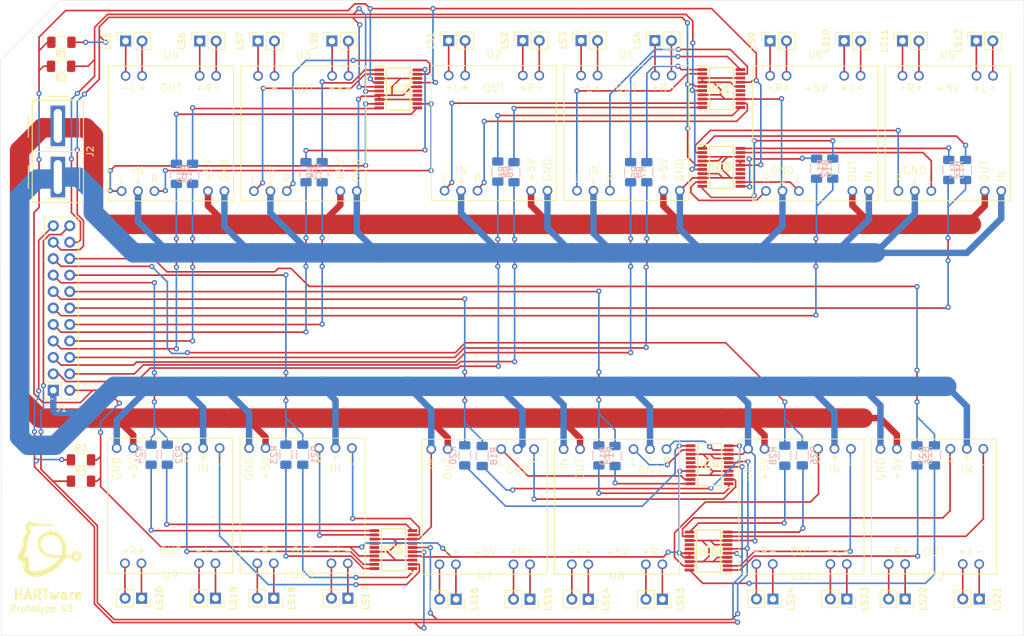
<source format=kicad_pcb>
(kicad_pcb (version 20171130) (host pcbnew "(5.1.9-0-10_14)")
  (layers (0 F.Cu signal) (31 B.Cu signal) (34 B.Paste user) (35 F.Paste user) (36 B.SilkS user) (37 F.SilkS user) (38 B.Mask user) (39 F.Mask user) (44 Edge.Cuts user))
  (net 0 "")
  (net 1 "Net-(IC1-Pad20)")
  (net 2 "Net-(IC1-Pad19)")
  (net 3 GND)
  (net 4 TeensyVDD)
  (net 5 "Net-(IC1-Pad12)")
  (net 6 "Net-(IC1-Pad11)")
  (net 7 "Net-(IC1-Pad10)")
  (net 8 "Net-(IC1-Pad9)")
  (net 9 SDA0)
  (net 10 SCL0)
  (net 11 "Net-(IC1-Pad2)")
  (net 12 "Net-(IC1-Pad1)")
  (net 13 "Net-(IC2-Pad1)")
  (net 14 "Net-(IC2-Pad2)")
  (net 15 "Net-(IC2-Pad9)")
  (net 16 "Net-(IC2-Pad10)")
  (net 17 "Net-(IC2-Pad11)")
  (net 18 "Net-(IC2-Pad12)")
  (net 19 "Net-(IC2-Pad19)")
  (net 20 "Net-(IC2-Pad20)")
  (net 21 "Net-(IC3-Pad1)")
  (net 22 "Net-(IC3-Pad2)")
  (net 23 "Net-(IC3-Pad9)")
  (net 24 "Net-(IC3-Pad10)")
  (net 25 "Net-(IC3-Pad11)")
  (net 26 "Net-(IC3-Pad12)")
  (net 27 "Net-(IC3-Pad19)")
  (net 28 "Net-(IC3-Pad20)")
  (net 29 "Net-(IC4-Pad20)")
  (net 30 "Net-(IC4-Pad19)")
  (net 31 "Net-(IC4-Pad12)")
  (net 32 "Net-(IC4-Pad11)")
  (net 33 "Net-(IC4-Pad10)")
  (net 34 "Net-(IC4-Pad9)")
  (net 35 "Net-(IC4-Pad2)")
  (net 36 "Net-(IC4-Pad1)")
  (net 37 "Net-(IC5-Pad1)")
  (net 38 "Net-(IC5-Pad2)")
  (net 39 SCL1)
  (net 40 SDA1)
  (net 41 "Net-(IC5-Pad9)")
  (net 42 "Net-(IC5-Pad10)")
  (net 43 "Net-(IC5-Pad11)")
  (net 44 "Net-(IC5-Pad12)")
  (net 45 "Net-(IC5-Pad19)")
  (net 46 "Net-(IC5-Pad20)")
  (net 47 "Net-(IC6-Pad20)")
  (net 48 "Net-(IC6-Pad19)")
  (net 49 "Net-(IC6-Pad12)")
  (net 50 "Net-(IC6-Pad11)")
  (net 51 "Net-(IC6-Pad10)")
  (net 52 "Net-(IC6-Pad9)")
  (net 53 "Net-(IC6-Pad2)")
  (net 54 "Net-(IC6-Pad1)")
  (net 55 VDD)
  (net 56 FREQ1)
  (net 57 FREQ2)
  (net 58 FREQ3)
  (net 59 FREQ4)
  (net 60 FREQ5)
  (net 61 FREQ6)
  (net 62 FREQ7)
  (net 63 FREQ8)
  (net 64 FREQ9)
  (net 65 FREQ10)
  (net 66 FREQ11)
  (net 67 FREQ12)
  (net 68 FREQ13)
  (net 69 FREQ14)
  (net 70 FREQ15)
  (net 71 FREQ16)
  (net 72 "Net-(LS1-Pad2)")
  (net 73 "Net-(LS1-Pad1)")
  (net 74 "Net-(LS2-Pad1)")
  (net 75 "Net-(LS2-Pad2)")
  (net 76 "Net-(LS3-Pad1)")
  (net 77 "Net-(LS3-Pad2)")
  (net 78 "Net-(LS4-Pad2)")
  (net 79 "Net-(LS4-Pad1)")
  (net 80 "Net-(LS5-Pad2)")
  (net 81 "Net-(LS5-Pad1)")
  (net 82 "Net-(LS6-Pad2)")
  (net 83 "Net-(LS6-Pad1)")
  (net 84 "Net-(LS7-Pad2)")
  (net 85 "Net-(LS7-Pad1)")
  (net 86 "Net-(LS8-Pad1)")
  (net 87 "Net-(LS8-Pad2)")
  (net 88 "Net-(LS9-Pad1)")
  (net 89 "Net-(LS9-Pad2)")
  (net 90 "Net-(LS10-Pad1)")
  (net 91 "Net-(LS10-Pad2)")
  (net 92 "Net-(LS11-Pad1)")
  (net 93 "Net-(LS11-Pad2)")
  (net 94 "Net-(LS12-Pad2)")
  (net 95 "Net-(LS12-Pad1)")
  (net 96 "Net-(LS13-Pad1)")
  (net 97 "Net-(LS13-Pad2)")
  (net 98 "Net-(LS14-Pad2)")
  (net 99 "Net-(LS14-Pad1)")
  (net 100 "Net-(LS15-Pad1)")
  (net 101 "Net-(LS15-Pad2)")
  (net 102 "Net-(LS16-Pad2)")
  (net 103 "Net-(LS16-Pad1)")
  (net 104 "Net-(LS17-Pad1)")
  (net 105 "Net-(LS17-Pad2)")
  (net 106 "Net-(LS18-Pad2)")
  (net 107 "Net-(LS18-Pad1)")
  (net 108 "Net-(LS19-Pad1)")
  (net 109 "Net-(LS19-Pad2)")
  (net 110 "Net-(LS20-Pad2)")
  (net 111 "Net-(LS20-Pad1)")
  (net 112 "Net-(LS21-Pad1)")
  (net 113 "Net-(LS21-Pad2)")
  (net 114 "Net-(LS22-Pad2)")
  (net 115 "Net-(LS22-Pad1)")
  (net 116 "Net-(LS23-Pad1)")
  (net 117 "Net-(LS23-Pad2)")
  (net 118 "Net-(LS24-Pad2)")
  (net 119 "Net-(LS24-Pad1)")
  (module "DIY modules:AMPLIFIER-PAM8403" (layer F.Cu) (at 195.384499 136.882499 180)
    (fp_text reference U7 (at 0 -11.43) (layer F.SilkS) (effects (font (size 1.2065 1.2065) (thickness 0.1016)) (justify bottom)))
    (fp_text value AMPLIFIER-PAM8403)
    (fp_text user IN (at 8.255 7.62 90) (layer F.SilkS) (effects (font (size 1.2065 1.2065) (thickness 0.1016)) (justify right)))
    (fp_text user OUT (at 5.715 7.62 90) (layer F.SilkS) (effects (font (size 1.2065 1.2065) (thickness 0.1016)) (justify right)))
    (fp_text user L (at 5.715 -6.985) (layer F.SilkS) (effects (font (size 1.2065 1.2065) (thickness 0.1016))))
    (fp_text user R (at -5.715 -6.985) (layer F.SilkS) (effects (font (size 1.2065 1.2065) (thickness 0.1016))))
    (fp_text user L (at -2.54 6.985) (layer F.SilkS) (effects (font (size 1.2065 1.2065) (thickness 0.1016))))
    (fp_text user R (at -7.62 6.985) (layer F.SilkS) (effects (font (size 1.2065 1.2065) (thickness 0.1016))))
    (fp_text user +5V (at 0 -6.985) (layer F.SilkS) (effects (font (size 1.2065 1.2065) (thickness 0.1016))))
    (fp_text user GND (at -5.08 5.715) (layer F.SilkS) (effects (font (size 1.2065 1.2065) (thickness 0.1016))))
    (pad OUT.L- thru_hole circle (at -6.985 -8.89 180) (size 1.508 1.508) (drill 1) (layers *.Cu *.Mask) (net 100 "Net-(LS15-Pad1)"))
    (pad OUT.L+ thru_hole circle (at -4.445 -8.89 180) (size 1.508 1.508) (drill 1) (layers *.Cu *.Mask) (net 101 "Net-(LS15-Pad2)"))
    (pad OUT.R- thru_hole circle (at 6.985 -8.89 180) (size 1.508 1.508) (drill 1) (layers *.Cu *.Mask) (net 102 "Net-(LS16-Pad2)"))
    (pad OUT.R+ thru_hole circle (at 4.445 -8.89 180) (size 1.508 1.508) (drill 1) (layers *.Cu *.Mask) (net 103 "Net-(LS16-Pad1)"))
    (pad GND thru_hole circle (at 8.255 8.89 180) (size 1.508 1.508) (drill 1) (layers *.Cu *.Mask) (net 3 GND))
    (pad +5V thru_hole circle (at 5.715 8.89 180) (size 1.508 1.508) (drill 1) (layers *.Cu *.Mask) (net 55 VDD))
    (pad IN.L thru_hole circle (at -7.62 8.89 180) (size 1.508 1.508) (drill 1) (layers *.Cu *.Mask) (net 35 "Net-(IC4-Pad2)"))
    (pad IN.COM thru_hole circle (at -5.08 8.89 180) (size 1.508 1.508) (drill 1) (layers *.Cu *.Mask) (net 3 GND))
    (pad IN.R thru_hole circle (at -2.54 8.89 180) (size 1.508 1.508) (drill 1) (layers *.Cu *.Mask) (net 30 "Net-(IC4-Pad19)"))
  )
  (module HART:hart-logo-2000-2000dpi (layer F.Cu) (at 128.1 143.5)
    (fp_text reference "" (at 0 0) (layer F.SilkS) (effects (font (size 1.27 1.27))))
    (fp_text value "" (at 0 0) (layer F.SilkS) (effects (font (size 1.27 1.27))))
  )
  (module PowerPole:45A-VERT-PAIR (layer F.Cu) (at 129.5 82.05 270)
    (fp_text reference J2 (at 0 -5 90) (layer F.SilkS))
    (fp_text value PowerPole hide)
    (pad 2 thru_hole rect (at 3.95 0 270) (size 6.25 2.25) (drill oval 5.23 1.27) (layers *.Cu *.Mask) (net 3 GND))
    (pad 1 thru_hole rect (at -3.95 0 270) (size 6.25 2.25) (drill oval 5.23 1.27) (layers *.Cu *.Mask) (net 55 VDD))
  )
  (module "SMD Resistor:R_1206_3216Metric_Pad1.30x1.75mm_HandSolder" (layer F.Cu) (at 130.05 65.2 180)
    (fp_text reference R1 (at 0 -1.82) (layer F.SilkS))
    (fp_text value 2200)
    (pad 1 smd roundrect (at -1.55 0 180) (size 1.3 1.75) (layers F.Cu F.Paste F.Mask) (roundrect_rratio 0.1923076923076923) (net 10 SCL0))
    (pad 2 smd roundrect (at 1.55 0 180) (size 1.3 1.75) (layers F.Cu F.Paste F.Mask) (roundrect_rratio 0.1923076923076923) (net 4 TeensyVDD))
  )
  (module "SMD Resistor:R_1206_3216Metric_Pad1.30x1.75mm_HandSolder" (layer B.Cu) (at 167.8 85.25 90)
    (fp_text reference R11 (at 0 1.82 90) (layer B.SilkS) (effects (justify mirror)))
    (fp_text value 51000)
    (pad 1 smd roundrect (at -1.55 0 90) (size 1.3 1.75) (layers B.Cu B.Paste B.Mask) (roundrect_rratio 0.1923076923076923) (net 62 FREQ7))
    (pad 2 smd roundrect (at 1.55 0 90) (size 1.3 1.75) (layers B.Cu B.Paste B.Mask) (roundrect_rratio 0.1923076923076923) (net 20 "Net-(IC2-Pad20)"))
  )
  (module "Pin Socket 2.54mm:PinSocket_2x11_P2.54mm_Vertical" (layer F.Cu) (at 128.8 118.92 180)
    (fp_text reference J1 (at -1.27 -2.77) (layer F.SilkS))
    (fp_text value Conn_01x22_Female)
    (pad 1 thru_hole rect (at 0 0 180) (size 1.7 1.7) (drill 1) (layers *.Cu *.Mask) (net 3 GND))
    (pad 2 thru_hole oval (at -2.54 0 180) (size 1.7 1.7) (drill 1) (layers *.Cu *.Mask) (net 4 TeensyVDD))
    (pad 3 thru_hole oval (at 0 2.54 180) (size 1.7 1.7) (drill 1) (layers *.Cu *.Mask) (net 56 FREQ1))
    (pad 4 thru_hole oval (at -2.54 2.54 180) (size 1.7 1.7) (drill 1) (layers *.Cu *.Mask) (net 57 FREQ2))
    (pad 5 thru_hole oval (at 0 5.08 180) (size 1.7 1.7) (drill 1) (layers *.Cu *.Mask) (net 58 FREQ3))
    (pad 6 thru_hole oval (at -2.54 5.08 180) (size 1.7 1.7) (drill 1) (layers *.Cu *.Mask) (net 59 FREQ4))
    (pad 7 thru_hole oval (at 0 7.62 180) (size 1.7 1.7) (drill 1) (layers *.Cu *.Mask) (net 60 FREQ5))
    (pad 8 thru_hole oval (at -2.54 7.62 180) (size 1.7 1.7) (drill 1) (layers *.Cu *.Mask) (net 61 FREQ6))
    (pad 9 thru_hole oval (at 0 10.16 180) (size 1.7 1.7) (drill 1) (layers *.Cu *.Mask) (net 62 FREQ7))
    (pad 10 thru_hole oval (at -2.54 10.16 180) (size 1.7 1.7) (drill 1) (layers *.Cu *.Mask) (net 63 FREQ8))
    (pad 11 thru_hole oval (at 0 12.7 180) (size 1.7 1.7) (drill 1) (layers *.Cu *.Mask) (net 64 FREQ9))
    (pad 12 thru_hole oval (at -2.54 12.7 180) (size 1.7 1.7) (drill 1) (layers *.Cu *.Mask) (net 65 FREQ10))
    (pad 13 thru_hole oval (at 0 15.24 180) (size 1.7 1.7) (drill 1) (layers *.Cu *.Mask) (net 66 FREQ11))
    (pad 14 thru_hole oval (at -2.54 15.24 180) (size 1.7 1.7) (drill 1) (layers *.Cu *.Mask) (net 67 FREQ12))
    (pad 15 thru_hole oval (at 0 17.78 180) (size 1.7 1.7) (drill 1) (layers *.Cu *.Mask) (net 68 FREQ13))
    (pad 16 thru_hole oval (at -2.54 17.78 180) (size 1.7 1.7) (drill 1) (layers *.Cu *.Mask) (net 69 FREQ14))
    (pad 17 thru_hole oval (at 0 20.32 180) (size 1.7 1.7) (drill 1) (layers *.Cu *.Mask) (net 70 FREQ15))
    (pad 18 thru_hole oval (at -2.54 20.32 180) (size 1.7 1.7) (drill 1) (layers *.Cu *.Mask) (net 71 FREQ16))
    (pad 19 thru_hole oval (at 0 22.86 180) (size 1.7 1.7) (drill 1) (layers *.Cu *.Mask) (net 10 SCL0))
    (pad 20 thru_hole oval (at -2.54 22.86 180) (size 1.7 1.7) (drill 1) (layers *.Cu *.Mask) (net 9 SDA0))
    (pad 21 thru_hole oval (at 0 25.4 180) (size 1.7 1.7) (drill 1) (layers *.Cu *.Mask) (net 39 SCL1))
    (pad 22 thru_hole oval (at -2.54 25.4 180) (size 1.7 1.7) (drill 1) (layers *.Cu *.Mask) (net 40 SDA1))
  )
  (module "DIY modules:AMPLIFIER-PAM8403" (layer F.Cu) (at 167.385501 79.277501)
    (fp_text reference U3 (at 0 -11.43) (layer F.SilkS) (effects (font (size 1.2065 1.2065) (thickness 0.1016)) (justify bottom)))
    (fp_text value AMPLIFIER-PAM8403)
    (fp_text user IN (at -5.08 5.715) (layer F.SilkS) (effects (font (size 1.2065 1.2065) (thickness 0.1016))))
    (fp_text user OUT (at 0 -6.985) (layer F.SilkS) (effects (font (size 1.2065 1.2065) (thickness 0.1016))))
    (fp_text user L (at -7.62 6.985) (layer F.SilkS) (effects (font (size 1.2065 1.2065) (thickness 0.1016))))
    (fp_text user R (at -2.54 6.985) (layer F.SilkS) (effects (font (size 1.2065 1.2065) (thickness 0.1016))))
    (fp_text user L (at -5.715 -6.985) (layer F.SilkS) (effects (font (size 1.2065 1.2065) (thickness 0.1016))))
    (fp_text user R (at 5.715 -6.985) (layer F.SilkS) (effects (font (size 1.2065 1.2065) (thickness 0.1016))))
    (fp_text user +5V (at 5.715 7.62 90) (layer F.SilkS) (effects (font (size 1.2065 1.2065) (thickness 0.1016)) (justify left)))
    (fp_text user GND (at 8.255 7.62 90) (layer F.SilkS) (effects (font (size 1.2065 1.2065) (thickness 0.1016)) (justify left)))
    (pad OUT.L- thru_hole circle (at -6.985 -8.89) (size 1.508 1.508) (drill 1) (layers *.Cu *.Mask) (net 85 "Net-(LS7-Pad1)"))
    (pad OUT.L+ thru_hole circle (at -4.445 -8.89) (size 1.508 1.508) (drill 1) (layers *.Cu *.Mask) (net 84 "Net-(LS7-Pad2)"))
    (pad OUT.R- thru_hole circle (at 6.985 -8.89) (size 1.508 1.508) (drill 1) (layers *.Cu *.Mask) (net 87 "Net-(LS8-Pad2)"))
    (pad OUT.R+ thru_hole circle (at 4.445 -8.89) (size 1.508 1.508) (drill 1) (layers *.Cu *.Mask) (net 86 "Net-(LS8-Pad1)"))
    (pad GND thru_hole circle (at 8.255 8.89) (size 1.508 1.508) (drill 1) (layers *.Cu *.Mask) (net 3 GND))
    (pad +5V thru_hole circle (at 5.715 8.89) (size 1.508 1.508) (drill 1) (layers *.Cu *.Mask) (net 55 VDD))
    (pad IN.L thru_hole circle (at -7.62 8.89) (size 1.508 1.508) (drill 1) (layers *.Cu *.Mask) (net 14 "Net-(IC2-Pad2)"))
    (pad IN.COM thru_hole circle (at -5.08 8.89) (size 1.508 1.508) (drill 1) (layers *.Cu *.Mask) (net 3 GND))
    (pad IN.R thru_hole circle (at -2.54 8.89) (size 1.508 1.508) (drill 1) (layers *.Cu *.Mask) (net 19 "Net-(IC2-Pad19)"))
  )
  (module "DIY modules:AMPLIFIER-PAM8403" (layer F.Cu) (at 146.955501 79.277501)
    (fp_text reference U4 (at 0 -11.43) (layer F.SilkS) (effects (font (size 1.2065 1.2065) (thickness 0.1016)) (justify bottom)))
    (fp_text value AMPLIFIER-PAM8403)
    (fp_text user GND (at 8.255 7.62 90) (layer F.SilkS) (effects (font (size 1.2065 1.2065) (thickness 0.1016)) (justify left)))
    (fp_text user +5V (at 5.715 7.62 90) (layer F.SilkS) (effects (font (size 1.2065 1.2065) (thickness 0.1016)) (justify left)))
    (fp_text user R (at 5.715 -6.985) (layer F.SilkS) (effects (font (size 1.2065 1.2065) (thickness 0.1016))))
    (fp_text user L (at -5.715 -6.985) (layer F.SilkS) (effects (font (size 1.2065 1.2065) (thickness 0.1016))))
    (fp_text user R (at -2.54 6.985) (layer F.SilkS) (effects (font (size 1.2065 1.2065) (thickness 0.1016))))
    (fp_text user L (at -7.62 6.985) (layer F.SilkS) (effects (font (size 1.2065 1.2065) (thickness 0.1016))))
    (fp_text user OUT (at 0 -6.985) (layer F.SilkS) (effects (font (size 1.2065 1.2065) (thickness 0.1016))))
    (fp_text user IN (at -5.08 5.715) (layer F.SilkS) (effects (font (size 1.2065 1.2065) (thickness 0.1016))))
    (pad IN.R thru_hole circle (at -2.54 8.89) (size 1.508 1.508) (drill 1) (layers *.Cu *.Mask) (net 18 "Net-(IC2-Pad12)"))
    (pad IN.COM thru_hole circle (at -5.08 8.89) (size 1.508 1.508) (drill 1) (layers *.Cu *.Mask) (net 3 GND))
    (pad IN.L thru_hole circle (at -7.62 8.89) (size 1.508 1.508) (drill 1) (layers *.Cu *.Mask) (net 15 "Net-(IC2-Pad9)"))
    (pad +5V thru_hole circle (at 5.715 8.89) (size 1.508 1.508) (drill 1) (layers *.Cu *.Mask) (net 55 VDD))
    (pad GND thru_hole circle (at 8.255 8.89) (size 1.508 1.508) (drill 1) (layers *.Cu *.Mask) (net 3 GND))
    (pad OUT.R+ thru_hole circle (at 4.445 -8.89) (size 1.508 1.508) (drill 1) (layers *.Cu *.Mask) (net 83 "Net-(LS6-Pad1)"))
    (pad OUT.R- thru_hole circle (at 6.985 -8.89) (size 1.508 1.508) (drill 1) (layers *.Cu *.Mask) (net 82 "Net-(LS6-Pad2)"))
    (pad OUT.L+ thru_hole circle (at -4.445 -8.89) (size 1.508 1.508) (drill 1) (layers *.Cu *.Mask) (net 80 "Net-(LS5-Pad2)"))
    (pad OUT.L- thru_hole circle (at -6.985 -8.89) (size 1.508 1.508) (drill 1) (layers *.Cu *.Mask) (net 81 "Net-(LS5-Pad1)"))
  )
  (module "DIY modules:AMPLIFIER-PAM8403" (layer F.Cu) (at 244.284499 136.842499 180)
    (fp_text reference U11 (at 0 -11.43) (layer F.SilkS) (effects (font (size 1.2065 1.2065) (thickness 0.1016)) (justify bottom)))
    (fp_text value AMPLIFIER-PAM8403)
    (fp_text user GND (at 8.255 7.62 90) (layer F.SilkS) (effects (font (size 1.2065 1.2065) (thickness 0.1016)) (justify right)))
    (fp_text user +5V (at 5.715 7.62 90) (layer F.SilkS) (effects (font (size 1.2065 1.2065) (thickness 0.1016)) (justify right)))
    (fp_text user R (at 5.715 -6.985) (layer F.SilkS) (effects (font (size 1.2065 1.2065) (thickness 0.1016))))
    (fp_text user L (at -5.715 -6.985) (layer F.SilkS) (effects (font (size 1.2065 1.2065) (thickness 0.1016))))
    (fp_text user R (at -2.54 6.985) (layer F.SilkS) (effects (font (size 1.2065 1.2065) (thickness 0.1016))))
    (fp_text user L (at -7.62 6.985) (layer F.SilkS) (effects (font (size 1.2065 1.2065) (thickness 0.1016))))
    (fp_text user OUT (at 0 -6.985) (layer F.SilkS) (effects (font (size 1.2065 1.2065) (thickness 0.1016))))
    (fp_text user IN (at -5.08 5.715) (layer F.SilkS) (effects (font (size 1.2065 1.2065) (thickness 0.1016))))
    (pad IN.R thru_hole circle (at -2.54 8.89 180) (size 1.508 1.508) (drill 1) (layers *.Cu *.Mask) (net 48 "Net-(IC6-Pad19)"))
    (pad IN.COM thru_hole circle (at -5.08 8.89 180) (size 1.508 1.508) (drill 1) (layers *.Cu *.Mask) (net 3 GND))
    (pad IN.L thru_hole circle (at -7.62 8.89 180) (size 1.508 1.508) (drill 1) (layers *.Cu *.Mask) (net 53 "Net-(IC6-Pad2)"))
    (pad +5V thru_hole circle (at 5.715 8.89 180) (size 1.508 1.508) (drill 1) (layers *.Cu *.Mask) (net 55 VDD))
    (pad GND thru_hole circle (at 8.255 8.89 180) (size 1.508 1.508) (drill 1) (layers *.Cu *.Mask) (net 3 GND))
    (pad OUT.R+ thru_hole circle (at 4.445 -8.89 180) (size 1.508 1.508) (drill 1) (layers *.Cu *.Mask) (net 119 "Net-(LS24-Pad1)"))
    (pad OUT.R- thru_hole circle (at 6.985 -8.89 180) (size 1.508 1.508) (drill 1) (layers *.Cu *.Mask) (net 118 "Net-(LS24-Pad2)"))
    (pad OUT.L+ thru_hole circle (at -4.445 -8.89 180) (size 1.508 1.508) (drill 1) (layers *.Cu *.Mask) (net 117 "Net-(LS23-Pad2)"))
    (pad OUT.L- thru_hole circle (at -6.985 -8.89 180) (size 1.508 1.508) (drill 1) (layers *.Cu *.Mask) (net 116 "Net-(LS23-Pad1)"))
  )
  (module MCP4451:SOP65P640X120-20N (layer F.Cu) (at 182.050001 72.400001)
    (fp_text reference IC2 (at 0 0) (layer F.SilkS) (effects (font (size 1.27 1.27) (thickness 0.254))))
    (fp_text value MCP4451-103E_ST hide)
    (pad 1 smd rect (at -2.938 -2.925 90) (size 0.45 1.475) (layers F.Cu F.Paste F.Mask) (net 13 "Net-(IC2-Pad1)"))
    (pad 2 smd rect (at -2.938 -2.275 90) (size 0.45 1.475) (layers F.Cu F.Paste F.Mask) (net 14 "Net-(IC2-Pad2)"))
    (pad 3 smd rect (at -2.938 -1.625 90) (size 0.45 1.475) (layers F.Cu F.Paste F.Mask) (net 3 GND))
    (pad 4 smd rect (at -2.938 -0.975 90) (size 0.45 1.475) (layers F.Cu F.Paste F.Mask) (net 4 TeensyVDD))
    (pad 5 smd rect (at -2.938 -0.325 90) (size 0.45 1.475) (layers F.Cu F.Paste F.Mask) (net 10 SCL0))
    (pad 6 smd rect (at -2.938 0.325 90) (size 0.45 1.475) (layers F.Cu F.Paste F.Mask) (net 9 SDA0))
    (pad 7 smd rect (at -2.938 0.975 90) (size 0.45 1.475) (layers F.Cu F.Paste F.Mask) (net 3 GND))
    (pad 8 smd rect (at -2.938 1.625 90) (size 0.45 1.475) (layers F.Cu F.Paste F.Mask) (net 3 GND))
    (pad 9 smd rect (at -2.938 2.275 90) (size 0.45 1.475) (layers F.Cu F.Paste F.Mask) (net 15 "Net-(IC2-Pad9)"))
    (pad 10 smd rect (at -2.938 2.925 90) (size 0.45 1.475) (layers F.Cu F.Paste F.Mask) (net 16 "Net-(IC2-Pad10)"))
    (pad 11 smd rect (at 2.938 2.925 90) (size 0.45 1.475) (layers F.Cu F.Paste F.Mask) (net 17 "Net-(IC2-Pad11)"))
    (pad 12 smd rect (at 2.938 2.275 90) (size 0.45 1.475) (layers F.Cu F.Paste F.Mask) (net 18 "Net-(IC2-Pad12)"))
    (pad 13 smd rect (at 2.938 1.625 90) (size 0.45 1.475) (layers F.Cu F.Paste F.Mask) (net 3 GND))
    (pad 14 smd rect (at 2.938 0.975 90) (size 0.45 1.475) (layers F.Cu F.Paste F.Mask))
    (pad 15 smd rect (at 2.938 0.325 90) (size 0.45 1.475) (layers F.Cu F.Paste F.Mask))
    (pad 16 smd rect (at 2.938 -0.325 90) (size 0.45 1.475) (layers F.Cu F.Paste F.Mask) (net 3 GND))
    (pad 17 smd rect (at 2.938 -0.975 90) (size 0.45 1.475) (layers F.Cu F.Paste F.Mask) (net 4 TeensyVDD))
    (pad 18 smd rect (at 2.938 -1.625 90) (size 0.45 1.475) (layers F.Cu F.Paste F.Mask) (net 3 GND))
    (pad 19 smd rect (at 2.938 -2.275 90) (size 0.45 1.475) (layers F.Cu F.Paste F.Mask) (net 19 "Net-(IC2-Pad19)"))
    (pad 20 smd rect (at 2.938 -2.925 90) (size 0.45 1.475) (layers F.Cu F.Paste F.Mask) (net 20 "Net-(IC2-Pad20)"))
  )
  (module MCP4451:SOP65P640X120-20N (layer F.Cu) (at 231.910001 72.340001)
    (fp_text reference IC1 (at 0 0) (layer F.SilkS) (effects (font (size 1.27 1.27) (thickness 0.254))))
    (fp_text value MCP4451-103E_ST hide)
    (pad 20 smd rect (at 2.938 -2.925 90) (size 0.45 1.475) (layers F.Cu F.Paste F.Mask) (net 1 "Net-(IC1-Pad20)"))
    (pad 19 smd rect (at 2.938 -2.275 90) (size 0.45 1.475) (layers F.Cu F.Paste F.Mask) (net 2 "Net-(IC1-Pad19)"))
    (pad 18 smd rect (at 2.938 -1.625 90) (size 0.45 1.475) (layers F.Cu F.Paste F.Mask) (net 3 GND))
    (pad 17 smd rect (at 2.938 -0.975 90) (size 0.45 1.475) (layers F.Cu F.Paste F.Mask) (net 4 TeensyVDD))
    (pad 16 smd rect (at 2.938 -0.325 90) (size 0.45 1.475) (layers F.Cu F.Paste F.Mask) (net 3 GND))
    (pad 15 smd rect (at 2.938 0.325 90) (size 0.45 1.475) (layers F.Cu F.Paste F.Mask))
    (pad 14 smd rect (at 2.938 0.975 90) (size 0.45 1.475) (layers F.Cu F.Paste F.Mask))
    (pad 13 smd rect (at 2.938 1.625 90) (size 0.45 1.475) (layers F.Cu F.Paste F.Mask) (net 3 GND))
    (pad 12 smd rect (at 2.938 2.275 90) (size 0.45 1.475) (layers F.Cu F.Paste F.Mask) (net 5 "Net-(IC1-Pad12)"))
    (pad 11 smd rect (at 2.938 2.925 90) (size 0.45 1.475) (layers F.Cu F.Paste F.Mask) (net 6 "Net-(IC1-Pad11)"))
    (pad 10 smd rect (at -2.938 2.925 90) (size 0.45 1.475) (layers F.Cu F.Paste F.Mask) (net 7 "Net-(IC1-Pad10)"))
    (pad 9 smd rect (at -2.938 2.275 90) (size 0.45 1.475) (layers F.Cu F.Paste F.Mask) (net 8 "Net-(IC1-Pad9)"))
    (pad 8 smd rect (at -2.938 1.625 90) (size 0.45 1.475) (layers F.Cu F.Paste F.Mask) (net 3 GND))
    (pad 7 smd rect (at -2.938 0.975 90) (size 0.45 1.475) (layers F.Cu F.Paste F.Mask) (net 3 GND))
    (pad 6 smd rect (at -2.938 0.325 90) (size 0.45 1.475) (layers F.Cu F.Paste F.Mask) (net 9 SDA0))
    (pad 5 smd rect (at -2.938 -0.325 90) (size 0.45 1.475) (layers F.Cu F.Paste F.Mask) (net 10 SCL0))
    (pad 4 smd rect (at -2.938 -0.975 90) (size 0.45 1.475) (layers F.Cu F.Paste F.Mask) (net 3 GND))
    (pad 3 smd rect (at -2.938 -1.625 90) (size 0.45 1.475) (layers F.Cu F.Paste F.Mask) (net 3 GND))
    (pad 2 smd rect (at -2.938 -2.275 90) (size 0.45 1.475) (layers F.Cu F.Paste F.Mask) (net 11 "Net-(IC1-Pad2)"))
    (pad 1 smd rect (at -2.938 -2.925 90) (size 0.45 1.475) (layers F.Cu F.Paste F.Mask) (net 12 "Net-(IC1-Pad1)"))
  )
  (module MCP4451:SOP65P640X120-20N (layer F.Cu) (at 231.9 84.5)
    (fp_text reference IC3 (at 0 0) (layer F.SilkS) (effects (font (size 1.27 1.27) (thickness 0.254))))
    (fp_text value MCP4451-103E_ST hide)
    (pad 1 smd rect (at -2.938 -2.925 90) (size 0.45 1.475) (layers F.Cu F.Paste F.Mask) (net 21 "Net-(IC3-Pad1)"))
    (pad 2 smd rect (at -2.938 -2.275 90) (size 0.45 1.475) (layers F.Cu F.Paste F.Mask) (net 22 "Net-(IC3-Pad2)"))
    (pad 3 smd rect (at -2.938 -1.625 90) (size 0.45 1.475) (layers F.Cu F.Paste F.Mask) (net 3 GND))
    (pad 4 smd rect (at -2.938 -0.975 90) (size 0.45 1.475) (layers F.Cu F.Paste F.Mask) (net 3 GND))
    (pad 5 smd rect (at -2.938 -0.325 90) (size 0.45 1.475) (layers F.Cu F.Paste F.Mask) (net 10 SCL0))
    (pad 6 smd rect (at -2.938 0.325 90) (size 0.45 1.475) (layers F.Cu F.Paste F.Mask) (net 9 SDA0))
    (pad 7 smd rect (at -2.938 0.975 90) (size 0.45 1.475) (layers F.Cu F.Paste F.Mask) (net 3 GND))
    (pad 8 smd rect (at -2.938 1.625 90) (size 0.45 1.475) (layers F.Cu F.Paste F.Mask) (net 3 GND))
    (pad 9 smd rect (at -2.938 2.275 90) (size 0.45 1.475) (layers F.Cu F.Paste F.Mask) (net 23 "Net-(IC3-Pad9)"))
    (pad 10 smd rect (at -2.938 2.925 90) (size 0.45 1.475) (layers F.Cu F.Paste F.Mask) (net 24 "Net-(IC3-Pad10)"))
    (pad 11 smd rect (at 2.938 2.925 90) (size 0.45 1.475) (layers F.Cu F.Paste F.Mask) (net 25 "Net-(IC3-Pad11)"))
    (pad 12 smd rect (at 2.938 2.275 90) (size 0.45 1.475) (layers F.Cu F.Paste F.Mask) (net 26 "Net-(IC3-Pad12)"))
    (pad 13 smd rect (at 2.938 1.625 90) (size 0.45 1.475) (layers F.Cu F.Paste F.Mask) (net 3 GND))
    (pad 14 smd rect (at 2.938 0.975 90) (size 0.45 1.475) (layers F.Cu F.Paste F.Mask))
    (pad 15 smd rect (at 2.938 0.325 90) (size 0.45 1.475) (layers F.Cu F.Paste F.Mask))
    (pad 16 smd rect (at 2.938 -0.325 90) (size 0.45 1.475) (layers F.Cu F.Paste F.Mask) (net 4 TeensyVDD))
    (pad 17 smd rect (at 2.938 -0.975 90) (size 0.45 1.475) (layers F.Cu F.Paste F.Mask) (net 4 TeensyVDD))
    (pad 18 smd rect (at 2.938 -1.625 90) (size 0.45 1.475) (layers F.Cu F.Paste F.Mask) (net 3 GND))
    (pad 19 smd rect (at 2.938 -2.275 90) (size 0.45 1.475) (layers F.Cu F.Paste F.Mask) (net 27 "Net-(IC3-Pad19)"))
    (pad 20 smd rect (at 2.938 -2.925 90) (size 0.45 1.475) (layers F.Cu F.Paste F.Mask) (net 28 "Net-(IC3-Pad20)"))
  )
  (module MCP4451:SOP65P640X120-20N (layer F.Cu) (at 230.1 130.4 180)
    (fp_text reference IC4 (at 0 0) (layer F.SilkS) (effects (font (size 1.27 1.27) (thickness 0.254))))
    (fp_text value MCP4451-103E_ST hide)
    (pad 1 smd rect (at -2.938 -2.925 270) (size 0.45 1.475) (layers F.Cu F.Paste F.Mask) (net 36 "Net-(IC4-Pad1)"))
    (pad 2 smd rect (at -2.938 -2.275 270) (size 0.45 1.475) (layers F.Cu F.Paste F.Mask) (net 35 "Net-(IC4-Pad2)"))
    (pad 3 smd rect (at -2.938 -1.625 270) (size 0.45 1.475) (layers F.Cu F.Paste F.Mask) (net 3 GND))
    (pad 4 smd rect (at -2.938 -0.975 270) (size 0.45 1.475) (layers F.Cu F.Paste F.Mask) (net 3 GND))
    (pad 5 smd rect (at -2.938 -0.325 270) (size 0.45 1.475) (layers F.Cu F.Paste F.Mask) (net 39 SCL1))
    (pad 6 smd rect (at -2.938 0.325 270) (size 0.45 1.475) (layers F.Cu F.Paste F.Mask) (net 40 SDA1))
    (pad 7 smd rect (at -2.938 0.975 270) (size 0.45 1.475) (layers F.Cu F.Paste F.Mask) (net 3 GND))
    (pad 8 smd rect (at -2.938 1.625 270) (size 0.45 1.475) (layers F.Cu F.Paste F.Mask) (net 3 GND))
    (pad 9 smd rect (at -2.938 2.275 270) (size 0.45 1.475) (layers F.Cu F.Paste F.Mask) (net 34 "Net-(IC4-Pad9)"))
    (pad 10 smd rect (at -2.938 2.925 270) (size 0.45 1.475) (layers F.Cu F.Paste F.Mask) (net 33 "Net-(IC4-Pad10)"))
    (pad 11 smd rect (at 2.938 2.925 270) (size 0.45 1.475) (layers F.Cu F.Paste F.Mask) (net 32 "Net-(IC4-Pad11)"))
    (pad 12 smd rect (at 2.938 2.275 270) (size 0.45 1.475) (layers F.Cu F.Paste F.Mask) (net 31 "Net-(IC4-Pad12)"))
    (pad 13 smd rect (at 2.938 1.625 270) (size 0.45 1.475) (layers F.Cu F.Paste F.Mask) (net 3 GND))
    (pad 14 smd rect (at 2.938 0.975 270) (size 0.45 1.475) (layers F.Cu F.Paste F.Mask))
    (pad 15 smd rect (at 2.938 0.325 270) (size 0.45 1.475) (layers F.Cu F.Paste F.Mask))
    (pad 16 smd rect (at 2.938 -0.325 270) (size 0.45 1.475) (layers F.Cu F.Paste F.Mask) (net 3 GND))
    (pad 17 smd rect (at 2.938 -0.975 270) (size 0.45 1.475) (layers F.Cu F.Paste F.Mask) (net 4 TeensyVDD))
    (pad 18 smd rect (at 2.938 -1.625 270) (size 0.45 1.475) (layers F.Cu F.Paste F.Mask) (net 3 GND))
    (pad 19 smd rect (at 2.938 -2.275 270) (size 0.45 1.475) (layers F.Cu F.Paste F.Mask) (net 30 "Net-(IC4-Pad19)"))
    (pad 20 smd rect (at 2.938 -2.925 270) (size 0.45 1.475) (layers F.Cu F.Paste F.Mask) (net 29 "Net-(IC4-Pad20)"))
  )
  (module MCP4451:SOP65P640X120-20N (layer F.Cu) (at 181.3 143.5 180)
    (fp_text reference IC5 (at 0 0) (layer F.SilkS) (effects (font (size 1.27 1.27) (thickness 0.254))))
    (fp_text value MCP4451-103E_ST hide)
    (pad 20 smd rect (at 2.938 -2.925 270) (size 0.45 1.475) (layers F.Cu F.Paste F.Mask) (net 46 "Net-(IC5-Pad20)"))
    (pad 19 smd rect (at 2.938 -2.275 270) (size 0.45 1.475) (layers F.Cu F.Paste F.Mask) (net 45 "Net-(IC5-Pad19)"))
    (pad 18 smd rect (at 2.938 -1.625 270) (size 0.45 1.475) (layers F.Cu F.Paste F.Mask) (net 3 GND))
    (pad 17 smd rect (at 2.938 -0.975 270) (size 0.45 1.475) (layers F.Cu F.Paste F.Mask) (net 4 TeensyVDD))
    (pad 16 smd rect (at 2.938 -0.325 270) (size 0.45 1.475) (layers F.Cu F.Paste F.Mask) (net 3 GND))
    (pad 15 smd rect (at 2.938 0.325 270) (size 0.45 1.475) (layers F.Cu F.Paste F.Mask))
    (pad 14 smd rect (at 2.938 0.975 270) (size 0.45 1.475) (layers F.Cu F.Paste F.Mask))
    (pad 13 smd rect (at 2.938 1.625 270) (size 0.45 1.475) (layers F.Cu F.Paste F.Mask) (net 3 GND))
    (pad 12 smd rect (at 2.938 2.275 270) (size 0.45 1.475) (layers F.Cu F.Paste F.Mask) (net 44 "Net-(IC5-Pad12)"))
    (pad 11 smd rect (at 2.938 2.925 270) (size 0.45 1.475) (layers F.Cu F.Paste F.Mask) (net 43 "Net-(IC5-Pad11)"))
    (pad 10 smd rect (at -2.938 2.925 270) (size 0.45 1.475) (layers F.Cu F.Paste F.Mask) (net 42 "Net-(IC5-Pad10)"))
    (pad 9 smd rect (at -2.938 2.275 270) (size 0.45 1.475) (layers F.Cu F.Paste F.Mask) (net 41 "Net-(IC5-Pad9)"))
    (pad 8 smd rect (at -2.938 1.625 270) (size 0.45 1.475) (layers F.Cu F.Paste F.Mask) (net 3 GND))
    (pad 7 smd rect (at -2.938 0.975 270) (size 0.45 1.475) (layers F.Cu F.Paste F.Mask) (net 3 GND))
    (pad 6 smd rect (at -2.938 0.325 270) (size 0.45 1.475) (layers F.Cu F.Paste F.Mask) (net 40 SDA1))
    (pad 5 smd rect (at -2.938 -0.325 270) (size 0.45 1.475) (layers F.Cu F.Paste F.Mask) (net 39 SCL1))
    (pad 4 smd rect (at -2.938 -0.975 270) (size 0.45 1.475) (layers F.Cu F.Paste F.Mask) (net 4 TeensyVDD))
    (pad 3 smd rect (at -2.938 -1.625 270) (size 0.45 1.475) (layers F.Cu F.Paste F.Mask) (net 3 GND))
    (pad 2 smd rect (at -2.938 -2.275 270) (size 0.45 1.475) (layers F.Cu F.Paste F.Mask) (net 38 "Net-(IC5-Pad2)"))
    (pad 1 smd rect (at -2.938 -2.925 270) (size 0.45 1.475) (layers F.Cu F.Paste F.Mask) (net 37 "Net-(IC5-Pad1)"))
  )
  (module MCP4451:SOP65P640X120-20N (layer F.Cu) (at 229.919999 143.719999 180)
    (fp_text reference IC6 (at 0 0) (layer F.SilkS) (effects (font (size 1.27 1.27) (thickness 0.254))))
    (fp_text value MCP4451-103E_ST hide)
    (pad 1 smd rect (at -2.938 -2.925 270) (size 0.45 1.475) (layers F.Cu F.Paste F.Mask) (net 54 "Net-(IC6-Pad1)"))
    (pad 2 smd rect (at -2.938 -2.275 270) (size 0.45 1.475) (layers F.Cu F.Paste F.Mask) (net 53 "Net-(IC6-Pad2)"))
    (pad 3 smd rect (at -2.938 -1.625 270) (size 0.45 1.475) (layers F.Cu F.Paste F.Mask) (net 3 GND))
    (pad 4 smd rect (at -2.938 -0.975 270) (size 0.45 1.475) (layers F.Cu F.Paste F.Mask) (net 3 GND))
    (pad 5 smd rect (at -2.938 -0.325 270) (size 0.45 1.475) (layers F.Cu F.Paste F.Mask) (net 39 SCL1))
    (pad 6 smd rect (at -2.938 0.325 270) (size 0.45 1.475) (layers F.Cu F.Paste F.Mask) (net 40 SDA1))
    (pad 7 smd rect (at -2.938 0.975 270) (size 0.45 1.475) (layers F.Cu F.Paste F.Mask) (net 3 GND))
    (pad 8 smd rect (at -2.938 1.625 270) (size 0.45 1.475) (layers F.Cu F.Paste F.Mask) (net 3 GND))
    (pad 9 smd rect (at -2.938 2.275 270) (size 0.45 1.475) (layers F.Cu F.Paste F.Mask) (net 52 "Net-(IC6-Pad9)"))
    (pad 10 smd rect (at -2.938 2.925 270) (size 0.45 1.475) (layers F.Cu F.Paste F.Mask) (net 51 "Net-(IC6-Pad10)"))
    (pad 11 smd rect (at 2.938 2.925 270) (size 0.45 1.475) (layers F.Cu F.Paste F.Mask) (net 50 "Net-(IC6-Pad11)"))
    (pad 12 smd rect (at 2.938 2.275 270) (size 0.45 1.475) (layers F.Cu F.Paste F.Mask) (net 49 "Net-(IC6-Pad12)"))
    (pad 13 smd rect (at 2.938 1.625 270) (size 0.45 1.475) (layers F.Cu F.Paste F.Mask) (net 3 GND))
    (pad 14 smd rect (at 2.938 0.975 270) (size 0.45 1.475) (layers F.Cu F.Paste F.Mask))
    (pad 15 smd rect (at 2.938 0.325 270) (size 0.45 1.475) (layers F.Cu F.Paste F.Mask))
    (pad 16 smd rect (at 2.938 -0.325 270) (size 0.45 1.475) (layers F.Cu F.Paste F.Mask) (net 4 TeensyVDD))
    (pad 17 smd rect (at 2.938 -0.975 270) (size 0.45 1.475) (layers F.Cu F.Paste F.Mask) (net 4 TeensyVDD))
    (pad 18 smd rect (at 2.938 -1.625 270) (size 0.45 1.475) (layers F.Cu F.Paste F.Mask) (net 3 GND))
    (pad 19 smd rect (at 2.938 -2.275 270) (size 0.45 1.475) (layers F.Cu F.Paste F.Mask) (net 48 "Net-(IC6-Pad19)"))
    (pad 20 smd rect (at 2.938 -2.925 270) (size 0.45 1.475) (layers F.Cu F.Paste F.Mask) (net 47 "Net-(IC6-Pad20)"))
  )
  (module "Pin Socket 2.54mm:PinSocket_1x02_P2.54mm_Vertical" (layer F.Cu) (at 189.82 64.94 90)
    (fp_text reference LS1 (at 0 -2.77 90) (layer F.SilkS))
    (fp_text value Speaker)
    (pad 2 thru_hole oval (at 0 2.54 90) (size 1.7 1.7) (drill 1) (layers *.Cu *.Mask) (net 72 "Net-(LS1-Pad2)"))
    (pad 1 thru_hole rect (at 0 0 90) (size 1.7 1.7) (drill 1) (layers *.Cu *.Mask) (net 73 "Net-(LS1-Pad1)"))
  )
  (module "Pin Socket 2.54mm:PinSocket_1x02_P2.54mm_Vertical" (layer F.Cu) (at 201.26 64.94 90)
    (fp_text reference LS2 (at 0 -2.77 90) (layer F.SilkS))
    (fp_text value Speaker)
    (pad 1 thru_hole rect (at 0 0 90) (size 1.7 1.7) (drill 1) (layers *.Cu *.Mask) (net 74 "Net-(LS2-Pad1)"))
    (pad 2 thru_hole oval (at 0 2.54 90) (size 1.7 1.7) (drill 1) (layers *.Cu *.Mask) (net 75 "Net-(LS2-Pad2)"))
  )
  (module "Pin Socket 2.54mm:PinSocket_1x02_P2.54mm_Vertical" (layer F.Cu) (at 210.26 64.94 90)
    (fp_text reference LS3 (at 0 -2.77 90) (layer F.SilkS))
    (fp_text value Speaker)
    (pad 1 thru_hole rect (at 0 0 90) (size 1.7 1.7) (drill 1) (layers *.Cu *.Mask) (net 76 "Net-(LS3-Pad1)"))
    (pad 2 thru_hole oval (at 0 2.54 90) (size 1.7 1.7) (drill 1) (layers *.Cu *.Mask) (net 77 "Net-(LS3-Pad2)"))
  )
  (module "Pin Socket 2.54mm:PinSocket_1x02_P2.54mm_Vertical" (layer F.Cu) (at 221.66 64.94 90)
    (fp_text reference LS4 (at 0 -2.77 90) (layer F.SilkS))
    (fp_text value Speaker)
    (pad 2 thru_hole oval (at 0 2.54 90) (size 1.7 1.7) (drill 1) (layers *.Cu *.Mask) (net 78 "Net-(LS4-Pad2)"))
    (pad 1 thru_hole rect (at 0 0 90) (size 1.7 1.7) (drill 1) (layers *.Cu *.Mask) (net 79 "Net-(LS4-Pad1)"))
  )
  (module "Pin Socket 2.54mm:PinSocket_1x02_P2.54mm_Vertical" (layer F.Cu) (at 139.96 65 90)
    (fp_text reference LS5 (at 0 -2.77 90) (layer F.SilkS))
    (fp_text value Speaker)
    (pad 2 thru_hole oval (at 0 2.54 90) (size 1.7 1.7) (drill 1) (layers *.Cu *.Mask) (net 80 "Net-(LS5-Pad2)"))
    (pad 1 thru_hole rect (at 0 0 90) (size 1.7 1.7) (drill 1) (layers *.Cu *.Mask) (net 81 "Net-(LS5-Pad1)"))
  )
  (module "Pin Socket 2.54mm:PinSocket_1x02_P2.54mm_Vertical" (layer F.Cu) (at 151.4 65 90)
    (fp_text reference LS6 (at 0 -2.77 90) (layer F.SilkS))
    (fp_text value Speaker)
    (pad 2 thru_hole oval (at 0 2.54 90) (size 1.7 1.7) (drill 1) (layers *.Cu *.Mask) (net 82 "Net-(LS6-Pad2)"))
    (pad 1 thru_hole rect (at 0 0 90) (size 1.7 1.7) (drill 1) (layers *.Cu *.Mask) (net 83 "Net-(LS6-Pad1)"))
  )
  (module "Pin Socket 2.54mm:PinSocket_1x02_P2.54mm_Vertical" (layer F.Cu) (at 160.4 65 90)
    (fp_text reference LS7 (at 0 -2.77 90) (layer F.SilkS))
    (fp_text value Speaker)
    (pad 2 thru_hole oval (at 0 2.54 90) (size 1.7 1.7) (drill 1) (layers *.Cu *.Mask) (net 84 "Net-(LS7-Pad2)"))
    (pad 1 thru_hole rect (at 0 0 90) (size 1.7 1.7) (drill 1) (layers *.Cu *.Mask) (net 85 "Net-(LS7-Pad1)"))
  )
  (module "Pin Socket 2.54mm:PinSocket_1x02_P2.54mm_Vertical" (layer F.Cu) (at 171.8 65 90)
    (fp_text reference LS8 (at 0 -2.77 90) (layer F.SilkS))
    (fp_text value Speaker)
    (pad 1 thru_hole rect (at 0 0 90) (size 1.7 1.7) (drill 1) (layers *.Cu *.Mask) (net 86 "Net-(LS8-Pad1)"))
    (pad 2 thru_hole oval (at 0 2.54 90) (size 1.7 1.7) (drill 1) (layers *.Cu *.Mask) (net 87 "Net-(LS8-Pad2)"))
  )
  (module "Pin Socket 2.54mm:PinSocket_1x02_P2.54mm_Vertical" (layer F.Cu) (at 239.42 64.98 90)
    (fp_text reference LS9 (at 0 -2.77 90) (layer F.SilkS))
    (fp_text value Speaker)
    (pad 1 thru_hole rect (at 0 0 90) (size 1.7 1.7) (drill 1) (layers *.Cu *.Mask) (net 88 "Net-(LS9-Pad1)"))
    (pad 2 thru_hole oval (at 0 2.54 90) (size 1.7 1.7) (drill 1) (layers *.Cu *.Mask) (net 89 "Net-(LS9-Pad2)"))
  )
  (module "Pin Socket 2.54mm:PinSocket_1x02_P2.54mm_Vertical" (layer F.Cu) (at 250.86 64.98 90)
    (fp_text reference LS10 (at 0 -2.77 90) (layer F.SilkS))
    (fp_text value Speaker)
    (pad 1 thru_hole rect (at 0 0 90) (size 1.7 1.7) (drill 1) (layers *.Cu *.Mask) (net 90 "Net-(LS10-Pad1)"))
    (pad 2 thru_hole oval (at 0 2.54 90) (size 1.7 1.7) (drill 1) (layers *.Cu *.Mask) (net 91 "Net-(LS10-Pad2)"))
  )
  (module "Pin Socket 2.54mm:PinSocket_1x02_P2.54mm_Vertical" (layer F.Cu) (at 259.86 64.98 90)
    (fp_text reference LS11 (at 0 -2.77 90) (layer F.SilkS))
    (fp_text value Speaker)
    (pad 1 thru_hole rect (at 0 0 90) (size 1.7 1.7) (drill 1) (layers *.Cu *.Mask) (net 92 "Net-(LS11-Pad1)"))
    (pad 2 thru_hole oval (at 0 2.54 90) (size 1.7 1.7) (drill 1) (layers *.Cu *.Mask) (net 93 "Net-(LS11-Pad2)"))
  )
  (module "Pin Socket 2.54mm:PinSocket_1x02_P2.54mm_Vertical" (layer F.Cu) (at 271.26 64.98 90)
    (fp_text reference LS12 (at 0 -2.77 90) (layer F.SilkS))
    (fp_text value Speaker)
    (pad 2 thru_hole oval (at 0 2.54 90) (size 1.7 1.7) (drill 1) (layers *.Cu *.Mask) (net 94 "Net-(LS12-Pad2)"))
    (pad 1 thru_hole rect (at 0 0 90) (size 1.7 1.7) (drill 1) (layers *.Cu *.Mask) (net 95 "Net-(LS12-Pad1)"))
  )
  (module "Pin Socket 2.54mm:PinSocket_1x02_P2.54mm_Vertical" (layer F.Cu) (at 222.81 151.16 270)
    (fp_text reference LS13 (at 0 -2.77 90) (layer F.SilkS))
    (fp_text value Speaker)
    (pad 2 thru_hole oval (at 0 2.54 270) (size 1.7 1.7) (drill 1) (layers *.Cu *.Mask) (net 97 "Net-(LS13-Pad2)"))
    (pad 1 thru_hole rect (at 0 0 270) (size 1.7 1.7) (drill 1) (layers *.Cu *.Mask) (net 96 "Net-(LS13-Pad1)"))
  )
  (module "Pin Socket 2.54mm:PinSocket_1x02_P2.54mm_Vertical" (layer F.Cu) (at 211.37 151.16 270)
    (fp_text reference LS14 (at 0 -2.77 90) (layer F.SilkS))
    (fp_text value Speaker)
    (pad 1 thru_hole rect (at 0 0 270) (size 1.7 1.7) (drill 1) (layers *.Cu *.Mask) (net 99 "Net-(LS14-Pad1)"))
    (pad 2 thru_hole oval (at 0 2.54 270) (size 1.7 1.7) (drill 1) (layers *.Cu *.Mask) (net 98 "Net-(LS14-Pad2)"))
  )
  (module "Pin Socket 2.54mm:PinSocket_1x02_P2.54mm_Vertical" (layer F.Cu) (at 202.37 151.16 270)
    (fp_text reference LS15 (at 0 -2.77 90) (layer F.SilkS))
    (fp_text value Speaker)
    (pad 2 thru_hole oval (at 0 2.54 270) (size 1.7 1.7) (drill 1) (layers *.Cu *.Mask) (net 101 "Net-(LS15-Pad2)"))
    (pad 1 thru_hole rect (at 0 0 270) (size 1.7 1.7) (drill 1) (layers *.Cu *.Mask) (net 100 "Net-(LS15-Pad1)"))
  )
  (module "Pin Socket 2.54mm:PinSocket_1x02_P2.54mm_Vertical" (layer F.Cu) (at 190.97 151.16 270)
    (fp_text reference LS16 (at 0 -2.77 90) (layer F.SilkS))
    (fp_text value Speaker)
    (pad 1 thru_hole rect (at 0 0 270) (size 1.7 1.7) (drill 1) (layers *.Cu *.Mask) (net 103 "Net-(LS16-Pad1)"))
    (pad 2 thru_hole oval (at 0 2.54 270) (size 1.7 1.7) (drill 1) (layers *.Cu *.Mask) (net 102 "Net-(LS16-Pad2)"))
  )
  (module "Pin Socket 2.54mm:PinSocket_1x02_P2.54mm_Vertical" (layer F.Cu) (at 174.27 151 270)
    (fp_text reference LS17 (at 0 -2.77 90) (layer F.SilkS))
    (fp_text value Speaker)
    (pad 2 thru_hole oval (at 0 2.54 270) (size 1.7 1.7) (drill 1) (layers *.Cu *.Mask) (net 105 "Net-(LS17-Pad2)"))
    (pad 1 thru_hole rect (at 0 0 270) (size 1.7 1.7) (drill 1) (layers *.Cu *.Mask) (net 104 "Net-(LS17-Pad1)"))
  )
  (module "Pin Socket 2.54mm:PinSocket_1x02_P2.54mm_Vertical" (layer F.Cu) (at 162.83 151 270)
    (fp_text reference LS18 (at 0 -2.77 90) (layer F.SilkS))
    (fp_text value Speaker)
    (pad 1 thru_hole rect (at 0 0 270) (size 1.7 1.7) (drill 1) (layers *.Cu *.Mask) (net 107 "Net-(LS18-Pad1)"))
    (pad 2 thru_hole oval (at 0 2.54 270) (size 1.7 1.7) (drill 1) (layers *.Cu *.Mask) (net 106 "Net-(LS18-Pad2)"))
  )
  (module "Pin Socket 2.54mm:PinSocket_1x02_P2.54mm_Vertical" (layer F.Cu) (at 153.83 151 270)
    (fp_text reference LS19 (at 0 -2.77 90) (layer F.SilkS))
    (fp_text value Speaker)
    (pad 2 thru_hole oval (at 0 2.54 270) (size 1.7 1.7) (drill 1) (layers *.Cu *.Mask) (net 109 "Net-(LS19-Pad2)"))
    (pad 1 thru_hole rect (at 0 0 270) (size 1.7 1.7) (drill 1) (layers *.Cu *.Mask) (net 108 "Net-(LS19-Pad1)"))
  )
  (module "Pin Socket 2.54mm:PinSocket_1x02_P2.54mm_Vertical" (layer F.Cu) (at 142.43 151 270)
    (fp_text reference LS20 (at 0 -2.77 90) (layer F.SilkS))
    (fp_text value Speaker)
    (pad 1 thru_hole rect (at 0 0 270) (size 1.7 1.7) (drill 1) (layers *.Cu *.Mask) (net 111 "Net-(LS20-Pad1)"))
    (pad 2 thru_hole oval (at 0 2.54 270) (size 1.7 1.7) (drill 1) (layers *.Cu *.Mask) (net 110 "Net-(LS20-Pad2)"))
  )
  (module "Pin Socket 2.54mm:PinSocket_1x02_P2.54mm_Vertical" (layer F.Cu) (at 271.71 151.12 270)
    (fp_text reference LS21 (at 0 -2.77 90) (layer F.SilkS))
    (fp_text value Speaker)
    (pad 2 thru_hole oval (at 0 2.54 270) (size 1.7 1.7) (drill 1) (layers *.Cu *.Mask) (net 113 "Net-(LS21-Pad2)"))
    (pad 1 thru_hole rect (at 0 0 270) (size 1.7 1.7) (drill 1) (layers *.Cu *.Mask) (net 112 "Net-(LS21-Pad1)"))
  )
  (module "Pin Socket 2.54mm:PinSocket_1x02_P2.54mm_Vertical" (layer F.Cu) (at 260.27 151.12 270)
    (fp_text reference LS22 (at 0 -2.77 90) (layer F.SilkS))
    (fp_text value Speaker)
    (pad 1 thru_hole rect (at 0 0 270) (size 1.7 1.7) (drill 1) (layers *.Cu *.Mask) (net 115 "Net-(LS22-Pad1)"))
    (pad 2 thru_hole oval (at 0 2.54 270) (size 1.7 1.7) (drill 1) (layers *.Cu *.Mask) (net 114 "Net-(LS22-Pad2)"))
  )
  (module "Pin Socket 2.54mm:PinSocket_1x02_P2.54mm_Vertical" (layer F.Cu) (at 251.27 151.12 270)
    (fp_text reference LS23 (at 0 -2.77 90) (layer F.SilkS))
    (fp_text value Speaker)
    (pad 2 thru_hole oval (at 0 2.54 270) (size 1.7 1.7) (drill 1) (layers *.Cu *.Mask) (net 117 "Net-(LS23-Pad2)"))
    (pad 1 thru_hole rect (at 0 0 270) (size 1.7 1.7) (drill 1) (layers *.Cu *.Mask) (net 116 "Net-(LS23-Pad1)"))
  )
  (module "Pin Socket 2.54mm:PinSocket_1x02_P2.54mm_Vertical" (layer F.Cu) (at 239.87 151.12 270)
    (fp_text reference LS24 (at 0 -2.77 90) (layer F.SilkS))
    (fp_text value Speaker)
    (pad 1 thru_hole rect (at 0 0 270) (size 1.7 1.7) (drill 1) (layers *.Cu *.Mask) (net 119 "Net-(LS24-Pad1)"))
    (pad 2 thru_hole oval (at 0 2.54 270) (size 1.7 1.7) (drill 1) (layers *.Cu *.Mask) (net 118 "Net-(LS24-Pad2)"))
  )
  (module "SMD Resistor:R_1206_3216Metric_Pad1.30x1.75mm_HandSolder" (layer F.Cu) (at 130 68.9 180)
    (fp_text reference R2 (at 0 -1.82 180) (layer F.SilkS))
    (fp_text value 2200)
    (pad 2 smd roundrect (at 1.55 0 180) (size 1.3 1.75) (layers F.Cu F.Paste F.Mask) (roundrect_rratio 0.1923076923076923) (net 4 TeensyVDD))
    (pad 1 smd roundrect (at -1.55 0 180) (size 1.3 1.75) (layers F.Cu F.Paste F.Mask) (roundrect_rratio 0.1923076923076923) (net 9 SDA0))
  )
  (module "SMD Resistor:R_1206_3216Metric_Pad1.30x1.75mm_HandSolder" (layer B.Cu) (at 220.4 85.25 270)
    (fp_text reference R5 (at 0 1.82 90) (layer B.SilkS) (effects (justify mirror)))
    (fp_text value 51000)
    (pad 1 smd roundrect (at -1.55 0 270) (size 1.3 1.75) (layers B.Cu B.Paste B.Mask) (roundrect_rratio 0.1923076923076923) (net 12 "Net-(IC1-Pad1)"))
    (pad 2 smd roundrect (at 1.55 0 270) (size 1.3 1.75) (layers B.Cu B.Paste B.Mask) (roundrect_rratio 0.1923076923076923) (net 59 FREQ4))
  )
  (module "SMD Resistor:R_1206_3216Metric_Pad1.30x1.75mm_HandSolder" (layer B.Cu) (at 199.9 85.25 270)
    (fp_text reference R6 (at 0 1.82 90) (layer B.SilkS) (effects (justify mirror)))
    (fp_text value 51000)
    (pad 2 smd roundrect (at 1.55 0 270) (size 1.3 1.75) (layers B.Cu B.Paste B.Mask) (roundrect_rratio 0.1923076923076923) (net 57 FREQ2))
    (pad 1 smd roundrect (at -1.55 0 270) (size 1.3 1.75) (layers B.Cu B.Paste B.Mask) (roundrect_rratio 0.1923076923076923) (net 7 "Net-(IC1-Pad10)"))
  )
  (module "SMD Resistor:R_1206_3216Metric_Pad1.30x1.75mm_HandSolder" (layer B.Cu) (at 217.9 85.25 90)
    (fp_text reference R7 (at 0 1.82 90) (layer B.SilkS) (effects (justify mirror)))
    (fp_text value 51000)
    (pad 2 smd roundrect (at 1.55 0 90) (size 1.3 1.75) (layers B.Cu B.Paste B.Mask) (roundrect_rratio 0.1923076923076923) (net 1 "Net-(IC1-Pad20)"))
    (pad 1 smd roundrect (at -1.55 0 90) (size 1.3 1.75) (layers B.Cu B.Paste B.Mask) (roundrect_rratio 0.1923076923076923) (net 58 FREQ3))
  )
  (module "SMD Resistor:R_1206_3216Metric_Pad1.30x1.75mm_HandSolder" (layer B.Cu) (at 197.4 85.15 90)
    (fp_text reference R8 (at 0 1.82 90) (layer B.SilkS) (effects (justify mirror)))
    (fp_text value 51000)
    (pad 1 smd roundrect (at -1.55 0 90) (size 1.3 1.75) (layers B.Cu B.Paste B.Mask) (roundrect_rratio 0.1923076923076923) (net 56 FREQ1))
    (pad 2 smd roundrect (at 1.55 0 90) (size 1.3 1.75) (layers B.Cu B.Paste B.Mask) (roundrect_rratio 0.1923076923076923) (net 6 "Net-(IC1-Pad11)"))
  )
  (module "SMD Resistor:R_1206_3216Metric_Pad1.30x1.75mm_HandSolder" (layer B.Cu) (at 170.3 85.25 270)
    (fp_text reference R9 (at 0 1.82 90) (layer B.SilkS) (effects (justify mirror)))
    (fp_text value 51000)
    (pad 2 smd roundrect (at 1.55 0 270) (size 1.3 1.75) (layers B.Cu B.Paste B.Mask) (roundrect_rratio 0.1923076923076923) (net 63 FREQ8))
    (pad 1 smd roundrect (at -1.55 0 270) (size 1.3 1.75) (layers B.Cu B.Paste B.Mask) (roundrect_rratio 0.1923076923076923) (net 13 "Net-(IC2-Pad1)"))
  )
  (module "SMD Resistor:R_1206_3216Metric_Pad1.30x1.75mm_HandSolder" (layer B.Cu) (at 150.3 85.5 270)
    (fp_text reference R10 (at 0 1.82 90) (layer B.SilkS) (effects (justify mirror)))
    (fp_text value 51000)
    (pad 1 smd roundrect (at -1.55 0 270) (size 1.3 1.75) (layers B.Cu B.Paste B.Mask) (roundrect_rratio 0.1923076923076923) (net 16 "Net-(IC2-Pad10)"))
    (pad 2 smd roundrect (at 1.55 0 270) (size 1.3 1.75) (layers B.Cu B.Paste B.Mask) (roundrect_rratio 0.1923076923076923) (net 61 FREQ6))
  )
  (module "SMD Resistor:R_1206_3216Metric_Pad1.30x1.75mm_HandSolder" (layer B.Cu) (at 147.8 85.5 90)
    (fp_text reference R12 (at 0 1.82 90) (layer B.SilkS) (effects (justify mirror)))
    (fp_text value 51000)
    (pad 2 smd roundrect (at 1.55 0 90) (size 1.3 1.75) (layers B.Cu B.Paste B.Mask) (roundrect_rratio 0.1923076923076923) (net 17 "Net-(IC2-Pad11)"))
    (pad 1 smd roundrect (at -1.55 0 90) (size 1.3 1.75) (layers B.Cu B.Paste B.Mask) (roundrect_rratio 0.1923076923076923) (net 60 FREQ5))
  )
  (module "SMD Resistor:R_1206_3216Metric_Pad1.30x1.75mm_HandSolder" (layer B.Cu) (at 269.6 84.9 270)
    (fp_text reference R13 (at 0 1.82 270) (layer B.SilkS) (effects (justify mirror)))
    (fp_text value 51000)
    (pad 2 smd roundrect (at 1.55 0 270) (size 1.3 1.75) (layers B.Cu B.Paste B.Mask) (roundrect_rratio 0.1923076923076923) (net 65 FREQ10))
    (pad 1 smd roundrect (at -1.55 0 270) (size 1.3 1.75) (layers B.Cu B.Paste B.Mask) (roundrect_rratio 0.1923076923076923) (net 21 "Net-(IC3-Pad1)"))
  )
  (module "SMD Resistor:R_1206_3216Metric_Pad1.30x1.75mm_HandSolder" (layer B.Cu) (at 249.1 84.7 270)
    (fp_text reference R14 (at 0 1.82 270) (layer B.SilkS) (effects (justify mirror)))
    (fp_text value 51000)
    (pad 1 smd roundrect (at -1.55 0 270) (size 1.3 1.75) (layers B.Cu B.Paste B.Mask) (roundrect_rratio 0.1923076923076923) (net 24 "Net-(IC3-Pad10)"))
    (pad 2 smd roundrect (at 1.55 0 270) (size 1.3 1.75) (layers B.Cu B.Paste B.Mask) (roundrect_rratio 0.1923076923076923) (net 64 FREQ9))
  )
  (module "SMD Resistor:R_1206_3216Metric_Pad1.30x1.75mm_HandSolder" (layer B.Cu) (at 267 84.9 90)
    (fp_text reference R15 (at 0 1.82 270) (layer B.SilkS) (effects (justify mirror)))
    (fp_text value 51000)
    (pad 1 smd roundrect (at -1.55 0 90) (size 1.3 1.75) (layers B.Cu B.Paste B.Mask) (roundrect_rratio 0.1923076923076923) (net 65 FREQ10))
    (pad 2 smd roundrect (at 1.55 0 90) (size 1.3 1.75) (layers B.Cu B.Paste B.Mask) (roundrect_rratio 0.1923076923076923) (net 28 "Net-(IC3-Pad20)"))
  )
  (module "SMD Resistor:R_1206_3216Metric_Pad1.30x1.75mm_HandSolder" (layer B.Cu) (at 246.6 84.7 90)
    (fp_text reference R16 (at 0 1.82 270) (layer B.SilkS) (effects (justify mirror)))
    (fp_text value 51000)
    (pad 2 smd roundrect (at 1.55 0 90) (size 1.3 1.75) (layers B.Cu B.Paste B.Mask) (roundrect_rratio 0.1923076923076923) (net 25 "Net-(IC3-Pad11)"))
    (pad 1 smd roundrect (at -1.55 0 90) (size 1.3 1.75) (layers B.Cu B.Paste B.Mask) (roundrect_rratio 0.1923076923076923) (net 64 FREQ9))
  )
  (module "SMD Resistor:R_1206_3216Metric_Pad1.30x1.75mm_HandSolder" (layer B.Cu) (at 213 128.95 90)
    (fp_text reference R17 (at 0 1.82 90) (layer B.SilkS) (effects (justify mirror)))
    (fp_text value 51000)
    (pad 1 smd roundrect (at -1.55 0 90) (size 1.3 1.75) (layers B.Cu B.Paste B.Mask) (roundrect_rratio 0.1923076923076923) (net 36 "Net-(IC4-Pad1)"))
    (pad 2 smd roundrect (at 1.55 0 90) (size 1.3 1.75) (layers B.Cu B.Paste B.Mask) (roundrect_rratio 0.1923076923076923) (net 67 FREQ12))
  )
  (module "SMD Resistor:R_1206_3216Metric_Pad1.30x1.75mm_HandSolder" (layer B.Cu) (at 195 129.05 90)
    (fp_text reference R18 (at 0 1.82 90) (layer B.SilkS) (effects (justify mirror)))
    (fp_text value 51000)
    (pad 2 smd roundrect (at 1.55 0 90) (size 1.3 1.75) (layers B.Cu B.Paste B.Mask) (roundrect_rratio 0.1923076923076923) (net 66 FREQ11))
    (pad 1 smd roundrect (at -1.55 0 90) (size 1.3 1.75) (layers B.Cu B.Paste B.Mask) (roundrect_rratio 0.1923076923076923) (net 33 "Net-(IC4-Pad10)"))
  )
  (module "SMD Resistor:R_1206_3216Metric_Pad1.30x1.75mm_HandSolder" (layer B.Cu) (at 215.5 129.05 270)
    (fp_text reference R19 (at 0 1.82 90) (layer B.SilkS) (effects (justify mirror)))
    (fp_text value 51000)
    (pad 2 smd roundrect (at 1.55 0 270) (size 1.3 1.75) (layers B.Cu B.Paste B.Mask) (roundrect_rratio 0.1923076923076923) (net 29 "Net-(IC4-Pad20)"))
    (pad 1 smd roundrect (at -1.55 0 270) (size 1.3 1.75) (layers B.Cu B.Paste B.Mask) (roundrect_rratio 0.1923076923076923) (net 67 FREQ12))
  )
  (module "SMD Resistor:R_1206_3216Metric_Pad1.30x1.75mm_HandSolder" (layer B.Cu) (at 192.3 128.95 270)
    (fp_text reference R20 (at 0 1.82 90) (layer B.SilkS) (effects (justify mirror)))
    (fp_text value 51000)
    (pad 1 smd roundrect (at -1.55 0 270) (size 1.3 1.75) (layers B.Cu B.Paste B.Mask) (roundrect_rratio 0.1923076923076923) (net 66 FREQ11))
    (pad 2 smd roundrect (at 1.55 0 270) (size 1.3 1.75) (layers B.Cu B.Paste B.Mask) (roundrect_rratio 0.1923076923076923) (net 32 "Net-(IC4-Pad11)"))
  )
  (module "SMD Resistor:R_1206_3216Metric_Pad1.30x1.75mm_HandSolder" (layer B.Cu) (at 167.3 128.85 90)
    (fp_text reference R21 (at 0 1.82 90) (layer B.SilkS) (effects (justify mirror)))
    (fp_text value 51000)
    (pad 1 smd roundrect (at -1.55 0 90) (size 1.3 1.75) (layers B.Cu B.Paste B.Mask) (roundrect_rratio 0.1923076923076923) (net 37 "Net-(IC5-Pad1)"))
    (pad 2 smd roundrect (at 1.55 0 90) (size 1.3 1.75) (layers B.Cu B.Paste B.Mask) (roundrect_rratio 0.1923076923076923) (net 69 FREQ14))
  )
  (module "SMD Resistor:R_1206_3216Metric_Pad1.30x1.75mm_HandSolder" (layer B.Cu) (at 146.4 128.85 90)
    (fp_text reference R22 (at 0 1.82 90) (layer B.SilkS) (effects (justify mirror)))
    (fp_text value 51000)
    (pad 2 smd roundrect (at 1.55 0 90) (size 1.3 1.75) (layers B.Cu B.Paste B.Mask) (roundrect_rratio 0.1923076923076923) (net 68 FREQ13))
    (pad 1 smd roundrect (at -1.55 0 90) (size 1.3 1.75) (layers B.Cu B.Paste B.Mask) (roundrect_rratio 0.1923076923076923) (net 42 "Net-(IC5-Pad10)"))
  )
  (module "SMD Resistor:R_1206_3216Metric_Pad1.30x1.75mm_HandSolder" (layer B.Cu) (at 164.7 128.85 270)
    (fp_text reference R23 (at 0 1.82 90) (layer B.SilkS) (effects (justify mirror)))
    (fp_text value 51000)
    (pad 2 smd roundrect (at 1.55 0 270) (size 1.3 1.75) (layers B.Cu B.Paste B.Mask) (roundrect_rratio 0.1923076923076923) (net 46 "Net-(IC5-Pad20)"))
    (pad 1 smd roundrect (at -1.55 0 270) (size 1.3 1.75) (layers B.Cu B.Paste B.Mask) (roundrect_rratio 0.1923076923076923) (net 69 FREQ14))
  )
  (module "SMD Resistor:R_1206_3216Metric_Pad1.30x1.75mm_HandSolder" (layer B.Cu) (at 143.9 128.85 270)
    (fp_text reference R24 (at 0 1.82 90) (layer B.SilkS) (effects (justify mirror)))
    (fp_text value 51000)
    (pad 1 smd roundrect (at -1.55 0 270) (size 1.3 1.75) (layers B.Cu B.Paste B.Mask) (roundrect_rratio 0.1923076923076923) (net 68 FREQ13))
    (pad 2 smd roundrect (at 1.55 0 270) (size 1.3 1.75) (layers B.Cu B.Paste B.Mask) (roundrect_rratio 0.1923076923076923) (net 43 "Net-(IC5-Pad11)"))
  )
  (module "SMD Resistor:R_1206_3216Metric_Pad1.30x1.75mm_HandSolder" (layer B.Cu) (at 262.1 128.95 90)
    (fp_text reference R25 (at 0 1.82 90) (layer B.SilkS) (effects (justify mirror)))
    (fp_text value 51000)
    (pad 1 smd roundrect (at -1.55 0 90) (size 1.3 1.75) (layers B.Cu B.Paste B.Mask) (roundrect_rratio 0.1923076923076923) (net 54 "Net-(IC6-Pad1)"))
    (pad 2 smd roundrect (at 1.55 0 90) (size 1.3 1.75) (layers B.Cu B.Paste B.Mask) (roundrect_rratio 0.1923076923076923) (net 71 FREQ16))
  )
  (module "SMD Resistor:R_1206_3216Metric_Pad1.30x1.75mm_HandSolder" (layer B.Cu) (at 244.4 128.95 90)
    (fp_text reference R26 (at 0 1.82 90) (layer B.SilkS) (effects (justify mirror)))
    (fp_text value 51000)
    (pad 2 smd roundrect (at 1.55 0 90) (size 1.3 1.75) (layers B.Cu B.Paste B.Mask) (roundrect_rratio 0.1923076923076923) (net 70 FREQ15))
    (pad 1 smd roundrect (at -1.55 0 90) (size 1.3 1.75) (layers B.Cu B.Paste B.Mask) (roundrect_rratio 0.1923076923076923) (net 51 "Net-(IC6-Pad10)"))
  )
  (module "SMD Resistor:R_1206_3216Metric_Pad1.30x1.75mm_HandSolder" (layer B.Cu) (at 264.8 128.95 270)
    (fp_text reference R27 (at 0 1.82 90) (layer B.SilkS) (effects (justify mirror)))
    (fp_text value 51000)
    (pad 2 smd roundrect (at 1.55 0 270) (size 1.3 1.75) (layers B.Cu B.Paste B.Mask) (roundrect_rratio 0.1923076923076923) (net 47 "Net-(IC6-Pad20)"))
    (pad 1 smd roundrect (at -1.55 0 270) (size 1.3 1.75) (layers B.Cu B.Paste B.Mask) (roundrect_rratio 0.1923076923076923) (net 71 FREQ16))
  )
  (module "SMD Resistor:R_1206_3216Metric_Pad1.30x1.75mm_HandSolder" (layer B.Cu) (at 241.7 129 270)
    (fp_text reference R28 (at 0 1.82 270) (layer B.SilkS) (effects (justify mirror)))
    (fp_text value 51000)
    (pad 1 smd roundrect (at -1.55 0 270) (size 1.3 1.75) (layers B.Cu B.Paste B.Mask) (roundrect_rratio 0.1923076923076923) (net 70 FREQ15))
    (pad 2 smd roundrect (at 1.55 0 270) (size 1.3 1.75) (layers B.Cu B.Paste B.Mask) (roundrect_rratio 0.1923076923076923) (net 50 "Net-(IC6-Pad11)"))
  )
  (module "DIY modules:AMPLIFIER-PAM8403" (layer F.Cu) (at 217.245501 79.217501)
    (fp_text reference U1 (at 0 -11.43) (layer F.SilkS) (effects (font (size 1.2065 1.2065) (thickness 0.1016)) (justify bottom)))
    (fp_text value AMPLIFIER-PAM8403)
    (fp_text user IN (at -5.08 5.715) (layer F.SilkS) (effects (font (size 1.2065 1.2065) (thickness 0.1016))))
    (fp_text user OUT (at 0 -6.985) (layer F.SilkS) (effects (font (size 1.2065 1.2065) (thickness 0.1016))))
    (fp_text user L (at -7.62 6.985) (layer F.SilkS) (effects (font (size 1.2065 1.2065) (thickness 0.1016))))
    (fp_text user R (at -2.54 6.985) (layer F.SilkS) (effects (font (size 1.2065 1.2065) (thickness 0.1016))))
    (fp_text user L (at -5.715 -6.985) (layer F.SilkS) (effects (font (size 1.2065 1.2065) (thickness 0.1016))))
    (fp_text user R (at 5.715 -6.985) (layer F.SilkS) (effects (font (size 1.2065 1.2065) (thickness 0.1016))))
    (fp_text user +5V (at 5.715 7.62 90) (layer F.SilkS) (effects (font (size 1.2065 1.2065) (thickness 0.1016)) (justify left)))
    (fp_text user GND (at 8.255 7.62 90) (layer F.SilkS) (effects (font (size 1.2065 1.2065) (thickness 0.1016)) (justify left)))
    (pad OUT.L- thru_hole circle (at -6.985 -8.89) (size 1.508 1.508) (drill 1) (layers *.Cu *.Mask) (net 76 "Net-(LS3-Pad1)"))
    (pad OUT.L+ thru_hole circle (at -4.445 -8.89) (size 1.508 1.508) (drill 1) (layers *.Cu *.Mask) (net 77 "Net-(LS3-Pad2)"))
    (pad OUT.R- thru_hole circle (at 6.985 -8.89) (size 1.508 1.508) (drill 1) (layers *.Cu *.Mask) (net 78 "Net-(LS4-Pad2)"))
    (pad OUT.R+ thru_hole circle (at 4.445 -8.89) (size 1.508 1.508) (drill 1) (layers *.Cu *.Mask) (net 79 "Net-(LS4-Pad1)"))
    (pad GND thru_hole circle (at 8.255 8.89) (size 1.508 1.508) (drill 1) (layers *.Cu *.Mask) (net 3 GND))
    (pad +5V thru_hole circle (at 5.715 8.89) (size 1.508 1.508) (drill 1) (layers *.Cu *.Mask) (net 55 VDD))
    (pad IN.L thru_hole circle (at -7.62 8.89) (size 1.508 1.508) (drill 1) (layers *.Cu *.Mask) (net 11 "Net-(IC1-Pad2)"))
    (pad IN.COM thru_hole circle (at -5.08 8.89) (size 1.508 1.508) (drill 1) (layers *.Cu *.Mask) (net 3 GND))
    (pad IN.R thru_hole circle (at -2.54 8.89) (size 1.508 1.508) (drill 1) (layers *.Cu *.Mask) (net 2 "Net-(IC1-Pad19)"))
  )
  (module "DIY modules:AMPLIFIER-PAM8403" (layer F.Cu) (at 196.815501 79.217501)
    (fp_text reference U2 (at 0 -11.43) (layer F.SilkS) (effects (font (size 1.2065 1.2065) (thickness 0.1016)) (justify bottom)))
    (fp_text value AMPLIFIER-PAM8403)
    (fp_text user GND (at 8.255 7.62 90) (layer F.SilkS) (effects (font (size 1.2065 1.2065) (thickness 0.1016)) (justify left)))
    (fp_text user +5V (at 5.715 7.62 90) (layer F.SilkS) (effects (font (size 1.2065 1.2065) (thickness 0.1016)) (justify left)))
    (fp_text user R (at 5.715 -6.985) (layer F.SilkS) (effects (font (size 1.2065 1.2065) (thickness 0.1016))))
    (fp_text user L (at -5.715 -6.985) (layer F.SilkS) (effects (font (size 1.2065 1.2065) (thickness 0.1016))))
    (fp_text user R (at -2.54 6.985) (layer F.SilkS) (effects (font (size 1.2065 1.2065) (thickness 0.1016))))
    (fp_text user L (at -7.62 6.985) (layer F.SilkS) (effects (font (size 1.2065 1.2065) (thickness 0.1016))))
    (fp_text user OUT (at 0 -6.985) (layer F.SilkS) (effects (font (size 1.2065 1.2065) (thickness 0.1016))))
    (fp_text user IN (at -5.08 5.715) (layer F.SilkS) (effects (font (size 1.2065 1.2065) (thickness 0.1016))))
    (pad IN.R thru_hole circle (at -2.54 8.89) (size 1.508 1.508) (drill 1) (layers *.Cu *.Mask) (net 5 "Net-(IC1-Pad12)"))
    (pad IN.COM thru_hole circle (at -5.08 8.89) (size 1.508 1.508) (drill 1) (layers *.Cu *.Mask) (net 3 GND))
    (pad IN.L thru_hole circle (at -7.62 8.89) (size 1.508 1.508) (drill 1) (layers *.Cu *.Mask) (net 8 "Net-(IC1-Pad9)"))
    (pad +5V thru_hole circle (at 5.715 8.89) (size 1.508 1.508) (drill 1) (layers *.Cu *.Mask) (net 55 VDD))
    (pad GND thru_hole circle (at 8.255 8.89) (size 1.508 1.508) (drill 1) (layers *.Cu *.Mask) (net 3 GND))
    (pad OUT.R+ thru_hole circle (at 4.445 -8.89) (size 1.508 1.508) (drill 1) (layers *.Cu *.Mask) (net 74 "Net-(LS2-Pad1)"))
    (pad OUT.R- thru_hole circle (at 6.985 -8.89) (size 1.508 1.508) (drill 1) (layers *.Cu *.Mask) (net 75 "Net-(LS2-Pad2)"))
    (pad OUT.L+ thru_hole circle (at -4.445 -8.89) (size 1.508 1.508) (drill 1) (layers *.Cu *.Mask) (net 72 "Net-(LS1-Pad2)"))
    (pad OUT.L- thru_hole circle (at -6.985 -8.89) (size 1.508 1.508) (drill 1) (layers *.Cu *.Mask) (net 73 "Net-(LS1-Pad1)"))
  )
  (module "DIY modules:AMPLIFIER-PAM8403" (layer F.Cu) (at 266.845501 79.257501)
    (fp_text reference U5 (at 0 -11.43) (layer F.SilkS) (effects (font (size 1.2065 1.2065) (thickness 0.1016)) (justify bottom)))
    (fp_text value AMPLIFIER-PAM8403)
    (fp_text user GND (at -5.08 5.715) (layer F.SilkS) (effects (font (size 1.2065 1.2065) (thickness 0.1016))))
    (fp_text user +5V (at 0 -6.985) (layer F.SilkS) (effects (font (size 1.2065 1.2065) (thickness 0.1016))))
    (fp_text user R (at -7.62 6.985) (layer F.SilkS) (effects (font (size 1.2065 1.2065) (thickness 0.1016))))
    (fp_text user L (at -2.54 6.985) (layer F.SilkS) (effects (font (size 1.2065 1.2065) (thickness 0.1016))))
    (fp_text user R (at -5.715 -6.985) (layer F.SilkS) (effects (font (size 1.2065 1.2065) (thickness 0.1016))))
    (fp_text user L (at 5.715 -6.985) (layer F.SilkS) (effects (font (size 1.2065 1.2065) (thickness 0.1016))))
    (fp_text user OUT (at 5.715 7.62 90) (layer F.SilkS) (effects (font (size 1.2065 1.2065) (thickness 0.1016)) (justify left)))
    (fp_text user IN (at 8.255 7.62 90) (layer F.SilkS) (effects (font (size 1.2065 1.2065) (thickness 0.1016)) (justify left)))
    (pad IN.R thru_hole circle (at -2.54 8.89) (size 1.508 1.508) (drill 1) (layers *.Cu *.Mask) (net 27 "Net-(IC3-Pad19)"))
    (pad IN.COM thru_hole circle (at -5.08 8.89) (size 1.508 1.508) (drill 1) (layers *.Cu *.Mask) (net 3 GND))
    (pad IN.L thru_hole circle (at -7.62 8.89) (size 1.508 1.508) (drill 1) (layers *.Cu *.Mask) (net 22 "Net-(IC3-Pad2)"))
    (pad +5V thru_hole circle (at 5.715 8.89) (size 1.508 1.508) (drill 1) (layers *.Cu *.Mask) (net 55 VDD))
    (pad GND thru_hole circle (at 8.255 8.89) (size 1.508 1.508) (drill 1) (layers *.Cu *.Mask) (net 3 GND))
    (pad OUT.R+ thru_hole circle (at 4.445 -8.89) (size 1.508 1.508) (drill 1) (layers *.Cu *.Mask) (net 95 "Net-(LS12-Pad1)"))
    (pad OUT.R- thru_hole circle (at 6.985 -8.89) (size 1.508 1.508) (drill 1) (layers *.Cu *.Mask) (net 94 "Net-(LS12-Pad2)"))
    (pad OUT.L+ thru_hole circle (at -4.445 -8.89) (size 1.508 1.508) (drill 1) (layers *.Cu *.Mask) (net 93 "Net-(LS11-Pad2)"))
    (pad OUT.L- thru_hole circle (at -6.985 -8.89) (size 1.508 1.508) (drill 1) (layers *.Cu *.Mask) (net 92 "Net-(LS11-Pad1)"))
  )
  (module "DIY modules:AMPLIFIER-PAM8403" (layer F.Cu) (at 246.415501 79.257501)
    (fp_text reference U6 (at 0 -11.43) (layer F.SilkS) (effects (font (size 1.2065 1.2065) (thickness 0.1016)) (justify bottom)))
    (fp_text value AMPLIFIER-PAM8403)
    (fp_text user IN (at 8.255 7.62 90) (layer F.SilkS) (effects (font (size 1.2065 1.2065) (thickness 0.1016)) (justify left)))
    (fp_text user OUT (at 5.715 7.62 90) (layer F.SilkS) (effects (font (size 1.2065 1.2065) (thickness 0.1016)) (justify left)))
    (fp_text user L (at 5.715 -6.985) (layer F.SilkS) (effects (font (size 1.2065 1.2065) (thickness 0.1016))))
    (fp_text user R (at -5.715 -6.985) (layer F.SilkS) (effects (font (size 1.2065 1.2065) (thickness 0.1016))))
    (fp_text user L (at -2.54 6.985) (layer F.SilkS) (effects (font (size 1.2065 1.2065) (thickness 0.1016))))
    (fp_text user R (at -7.62 6.985) (layer F.SilkS) (effects (font (size 1.2065 1.2065) (thickness 0.1016))))
    (fp_text user +5V (at 0 -6.985) (layer F.SilkS) (effects (font (size 1.2065 1.2065) (thickness 0.1016))))
    (fp_text user GND (at -5.08 5.715) (layer F.SilkS) (effects (font (size 1.2065 1.2065) (thickness 0.1016))))
    (pad OUT.L- thru_hole circle (at -6.985 -8.89) (size 1.508 1.508) (drill 1) (layers *.Cu *.Mask) (net 88 "Net-(LS9-Pad1)"))
    (pad OUT.L+ thru_hole circle (at -4.445 -8.89) (size 1.508 1.508) (drill 1) (layers *.Cu *.Mask) (net 89 "Net-(LS9-Pad2)"))
    (pad OUT.R- thru_hole circle (at 6.985 -8.89) (size 1.508 1.508) (drill 1) (layers *.Cu *.Mask) (net 91 "Net-(LS10-Pad2)"))
    (pad OUT.R+ thru_hole circle (at 4.445 -8.89) (size 1.508 1.508) (drill 1) (layers *.Cu *.Mask) (net 90 "Net-(LS10-Pad1)"))
    (pad GND thru_hole circle (at 8.255 8.89) (size 1.508 1.508) (drill 1) (layers *.Cu *.Mask) (net 3 GND))
    (pad +5V thru_hole circle (at 5.715 8.89) (size 1.508 1.508) (drill 1) (layers *.Cu *.Mask) (net 55 VDD))
    (pad IN.L thru_hole circle (at -7.62 8.89) (size 1.508 1.508) (drill 1) (layers *.Cu *.Mask) (net 23 "Net-(IC3-Pad9)"))
    (pad IN.COM thru_hole circle (at -5.08 8.89) (size 1.508 1.508) (drill 1) (layers *.Cu *.Mask) (net 3 GND))
    (pad IN.R thru_hole circle (at -2.54 8.89) (size 1.508 1.508) (drill 1) (layers *.Cu *.Mask) (net 26 "Net-(IC3-Pad12)"))
  )
  (module "DIY modules:AMPLIFIER-PAM8403" (layer F.Cu) (at 215.814499 136.882499 180)
    (fp_text reference U8 (at 0 -11.43) (layer F.SilkS) (effects (font (size 1.2065 1.2065) (thickness 0.1016)) (justify bottom)))
    (fp_text value AMPLIFIER-PAM8403)
    (fp_text user GND (at -5.08 5.715) (layer F.SilkS) (effects (font (size 1.2065 1.2065) (thickness 0.1016))))
    (fp_text user +5V (at 0 -6.985) (layer F.SilkS) (effects (font (size 1.2065 1.2065) (thickness 0.1016))))
    (fp_text user R (at -7.62 6.985) (layer F.SilkS) (effects (font (size 1.2065 1.2065) (thickness 0.1016))))
    (fp_text user L (at -2.54 6.985) (layer F.SilkS) (effects (font (size 1.2065 1.2065) (thickness 0.1016))))
    (fp_text user R (at -5.715 -6.985) (layer F.SilkS) (effects (font (size 1.2065 1.2065) (thickness 0.1016))))
    (fp_text user L (at 5.715 -6.985) (layer F.SilkS) (effects (font (size 1.2065 1.2065) (thickness 0.1016))))
    (fp_text user OUT (at 5.715 7.62 90) (layer F.SilkS) (effects (font (size 1.2065 1.2065) (thickness 0.1016)) (justify right)))
    (fp_text user IN (at 8.255 7.62 90) (layer F.SilkS) (effects (font (size 1.2065 1.2065) (thickness 0.1016)) (justify right)))
    (pad IN.R thru_hole circle (at -2.54 8.89 180) (size 1.508 1.508) (drill 1) (layers *.Cu *.Mask) (net 31 "Net-(IC4-Pad12)"))
    (pad IN.COM thru_hole circle (at -5.08 8.89 180) (size 1.508 1.508) (drill 1) (layers *.Cu *.Mask) (net 3 GND))
    (pad IN.L thru_hole circle (at -7.62 8.89 180) (size 1.508 1.508) (drill 1) (layers *.Cu *.Mask) (net 34 "Net-(IC4-Pad9)"))
    (pad +5V thru_hole circle (at 5.715 8.89 180) (size 1.508 1.508) (drill 1) (layers *.Cu *.Mask) (net 55 VDD))
    (pad GND thru_hole circle (at 8.255 8.89 180) (size 1.508 1.508) (drill 1) (layers *.Cu *.Mask) (net 3 GND))
    (pad OUT.R+ thru_hole circle (at 4.445 -8.89 180) (size 1.508 1.508) (drill 1) (layers *.Cu *.Mask) (net 99 "Net-(LS14-Pad1)"))
    (pad OUT.R- thru_hole circle (at 6.985 -8.89 180) (size 1.508 1.508) (drill 1) (layers *.Cu *.Mask) (net 98 "Net-(LS14-Pad2)"))
    (pad OUT.L+ thru_hole circle (at -4.445 -8.89 180) (size 1.508 1.508) (drill 1) (layers *.Cu *.Mask) (net 97 "Net-(LS13-Pad2)"))
    (pad OUT.L- thru_hole circle (at -6.985 -8.89 180) (size 1.508 1.508) (drill 1) (layers *.Cu *.Mask) (net 96 "Net-(LS13-Pad1)"))
  )
  (module "DIY modules:AMPLIFIER-PAM8403" (layer F.Cu) (at 146.844499 136.722499 180)
    (fp_text reference U9 (at 0 -11.43) (layer F.SilkS) (effects (font (size 1.2065 1.2065) (thickness 0.1016)) (justify bottom)))
    (fp_text value AMPLIFIER-PAM8403)
    (fp_text user GND (at 8.255 7.62 90) (layer F.SilkS) (effects (font (size 1.2065 1.2065) (thickness 0.1016)) (justify right)))
    (fp_text user +5V (at 5.715 7.62 90) (layer F.SilkS) (effects (font (size 1.2065 1.2065) (thickness 0.1016)) (justify right)))
    (fp_text user R (at 5.715 -6.985) (layer F.SilkS) (effects (font (size 1.2065 1.2065) (thickness 0.1016))))
    (fp_text user L (at -5.715 -6.985) (layer F.SilkS) (effects (font (size 1.2065 1.2065) (thickness 0.1016))))
    (fp_text user R (at -2.54 6.985) (layer F.SilkS) (effects (font (size 1.2065 1.2065) (thickness 0.1016))))
    (fp_text user L (at -7.62 6.985) (layer F.SilkS) (effects (font (size 1.2065 1.2065) (thickness 0.1016))))
    (fp_text user OUT (at 0 -6.985) (layer F.SilkS) (effects (font (size 1.2065 1.2065) (thickness 0.1016))))
    (fp_text user IN (at -5.08 5.715) (layer F.SilkS) (effects (font (size 1.2065 1.2065) (thickness 0.1016))))
    (pad IN.R thru_hole circle (at -2.54 8.89 180) (size 1.508 1.508) (drill 1) (layers *.Cu *.Mask) (net 45 "Net-(IC5-Pad19)"))
    (pad IN.COM thru_hole circle (at -5.08 8.89 180) (size 1.508 1.508) (drill 1) (layers *.Cu *.Mask) (net 3 GND))
    (pad IN.L thru_hole circle (at -7.62 8.89 180) (size 1.508 1.508) (drill 1) (layers *.Cu *.Mask) (net 38 "Net-(IC5-Pad2)"))
    (pad +5V thru_hole circle (at 5.715 8.89 180) (size 1.508 1.508) (drill 1) (layers *.Cu *.Mask) (net 55 VDD))
    (pad GND thru_hole circle (at 8.255 8.89 180) (size 1.508 1.508) (drill 1) (layers *.Cu *.Mask) (net 3 GND))
    (pad OUT.R+ thru_hole circle (at 4.445 -8.89 180) (size 1.508 1.508) (drill 1) (layers *.Cu *.Mask) (net 111 "Net-(LS20-Pad1)"))
    (pad OUT.R- thru_hole circle (at 6.985 -8.89 180) (size 1.508 1.508) (drill 1) (layers *.Cu *.Mask) (net 110 "Net-(LS20-Pad2)"))
    (pad OUT.L+ thru_hole circle (at -4.445 -8.89 180) (size 1.508 1.508) (drill 1) (layers *.Cu *.Mask) (net 109 "Net-(LS19-Pad2)"))
    (pad OUT.L- thru_hole circle (at -6.985 -8.89 180) (size 1.508 1.508) (drill 1) (layers *.Cu *.Mask) (net 108 "Net-(LS19-Pad1)"))
  )
  (module "DIY modules:AMPLIFIER-PAM8403" (layer F.Cu) (at 167.274499 136.722499 180)
    (fp_text reference U10 (at 0 -11.43) (layer F.SilkS) (effects (font (size 1.2065 1.2065) (thickness 0.1016)) (justify bottom)))
    (fp_text value AMPLIFIER-PAM8403)
    (fp_text user IN (at -5.08 5.715) (layer F.SilkS) (effects (font (size 1.2065 1.2065) (thickness 0.1016))))
    (fp_text user OUT (at 0 -6.985) (layer F.SilkS) (effects (font (size 1.2065 1.2065) (thickness 0.1016))))
    (fp_text user L (at -7.62 6.985) (layer F.SilkS) (effects (font (size 1.2065 1.2065) (thickness 0.1016))))
    (fp_text user R (at -2.54 6.985) (layer F.SilkS) (effects (font (size 1.2065 1.2065) (thickness 0.1016))))
    (fp_text user L (at -5.715 -6.985) (layer F.SilkS) (effects (font (size 1.2065 1.2065) (thickness 0.1016))))
    (fp_text user R (at 5.715 -6.985) (layer F.SilkS) (effects (font (size 1.2065 1.2065) (thickness 0.1016))))
    (fp_text user +5V (at 5.715 7.62 90) (layer F.SilkS) (effects (font (size 1.2065 1.2065) (thickness 0.1016)) (justify right)))
    (fp_text user GND (at 8.255 7.62 90) (layer F.SilkS) (effects (font (size 1.2065 1.2065) (thickness 0.1016)) (justify right)))
    (pad OUT.L- thru_hole circle (at -6.985 -8.89 180) (size 1.508 1.508) (drill 1) (layers *.Cu *.Mask) (net 104 "Net-(LS17-Pad1)"))
    (pad OUT.L+ thru_hole circle (at -4.445 -8.89 180) (size 1.508 1.508) (drill 1) (layers *.Cu *.Mask) (net 105 "Net-(LS17-Pad2)"))
    (pad OUT.R- thru_hole circle (at 6.985 -8.89 180) (size 1.508 1.508) (drill 1) (layers *.Cu *.Mask) (net 106 "Net-(LS18-Pad2)"))
    (pad OUT.R+ thru_hole circle (at 4.445 -8.89 180) (size 1.508 1.508) (drill 1) (layers *.Cu *.Mask) (net 107 "Net-(LS18-Pad1)"))
    (pad GND thru_hole circle (at 8.255 8.89 180) (size 1.508 1.508) (drill 1) (layers *.Cu *.Mask) (net 3 GND))
    (pad +5V thru_hole circle (at 5.715 8.89 180) (size 1.508 1.508) (drill 1) (layers *.Cu *.Mask) (net 55 VDD))
    (pad IN.L thru_hole circle (at -7.62 8.89 180) (size 1.508 1.508) (drill 1) (layers *.Cu *.Mask) (net 41 "Net-(IC5-Pad9)"))
    (pad IN.COM thru_hole circle (at -5.08 8.89 180) (size 1.508 1.508) (drill 1) (layers *.Cu *.Mask) (net 3 GND))
    (pad IN.R thru_hole circle (at -2.54 8.89 180) (size 1.508 1.508) (drill 1) (layers *.Cu *.Mask) (net 44 "Net-(IC5-Pad12)"))
  )
  (module "DIY modules:AMPLIFIER-PAM8403" (layer F.Cu) (at 264.714499 136.842499 180)
    (fp_text reference U12 (at 0 -11.43) (layer F.SilkS) (effects (font (size 1.2065 1.2065) (thickness 0.1016)) (justify bottom)))
    (fp_text value AMPLIFIER-PAM8403)
    (fp_text user IN (at -5.08 5.715) (layer F.SilkS) (effects (font (size 1.2065 1.2065) (thickness 0.1016))))
    (fp_text user OUT (at 0 -6.985) (layer F.SilkS) (effects (font (size 1.2065 1.2065) (thickness 0.1016))))
    (fp_text user L (at -7.62 6.985) (layer F.SilkS) (effects (font (size 1.2065 1.2065) (thickness 0.1016))))
    (fp_text user R (at -2.54 6.985) (layer F.SilkS) (effects (font (size 1.2065 1.2065) (thickness 0.1016))))
    (fp_text user L (at -5.715 -6.985) (layer F.SilkS) (effects (font (size 1.2065 1.2065) (thickness 0.1016))))
    (fp_text user R (at 5.715 -6.985) (layer F.SilkS) (effects (font (size 1.2065 1.2065) (thickness 0.1016))))
    (fp_text user +5V (at 5.715 7.62 90) (layer F.SilkS) (effects (font (size 1.2065 1.2065) (thickness 0.1016)) (justify right)))
    (fp_text user GND (at 8.255 7.62 90) (layer F.SilkS) (effects (font (size 1.2065 1.2065) (thickness 0.1016)) (justify right)))
    (pad OUT.L- thru_hole circle (at -6.985 -8.89 180) (size 1.508 1.508) (drill 1) (layers *.Cu *.Mask) (net 112 "Net-(LS21-Pad1)"))
    (pad OUT.L+ thru_hole circle (at -4.445 -8.89 180) (size 1.508 1.508) (drill 1) (layers *.Cu *.Mask) (net 113 "Net-(LS21-Pad2)"))
    (pad OUT.R- thru_hole circle (at 6.985 -8.89 180) (size 1.508 1.508) (drill 1) (layers *.Cu *.Mask) (net 114 "Net-(LS22-Pad2)"))
    (pad OUT.R+ thru_hole circle (at 4.445 -8.89 180) (size 1.508 1.508) (drill 1) (layers *.Cu *.Mask) (net 115 "Net-(LS22-Pad1)"))
    (pad GND thru_hole circle (at 8.255 8.89 180) (size 1.508 1.508) (drill 1) (layers *.Cu *.Mask) (net 3 GND))
    (pad +5V thru_hole circle (at 5.715 8.89 180) (size 1.508 1.508) (drill 1) (layers *.Cu *.Mask) (net 55 VDD))
    (pad IN.L thru_hole circle (at -7.62 8.89 180) (size 1.508 1.508) (drill 1) (layers *.Cu *.Mask) (net 52 "Net-(IC6-Pad9)"))
    (pad IN.COM thru_hole circle (at -5.08 8.89 180) (size 1.508 1.508) (drill 1) (layers *.Cu *.Mask) (net 3 GND))
    (pad IN.R thru_hole circle (at -2.54 8.89 180) (size 1.508 1.508) (drill 1) (layers *.Cu *.Mask) (net 49 "Net-(IC6-Pad12)"))
  )
  (module "SMD Resistor:R_1206_3216Metric_Pad1.30x1.75mm_HandSolder" (layer F.Cu) (at 133.075001 129.645001)
    (fp_text reference R3 (at 0 -1.82) (layer F.SilkS))
    (fp_text value 2200)
    (pad 2 smd roundrect (at 1.55 0) (size 1.3 1.75) (layers F.Cu F.Paste F.Mask) (roundrect_rratio 0.192308) (net 4 TeensyVDD))
    (pad 1 smd roundrect (at -1.55 0) (size 1.3 1.75) (layers F.Cu F.Paste F.Mask) (roundrect_rratio 0.192308) (net 39 SCL1))
  )
  (module "SMD Resistor:R_1206_3216Metric_Pad1.30x1.75mm_HandSolder" (layer F.Cu) (at 133.075001 132.935001)
    (fp_text reference R4 (at 0 -1.82) (layer F.SilkS))
    (fp_text value 2200)
    (pad 1 smd roundrect (at -1.55 0) (size 1.3 1.75) (layers F.Cu F.Paste F.Mask) (roundrect_rratio 0.192308) (net 40 SDA1))
    (pad 2 smd roundrect (at 1.55 0) (size 1.3 1.75) (layers F.Cu F.Paste F.Mask) (roundrect_rratio 0.192308) (net 4 TeensyVDD))
  )
  (gr_line (start 120.6 68) (end 129.9 58.7) (layer Edge.Cuts) (width 0.05))
  (gr_line (start 278.5 156.8) (end 120.8 156.8) (layer Edge.Cuts) (width 0.05))
  (gr_line (start 120.8 156) (end 120.8 156.8) (layer Edge.Cuts) (width 0.05))
  (gr_line (start 278.6 58.7) (end 278.5 156.8) (layer Edge.Cuts) (width 0.05))
  (gr_line (start 176 58.7) (end 278.6 58.7) (layer Edge.Cuts) (width 0.05))
  (gr_line (start 176 58.7) (end 129.9 58.7) (layer Edge.Cuts) (width 0.05))
  (gr_line (start 120.8 156) (end 120.6 68) (layer Edge.Cuts) (width 0.05))
  (gr_text HARTware (at 128 150.5) (layer F.SilkS) (effects (font (size 1.5 1.5) (thickness 0.3))))
  (gr_text "Prototype V3 " (at 127.4 152.6) (layer F.SilkS) (effects (font (size 1 1))))
  (segment (start 217.9 83.7) (end 217.9 70.7) (width 0.25) (layer B.Cu) (net 1))
  (via (at 225.2 67.4) (size 0.8) (drill 0.4) (layers F.Cu B.Cu) (net 1))
  (segment (start 221.2 67.4) (end 225.2 67.4) (width 0.25) (layer B.Cu) (net 1))
  (segment (start 217.9 70.7) (end 221.2 67.4) (width 0.25) (layer B.Cu) (net 1))
  (segment (start 232.833 67.4) (end 234.848001 69.415001) (width 0.25) (layer F.Cu) (net 1))
  (segment (start 225.2 67.4) (end 232.833 67.4) (width 0.25) (layer F.Cu) (net 1))
  (via (at 225.3 66.3) (size 0.8) (drill 0.4) (layers F.Cu B.Cu) (net 2))
  (segment (start 233.280502 66.3) (end 225.3 66.3) (width 0.25) (layer F.Cu) (net 2))
  (segment (start 234.848001 70.065001) (end 235.835501 70.065001) (width 0.25) (layer F.Cu) (net 2))
  (segment (start 235.835501 70.065001) (end 235.910502 69.99) (width 0.25) (layer F.Cu) (net 2))
  (segment (start 235.910502 68.93) (end 233.280502 66.3) (width 0.25) (layer F.Cu) (net 2))
  (segment (start 235.910502 69.99) (end 235.910502 68.93) (width 0.25) (layer F.Cu) (net 2))
  (segment (start 214.705501 73.258089) (end 214.705501 88.107501) (width 0.25) (layer B.Cu) (net 2))
  (segment (start 221.66359 66.3) (end 214.705501 73.258089) (width 0.25) (layer B.Cu) (net 2))
  (segment (start 225.3 66.3) (end 221.66359 66.3) (width 0.25) (layer B.Cu) (net 2))
  (segment (start 187.129499 127.992499) (end 187.129499 121.929499) (width 1) (layer B.Cu) (net 3))
  (segment (start 187.129499 121.929499) (end 183.5 118.3) (width 1) (layer B.Cu) (net 3))
  (segment (start 183.5 118.3) (end 193 118.3) (width 3) (layer B.Cu) (net 3))
  (segment (start 172.354499 120.454499) (end 170.2 118.3) (width 1) (layer B.Cu) (net 3))
  (segment (start 172.354499 127.832499) (end 172.354499 120.454499) (width 1) (layer B.Cu) (net 3))
  (segment (start 151.924499 121.624499) (end 148.6 118.3) (width 1) (layer B.Cu) (net 3))
  (segment (start 151.924499 127.832499) (end 151.924499 121.624499) (width 1) (layer B.Cu) (net 3))
  (segment (start 138.589499 127.832499) (end 138.589499 123.510501) (width 1) (layer B.Cu) (net 3))
  (segment (start 143.2 118.9) (end 143.2 118.3) (width 1) (layer B.Cu) (net 3))
  (segment (start 138.589499 123.510501) (end 143.2 118.9) (width 1) (layer B.Cu) (net 3))
  (segment (start 143.2 118.3) (end 148.6 118.3) (width 3) (layer B.Cu) (net 3))
  (segment (start 129.5 86) (end 132.2 86) (width 3) (layer B.Cu) (net 3))
  (segment (start 132.2 86) (end 132.7 86) (width 3) (layer B.Cu) (net 3))
  (segment (start 132.7 86) (end 135 88.3) (width 3) (layer B.Cu) (net 3))
  (segment (start 135 88.3) (end 135 91.1) (width 3) (layer B.Cu) (net 3))
  (segment (start 135 91.1) (end 135 91.5) (width 3) (layer B.Cu) (net 3))
  (segment (start 135 91.5) (end 141.2 97.7) (width 3) (layer B.Cu) (net 3))
  (segment (start 207.559499 121.159499) (end 204.7 118.3) (width 1) (layer B.Cu) (net 3))
  (segment (start 207.559499 127.992499) (end 207.559499 121.159499) (width 1) (layer B.Cu) (net 3))
  (segment (start 220.894499 121.494499) (end 217.7 118.3) (width 1) (layer B.Cu) (net 3))
  (segment (start 220.894499 127.992499) (end 220.894499 121.494499) (width 1) (layer B.Cu) (net 3))
  (segment (start 204.7 118.3) (end 217.7 118.3) (width 3) (layer B.Cu) (net 3))
  (segment (start 236.029499 120.929499) (end 233.4 118.3) (width 1) (layer B.Cu) (net 3))
  (segment (start 236.029499 127.952499) (end 236.029499 120.929499) (width 1) (layer B.Cu) (net 3))
  (segment (start 217.7 118.3) (end 233.4 118.3) (width 3) (layer B.Cu) (net 3))
  (segment (start 249.364499 127.952499) (end 249.364499 122.264499) (width 1) (layer B.Cu) (net 3))
  (segment (start 233.4 118.3) (end 245.4 118.3) (width 3) (layer B.Cu) (net 3))
  (segment (start 249.364499 122.264499) (end 245.4 118.3) (width 1) (layer B.Cu) (net 3))
  (segment (start 256.459499 121.259499) (end 253.5 118.3) (width 1) (layer B.Cu) (net 3))
  (segment (start 256.459499 127.952499) (end 256.459499 121.259499) (width 1) (layer B.Cu) (net 3))
  (segment (start 245.4 118.3) (end 253.5 118.3) (width 3) (layer B.Cu) (net 3))
  (segment (start 269.794499 127.952499) (end 269.794499 121.394499) (width 1) (layer B.Cu) (net 3))
  (segment (start 269.794499 121.394499) (end 266.7 118.3) (width 1) (layer B.Cu) (net 3))
  (segment (start 253.5 118.3) (end 266.7 118.3) (width 3) (layer B.Cu) (net 3))
  (segment (start 170.2 118.3) (end 183.5 118.3) (width 3) (layer B.Cu) (net 3))
  (segment (start 261.765501 88.147501) (end 261.765501 91.634499) (width 1) (layer B.Cu) (net 3))
  (segment (start 261.765501 91.634499) (end 255.7 97.7) (width 1) (layer B.Cu) (net 3))
  (segment (start 138.2 118.3) (end 143.2 118.3) (width 3) (layer B.Cu) (net 3))
  (segment (start 124.891999 127.400001) (end 129.099999 127.400001) (width 3) (layer B.Cu) (net 3))
  (segment (start 123.6 89) (end 123.6 126.108002) (width 3) (layer B.Cu) (net 3))
  (segment (start 129.8 86.3) (end 126.3 86.3) (width 3) (layer B.Cu) (net 3))
  (segment (start 123.6 126.108002) (end 124.891999 127.400001) (width 3) (layer B.Cu) (net 3))
  (segment (start 126.3 86.3) (end 123.6 89) (width 3) (layer B.Cu) (net 3))
  (segment (start 175.640501 88.167501) (end 175.640501 94.440501) (width 1) (layer B.Cu) (net 3))
  (segment (start 175.640501 94.440501) (end 178.9 97.7) (width 1) (layer B.Cu) (net 3))
  (segment (start 134.1 122.4) (end 138.2 118.3) (width 3) (layer B.Cu) (net 3))
  (segment (start 129.099999 127.400001) (end 134.1 122.4) (width 3) (layer B.Cu) (net 3))
  (segment (start 132.28 122.4) (end 134.1 122.4) (width 0.25) (layer B.Cu) (net 3))
  (segment (start 128.8 118.92) (end 128.8 122) (width 1) (layer B.Cu) (net 3))
  (segment (start 129.2 122.4) (end 134.1 122.4) (width 1) (layer B.Cu) (net 3))
  (segment (start 128.8 122) (end 129.2 122.4) (width 1) (layer B.Cu) (net 3))
  (segment (start 184.974999 74.025001) (end 179.112001 74.025001) (width 0.25) (layer F.Cu) (net 3))
  (segment (start 184.988001 74.025001) (end 184.974999 74.025001) (width 0.25) (layer F.Cu) (net 3))
  (segment (start 184.090499 72.075001) (end 184.988001 72.075001) (width 0.25) (layer F.Cu) (net 3))
  (segment (start 182.790499 73.375001) (end 184.090499 72.075001) (width 0.25) (layer F.Cu) (net 3))
  (segment (start 181.075001 72.075001) (end 182.375001 70.775001) (width 0.25) (layer F.Cu) (net 3))
  (segment (start 181.075001 73.375001) (end 181.075001 72.075001) (width 0.25) (layer F.Cu) (net 3))
  (segment (start 179.112001 70.775001) (end 182.375001 70.775001) (width 0.25) (layer F.Cu) (net 3))
  (segment (start 179.112001 73.375001) (end 181.075001 73.375001) (width 0.25) (layer F.Cu) (net 3))
  (segment (start 182.375001 70.775001) (end 184.988001 70.775001) (width 0.25) (layer F.Cu) (net 3))
  (segment (start 181.075001 73.375001) (end 182.790499 73.375001) (width 0.25) (layer F.Cu) (net 3))
  (via (at 175.9 74) (size 0.8) (drill 0.4) (layers F.Cu B.Cu) (net 3))
  (segment (start 178.962 73.525002) (end 176.374998 73.525002) (width 0.25) (layer F.Cu) (net 3))
  (segment (start 176.374998 73.525002) (end 175.9 74) (width 0.25) (layer F.Cu) (net 3))
  (segment (start 179.112001 73.375001) (end 178.962 73.525002) (width 0.25) (layer F.Cu) (net 3))
  (segment (start 175.9 87.908002) (end 175.640501 88.167501) (width 0.25) (layer B.Cu) (net 3))
  (segment (start 175.9 74) (end 175.9 87.908002) (width 0.25) (layer B.Cu) (net 3))
  (segment (start 179.112001 73.375001) (end 179.112001 74.025001) (width 0.25) (layer F.Cu) (net 3))
  (segment (start 228.972001 70.715001) (end 234.848001 70.715001) (width 0.25) (layer F.Cu) (net 3))
  (segment (start 233.950499 72.015001) (end 234.848001 72.015001) (width 0.25) (layer F.Cu) (net 3))
  (segment (start 233.300499 71.365001) (end 233.950499 72.015001) (width 0.25) (layer F.Cu) (net 3))
  (segment (start 228.972001 70.715001) (end 228.972001 71.365001) (width 0.25) (layer F.Cu) (net 3))
  (segment (start 228.972001 73.315001) (end 231.784999 73.315001) (width 0.25) (layer F.Cu) (net 3))
  (segment (start 232.434999 73.965001) (end 234.848001 73.965001) (width 0.25) (layer F.Cu) (net 3))
  (segment (start 231.784999 73.315001) (end 232.434999 73.965001) (width 0.25) (layer F.Cu) (net 3))
  (segment (start 228.972001 73.965001) (end 232.434999 73.965001) (width 0.25) (layer F.Cu) (net 3))
  (segment (start 230.634999 71.365001) (end 230.665001 71.365001) (width 0.25) (layer F.Cu) (net 3))
  (segment (start 228.972001 71.365001) (end 230.634999 71.365001) (width 0.25) (layer F.Cu) (net 3))
  (segment (start 230.634999 71.365001) (end 233.300499 71.365001) (width 0.25) (layer F.Cu) (net 3))
  (segment (start 231.784999 72.484999) (end 231.784999 73.315001) (width 0.25) (layer F.Cu) (net 3))
  (segment (start 230.665001 71.365001) (end 231.784999 72.484999) (width 0.25) (layer F.Cu) (net 3))
  (segment (start 235.835501 73.965001) (end 235.900502 73.9) (width 0.25) (layer F.Cu) (net 3))
  (segment (start 234.848001 73.965001) (end 235.835501 73.965001) (width 0.25) (layer F.Cu) (net 3))
  (segment (start 227.483002 86.125) (end 228.962 86.125) (width 0.25) (layer F.Cu) (net 3))
  (segment (start 225.500501 88.107501) (end 227.483002 86.125) (width 0.25) (layer F.Cu) (net 3))
  (segment (start 228.962 85.475) (end 231.475 85.475) (width 0.25) (layer F.Cu) (net 3))
  (segment (start 231.475 85.475) (end 232.125 86.125) (width 0.25) (layer F.Cu) (net 3))
  (segment (start 229.9495 83.525) (end 229.9745 83.5) (width 0.25) (layer F.Cu) (net 3))
  (segment (start 228.962 83.525) (end 229.9495 83.525) (width 0.25) (layer F.Cu) (net 3))
  (segment (start 229.9745 83.5) (end 231.45 83.5) (width 0.25) (layer F.Cu) (net 3))
  (segment (start 232.075 82.875) (end 228.962 82.875) (width 0.25) (layer F.Cu) (net 3))
  (segment (start 231.45 83.5) (end 232.075 82.875) (width 0.25) (layer F.Cu) (net 3))
  (segment (start 233.375 86.125) (end 233.325 86.125) (width 0.25) (layer F.Cu) (net 3))
  (segment (start 232.125 86.125) (end 233.375 86.125) (width 0.25) (layer F.Cu) (net 3))
  (segment (start 233.375 86.125) (end 234.838 86.125) (width 0.25) (layer F.Cu) (net 3))
  (segment (start 233.325 86.125) (end 232 84.8) (width 0.25) (layer F.Cu) (net 3))
  (segment (start 232 84.8) (end 232 83.75) (width 0.25) (layer F.Cu) (net 3))
  (segment (start 232 83.75) (end 232.875 82.875) (width 0.25) (layer F.Cu) (net 3))
  (segment (start 232.875 82.875) (end 232.075 82.875) (width 0.25) (layer F.Cu) (net 3))
  (segment (start 234.838 82.875) (end 232.875 82.875) (width 0.25) (layer F.Cu) (net 3))
  (segment (start 241.335501 93.564499) (end 237.2 97.7) (width 1) (layer B.Cu) (net 3))
  (segment (start 241.335501 88.147501) (end 241.335501 93.564499) (width 1) (layer B.Cu) (net 3))
  (segment (start 225.500501 94.000501) (end 229.2 97.7) (width 1) (layer B.Cu) (net 3))
  (segment (start 225.500501 88.107501) (end 225.500501 94.000501) (width 1) (layer B.Cu) (net 3))
  (segment (start 229.2 97.7) (end 237.2 97.7) (width 3) (layer B.Cu) (net 3))
  (segment (start 191.735501 91.563503) (end 197.3 97.128002) (width 1) (layer B.Cu) (net 3))
  (segment (start 191.735501 88.107501) (end 191.735501 91.563503) (width 1) (layer B.Cu) (net 3))
  (segment (start 197.3 97.128002) (end 197.3 97.7) (width 1) (layer B.Cu) (net 3))
  (segment (start 178.9 97.7) (end 197.3 97.7) (width 3) (layer B.Cu) (net 3))
  (segment (start 205.070501 88.107501) (end 205.070501 93.870501) (width 1) (layer B.Cu) (net 3))
  (segment (start 205.070501 93.870501) (end 208.9 97.7) (width 1) (layer B.Cu) (net 3))
  (segment (start 197.3 97.7) (end 208.9 97.7) (width 3) (layer B.Cu) (net 3))
  (segment (start 141.875501 92.875501) (end 146.7 97.7) (width 1) (layer B.Cu) (net 3))
  (segment (start 141.875501 88.167501) (end 141.875501 92.875501) (width 1) (layer B.Cu) (net 3))
  (segment (start 141.2 97.7) (end 146.7 97.7) (width 3) (layer B.Cu) (net 3))
  (segment (start 155.210501 93.610501) (end 159.3 97.7) (width 1) (layer B.Cu) (net 3))
  (segment (start 155.210501 88.167501) (end 155.210501 93.610501) (width 1) (layer B.Cu) (net 3))
  (segment (start 146.7 97.7) (end 159.3 97.7) (width 3) (layer B.Cu) (net 3))
  (segment (start 162.305501 91.533503) (end 168.471998 97.7) (width 1) (layer B.Cu) (net 3))
  (segment (start 168.8 97.7) (end 178.9 97.7) (width 3) (layer B.Cu) (net 3))
  (segment (start 168.471998 97.7) (end 168.8 97.7) (width 1) (layer B.Cu) (net 3))
  (segment (start 162.305501 88.167501) (end 162.305501 91.533503) (width 1) (layer B.Cu) (net 3))
  (segment (start 159.3 97.7) (end 168.8 97.7) (width 3) (layer B.Cu) (net 3))
  (segment (start 212.165501 88.107501) (end 212.165501 94.665501) (width 1) (layer B.Cu) (net 3))
  (segment (start 212.165501 94.665501) (end 215.2 97.7) (width 1) (layer B.Cu) (net 3))
  (segment (start 215.2 97.7) (end 229.2 97.7) (width 3) (layer B.Cu) (net 3))
  (segment (start 208.9 97.7) (end 215.2 97.7) (width 3) (layer B.Cu) (net 3))
  (segment (start 275.100501 88.147501) (end 275.100501 92.399499) (width 1) (layer B.Cu) (net 3))
  (segment (start 269.8 97.7) (end 255.7 97.7) (width 1) (layer B.Cu) (net 3))
  (segment (start 275.100501 92.399499) (end 269.8 97.7) (width 1) (layer B.Cu) (net 3))
  (via (at 241.2 73.9) (size 0.8) (drill 0.4) (layers F.Cu B.Cu) (net 3))
  (segment (start 241.134999 73.965001) (end 241.2 73.9) (width 0.25) (layer F.Cu) (net 3))
  (segment (start 235.835501 73.965001) (end 241.134999 73.965001) (width 0.25) (layer F.Cu) (net 3))
  (segment (start 241.2 88.012) (end 241.335501 88.147501) (width 0.25) (layer B.Cu) (net 3))
  (segment (start 241.2 73.9) (end 241.2 88.012) (width 0.25) (layer B.Cu) (net 3))
  (segment (start 201.218498 122.018498) (end 197.5 118.3) (width 1) (layer B.Cu) (net 3))
  (segment (start 201.218498 127.2385) (end 201.218498 122.018498) (width 1) (layer B.Cu) (net 3))
  (segment (start 197.5 118.3) (end 204.7 118.3) (width 3) (layer B.Cu) (net 3))
  (segment (start 200.464499 127.992499) (end 201.218498 127.2385) (width 1) (layer B.Cu) (net 3))
  (segment (start 193 118.3) (end 197.5 118.3) (width 3) (layer B.Cu) (net 3))
  (segment (start 232.857999 142.744999) (end 230.844999 142.744999) (width 0.25) (layer F.Cu) (net 3))
  (segment (start 230.194999 142.094999) (end 230.105001 142.094999) (width 0.25) (layer F.Cu) (net 3))
  (segment (start 230.844999 142.744999) (end 230.194999 142.094999) (width 0.25) (layer F.Cu) (net 3))
  (segment (start 230.105001 142.094999) (end 232.857999 142.094999) (width 0.25) (layer F.Cu) (net 3))
  (segment (start 232.857999 144.694999) (end 231.294999 144.694999) (width 0.25) (layer F.Cu) (net 3))
  (segment (start 231.294999 144.694999) (end 230.644999 145.344999) (width 0.25) (layer F.Cu) (net 3))
  (segment (start 230.644999 145.344999) (end 232.857999 145.344999) (width 0.25) (layer F.Cu) (net 3))
  (segment (start 228.744999 145.344999) (end 229.155001 145.344999) (width 0.25) (layer F.Cu) (net 3))
  (segment (start 226.981999 145.344999) (end 228.744999 145.344999) (width 0.25) (layer F.Cu) (net 3))
  (segment (start 228.744999 145.344999) (end 230.644999 145.344999) (width 0.25) (layer F.Cu) (net 3))
  (segment (start 229.155001 145.344999) (end 230 144.5) (width 0.25) (layer F.Cu) (net 3))
  (segment (start 230 143.2) (end 228.894999 142.094999) (width 0.25) (layer F.Cu) (net 3))
  (segment (start 228.894999 142.094999) (end 230.105001 142.094999) (width 0.25) (layer F.Cu) (net 3))
  (segment (start 230 144.5) (end 230 143.2) (width 0.25) (layer F.Cu) (net 3))
  (segment (start 226.981999 142.094999) (end 228.894999 142.094999) (width 0.25) (layer F.Cu) (net 3))
  (via (at 237.1 142.169999) (size 0.8) (drill 0.4) (layers F.Cu B.Cu) (net 3))
  (segment (start 237.025 142.094999) (end 237.1 142.169999) (width 0.25) (layer F.Cu) (net 3))
  (segment (start 232.857999 142.094999) (end 237.025 142.094999) (width 0.25) (layer F.Cu) (net 3))
  (segment (start 237.1 129.023) (end 236.029499 127.952499) (width 0.25) (layer B.Cu) (net 3))
  (segment (start 237.1 142.169999) (end 237.1 129.023) (width 0.25) (layer B.Cu) (net 3))
  (segment (start 230.825 129.425) (end 230.175 128.775) (width 0.25) (layer F.Cu) (net 3))
  (segment (start 233.038 129.425) (end 230.825 129.425) (width 0.25) (layer F.Cu) (net 3))
  (segment (start 230.175 128.775) (end 233.038 128.775) (width 0.25) (layer F.Cu) (net 3))
  (segment (start 227.162 132.025) (end 227.375 132.025) (width 0.25) (layer F.Cu) (net 3))
  (segment (start 233.038 131.375) (end 230.575 131.375) (width 0.25) (layer F.Cu) (net 3))
  (segment (start 230.575 131.375) (end 229.925 130.725) (width 0.25) (layer F.Cu) (net 3))
  (segment (start 229.925 130.725) (end 228.675 130.725) (width 0.25) (layer F.Cu) (net 3))
  (segment (start 228.675 130.725) (end 227.162 130.725) (width 0.25) (layer F.Cu) (net 3))
  (segment (start 229.8 129.5) (end 229.075 128.775) (width 0.25) (layer F.Cu) (net 3))
  (segment (start 227.162 128.775) (end 229.075 128.775) (width 0.25) (layer F.Cu) (net 3))
  (segment (start 229.8 130.1) (end 229.8 129.5) (width 0.25) (layer F.Cu) (net 3))
  (segment (start 229.175 130.725) (end 229.8 130.1) (width 0.25) (layer F.Cu) (net 3))
  (segment (start 228.675 130.725) (end 229.175 130.725) (width 0.25) (layer F.Cu) (net 3))
  (segment (start 229.075 128.775) (end 230.175 128.775) (width 0.25) (layer F.Cu) (net 3))
  (segment (start 235.206998 128.775) (end 236.029499 127.952499) (width 0.25) (layer F.Cu) (net 3))
  (segment (start 233.038 128.775) (end 235.206998 128.775) (width 0.25) (layer F.Cu) (net 3))
  (segment (start 181.625 145.125) (end 184.238 145.125) (width 0.25) (layer F.Cu) (net 3))
  (segment (start 180.325 143.825) (end 181.625 145.125) (width 0.25) (layer F.Cu) (net 3))
  (segment (start 178.525 145.125) (end 181.625 145.125) (width 0.25) (layer F.Cu) (net 3))
  (segment (start 178.362 145.125) (end 178.525 145.125) (width 0.25) (layer F.Cu) (net 3))
  (segment (start 183.775 142.525) (end 183.75 142.5) (width 0.25) (layer F.Cu) (net 3))
  (segment (start 184.238 142.525) (end 183.775 142.525) (width 0.25) (layer F.Cu) (net 3))
  (segment (start 181.9 142.5) (end 181.275 141.875) (width 0.25) (layer F.Cu) (net 3))
  (segment (start 183.75 142.5) (end 181.9 142.5) (width 0.25) (layer F.Cu) (net 3))
  (segment (start 181.275 141.875) (end 178.362 141.875) (width 0.25) (layer F.Cu) (net 3))
  (segment (start 184.238 141.875) (end 181.275 141.875) (width 0.25) (layer F.Cu) (net 3))
  (segment (start 228.962 86.125) (end 232.125 86.125) (width 0.25) (layer F.Cu) (net 3))
  (segment (start 230.575 131.375) (end 230.575 131.525) (width 0.25) (layer F.Cu) (net 3))
  (segment (start 230.575 131.525) (end 230.075 132.025) (width 0.25) (layer F.Cu) (net 3))
  (segment (start 230.075 132.025) (end 233.038 132.025) (width 0.25) (layer F.Cu) (net 3))
  (segment (start 227.375 132.025) (end 230.075 132.025) (width 0.25) (layer F.Cu) (net 3))
  (segment (start 180.575 143.825) (end 181.9 142.5) (width 0.25) (layer F.Cu) (net 3))
  (segment (start 180.125 143.825) (end 180.575 143.825) (width 0.25) (layer F.Cu) (net 3))
  (segment (start 178.362 143.825) (end 180.125 143.825) (width 0.25) (layer F.Cu) (net 3))
  (segment (start 180.125 143.825) (end 180.325 143.825) (width 0.25) (layer F.Cu) (net 3))
  (segment (start 254.670501 88.147501) (end 254.670501 92.529499) (width 1) (layer B.Cu) (net 3))
  (segment (start 254.670501 92.529499) (end 249.5 97.7) (width 1) (layer B.Cu) (net 3))
  (segment (start 249.5 97.7) (end 255.7 97.7) (width 3) (layer B.Cu) (net 3))
  (segment (start 237.2 97.7) (end 249.5 97.7) (width 3) (layer B.Cu) (net 3))
  (segment (start 159.019499 127.832499) (end 159.019499 122.419499) (width 1) (layer B.Cu) (net 3))
  (segment (start 159.019499 122.419499) (end 154.9 118.3) (width 1) (layer B.Cu) (net 3))
  (segment (start 148.6 118.3) (end 154.9 118.3) (width 3) (layer B.Cu) (net 3))
  (segment (start 154.9 118.3) (end 170.2 118.3) (width 3) (layer B.Cu) (net 3))
  (segment (start 187.129499 139.971001) (end 187.129499 127.992499) (width 0.25) (layer F.Cu) (net 3))
  (segment (start 185.2255 141.875) (end 187.129499 139.971001) (width 0.25) (layer F.Cu) (net 3))
  (segment (start 184.238 141.875) (end 185.2255 141.875) (width 0.25) (layer F.Cu) (net 3))
  (via (at 187.8 71.4) (size 0.8) (drill 0.4) (layers F.Cu B.Cu) (net 4))
  (segment (start 187.8 71.4) (end 187.4 71) (width 0.25) (layer B.Cu) (net 4))
  (segment (start 187.4 71) (end 187.4 60) (width 0.25) (layer B.Cu) (net 4))
  (via (at 187.4 60) (size 0.8) (drill 0.4) (layers F.Cu B.Cu) (net 4))
  (segment (start 184.988001 71.425001) (end 187.774999 71.425001) (width 0.25) (layer F.Cu) (net 4))
  (segment (start 187.774999 71.425001) (end 187.8 71.4) (width 0.25) (layer F.Cu) (net 4))
  (via (at 177.725 70.850001) (size 0.8) (drill 0.4) (layers F.Cu B.Cu) (net 4))
  (segment (start 177.725 70.850001) (end 177.725 60.025) (width 0.25) (layer B.Cu) (net 4))
  (segment (start 179.112001 71.425001) (end 178.3 71.425001) (width 0.25) (layer F.Cu) (net 4))
  (segment (start 178.3 71.425001) (end 177.725 70.850001) (width 0.25) (layer F.Cu) (net 4))
  (segment (start 175.991742 144.475) (end 174.591741 143.074999) (width 0.25) (layer F.Cu) (net 4))
  (segment (start 178.362 144.475) (end 175.991742 144.475) (width 0.25) (layer F.Cu) (net 4))
  (via (at 225.5 131.4) (size 0.8) (drill 0.4) (layers F.Cu B.Cu) (net 4))
  (segment (start 225.525 131.375) (end 225.5 131.4) (width 0.25) (layer F.Cu) (net 4))
  (segment (start 227.162 131.375) (end 225.525 131.375) (width 0.25) (layer F.Cu) (net 4))
  (via (at 225.4 144) (size 0.8) (drill 0.4) (layers F.Cu B.Cu) (net 4))
  (segment (start 225.444999 144.044999) (end 225.4 144) (width 0.25) (layer F.Cu) (net 4))
  (segment (start 226.981999 144.044999) (end 225.444999 144.044999) (width 0.25) (layer F.Cu) (net 4))
  (segment (start 225.4 131.5) (end 225.5 131.4) (width 0.25) (layer B.Cu) (net 4))
  (segment (start 225.4 144) (end 225.4 131.5) (width 0.25) (layer B.Cu) (net 4))
  (segment (start 226.981999 144.694999) (end 226.981999 144.044999) (width 0.25) (layer F.Cu) (net 4))
  (segment (start 222.974999 144.625001) (end 223.7 143.9) (width 0.25) (layer F.Cu) (net 4))
  (via (at 223.7 143.9) (size 0.8) (drill 0.4) (layers F.Cu B.Cu) (net 4))
  (segment (start 185.501998 144.475) (end 185.651999 144.625001) (width 0.25) (layer F.Cu) (net 4))
  (segment (start 184.238 144.475) (end 185.501998 144.475) (width 0.25) (layer F.Cu) (net 4))
  (segment (start 225.3 143.9) (end 225.4 144) (width 0.25) (layer B.Cu) (net 4))
  (segment (start 223.7 143.9) (end 225.3 143.9) (width 0.25) (layer B.Cu) (net 4))
  (segment (start 226.094999 144.694999) (end 225.4 144) (width 0.25) (layer F.Cu) (net 4))
  (segment (start 226.981999 144.694999) (end 226.094999 144.694999) (width 0.25) (layer F.Cu) (net 4))
  (via (at 238 84.1) (size 0.8) (drill 0.4) (layers F.Cu B.Cu) (net 4))
  (segment (start 237.925 84.175) (end 238 84.1) (width 0.25) (layer F.Cu) (net 4))
  (segment (start 234.838 84.175) (end 237.925 84.175) (width 0.25) (layer F.Cu) (net 4))
  (via (at 237.3 71.1) (size 0.8) (drill 0.4) (layers F.Cu B.Cu) (net 4))
  (segment (start 238 71.8) (end 237.3 71.1) (width 0.25) (layer B.Cu) (net 4))
  (segment (start 238 84.1) (end 238 71.8) (width 0.25) (layer B.Cu) (net 4))
  (via (at 176.4 143.1) (size 0.8) (drill 0.4) (layers F.Cu B.Cu) (net 4))
  (segment (start 173.725001 143.074999) (end 176.374999 143.074999) (width 0.25) (layer F.Cu) (net 4))
  (segment (start 176.374999 143.074999) (end 176.4 143.1) (width 0.25) (layer F.Cu) (net 4))
  (segment (start 174.591741 143.074999) (end 173.725001 143.074999) (width 0.25) (layer F.Cu) (net 4))
  (via (at 188.9 143.3) (size 0.8) (drill 0.4) (layers F.Cu B.Cu) (net 4))
  (segment (start 188.074999 142.474999) (end 188.9 143.3) (width 0.25) (layer B.Cu) (net 4))
  (segment (start 177.025001 142.474999) (end 188.074999 142.474999) (width 0.25) (layer B.Cu) (net 4))
  (segment (start 176.4 143.1) (end 177.025001 142.474999) (width 0.25) (layer B.Cu) (net 4))
  (segment (start 188.9 143.3) (end 190.225001 144.625001) (width 0.25) (layer F.Cu) (net 4))
  (segment (start 190.225001 144.625001) (end 191.274999 144.625001) (width 0.25) (layer F.Cu) (net 4))
  (segment (start 191.274999 144.625001) (end 222.974999 144.625001) (width 0.25) (layer F.Cu) (net 4))
  (segment (start 185.651999 144.625001) (end 191.274999 144.625001) (width 0.25) (layer F.Cu) (net 4))
  (segment (start 234.838 84.175) (end 234.838 83.525) (width 0.25) (layer F.Cu) (net 4))
  (via (at 177.7 60) (size 0.8) (drill 0.4) (layers F.Cu B.Cu) (net 4))
  (segment (start 177.725 60.025) (end 177.7 60) (width 0.25) (layer B.Cu) (net 4))
  (segment (start 187.4 60) (end 177.7 60) (width 0.25) (layer F.Cu) (net 4))
  (segment (start 176.974999 59.274999) (end 175.325001 59.274999) (width 0.25) (layer F.Cu) (net 4))
  (segment (start 177.7 60) (end 176.974999 59.274999) (width 0.25) (layer F.Cu) (net 4))
  (segment (start 175.325001 59.274999) (end 174.3 60.3) (width 0.25) (layer F.Cu) (net 4))
  (via (at 139 120.9) (size 0.8) (drill 0.4) (layers F.Cu B.Cu) (net 4))
  (segment (start 137.02 118.92) (end 139 120.9) (width 0.25) (layer F.Cu) (net 4))
  (via (at 136.1 125.4) (size 0.8) (drill 0.4) (layers F.Cu B.Cu) (net 4))
  (segment (start 136.1 123.8) (end 136.1 125.4) (width 0.25) (layer B.Cu) (net 4))
  (segment (start 139 120.9) (end 136.1 123.8) (width 0.25) (layer B.Cu) (net 4))
  (segment (start 237.3 71.1) (end 237.3 66.9) (width 0.25) (layer F.Cu) (net 4))
  (segment (start 236.71052 71.1) (end 237.3 71.1) (width 0.25) (layer F.Cu) (net 4))
  (segment (start 236.445519 71.365001) (end 236.71052 71.1) (width 0.25) (layer F.Cu) (net 4))
  (segment (start 234.848001 71.365001) (end 236.445519 71.365001) (width 0.25) (layer F.Cu) (net 4))
  (segment (start 230.4 60) (end 187.4 60) (width 0.25) (layer F.Cu) (net 4))
  (segment (start 237.3 66.9) (end 230.4 60) (width 0.25) (layer F.Cu) (net 4))
  (segment (start 174.3 60.3) (end 137.29079 60.3) (width 0.25) (layer F.Cu) (net 4))
  (segment (start 136.1 133.773002) (end 145.401997 143.074999) (width 0.25) (layer F.Cu) (net 4))
  (segment (start 145.401997 143.074999) (end 145.925001 143.074999) (width 0.25) (layer F.Cu) (net 4))
  (segment (start 173.725001 143.074999) (end 145.925001 143.074999) (width 0.25) (layer F.Cu) (net 4))
  (segment (start 137.29079 60.3) (end 130.7 60.3) (width 0.25) (layer F.Cu) (net 4))
  (segment (start 130.7 60.3) (end 126.6 64.4) (width 0.25) (layer F.Cu) (net 4))
  (segment (start 134.625001 132.935001) (end 135.564999 132.935001) (width 0.25) (layer F.Cu) (net 4))
  (segment (start 135.564999 132.935001) (end 136.1 132.4) (width 0.25) (layer F.Cu) (net 4))
  (segment (start 136.1 132.4) (end 136.1 133.773002) (width 0.25) (layer F.Cu) (net 4))
  (segment (start 134.625001 129.645001) (end 135.554999 129.645001) (width 0.25) (layer F.Cu) (net 4))
  (segment (start 135.554999 129.645001) (end 136.1 129.1) (width 0.25) (layer F.Cu) (net 4))
  (segment (start 136.1 129.1) (end 136.1 132.4) (width 0.25) (layer F.Cu) (net 4))
  (segment (start 136.1 125.4) (end 136.1 129.1) (width 0.25) (layer F.Cu) (net 4))
  (segment (start 133 120.8) (end 134.88 118.92) (width 0.25) (layer F.Cu) (net 4))
  (segment (start 125.82499 119.42499) (end 127.2 120.8) (width 0.25) (layer F.Cu) (net 4))
  (segment (start 125.82499 91.47501) (end 125.82499 119.42499) (width 0.25) (layer F.Cu) (net 4))
  (segment (start 134.88 118.92) (end 137.02 118.92) (width 0.25) (layer F.Cu) (net 4))
  (segment (start 131.34 118.92) (end 134.88 118.92) (width 0.25) (layer F.Cu) (net 4))
  (segment (start 127.2 120.8) (end 133 120.8) (width 0.25) (layer F.Cu) (net 4))
  (segment (start 127.3 68.9) (end 126.6 69.6) (width 0.25) (layer F.Cu) (net 4))
  (segment (start 128.45 68.9) (end 127.3 68.9) (width 0.25) (layer F.Cu) (net 4))
  (segment (start 126.6 69.6) (end 126.6 73.1) (width 0.25) (layer F.Cu) (net 4))
  (segment (start 127.9 65.2) (end 126.6 66.5) (width 0.25) (layer F.Cu) (net 4))
  (segment (start 128.5 65.2) (end 127.9 65.2) (width 0.25) (layer F.Cu) (net 4))
  (segment (start 126.6 66.5) (end 126.6 69.6) (width 0.25) (layer F.Cu) (net 4))
  (segment (start 126.6 64.4) (end 126.6 66.5) (width 0.25) (layer F.Cu) (net 4))
  (segment (start 126.5 90.8) (end 125.82499 91.47501) (width 0.25) (layer F.Cu) (net 4))
  (via (at 126.6 73.1) (size 0.8) (drill 0.4) (layers F.Cu B.Cu) (net 4))
  (segment (start 126.6 73.1) (end 126.6 83.3) (width 0.25) (layer B.Cu) (net 4))
  (via (at 126.6 83.3) (size 0.8) (drill 0.4) (layers F.Cu B.Cu) (net 4))
  (segment (start 126.6 90.7) (end 126.5 90.8) (width 0.25) (layer F.Cu) (net 4))
  (segment (start 126.6 83.3) (end 126.6 90.7) (width 0.25) (layer F.Cu) (net 4))
  (via (at 195.3 86.85) (size 0.8) (drill 0.4) (layers F.Cu B.Cu) (net 5))
  (segment (start 194.275501 87.874499) (end 195.3 86.85) (width 0.25) (layer F.Cu) (net 5))
  (segment (start 194.275501 88.107501) (end 194.275501 87.874499) (width 0.25) (layer F.Cu) (net 5))
  (via (at 195.3 77.4) (size 0.8) (drill 0.4) (layers F.Cu B.Cu) (net 5))
  (segment (start 195.3 86.85) (end 195.3 77.4) (width 0.25) (layer B.Cu) (net 5))
  (segment (start 235.715001 74.615001) (end 234.848001 74.615001) (width 0.25) (layer F.Cu) (net 5))
  (segment (start 235.910502 75.750002) (end 235.910502 74.810502) (width 0.25) (layer F.Cu) (net 5))
  (segment (start 235.910502 74.810502) (end 235.715001 74.615001) (width 0.25) (layer F.Cu) (net 5))
  (segment (start 234.260504 77.4) (end 235.910502 75.750002) (width 0.25) (layer F.Cu) (net 5))
  (segment (start 195.3 77.4) (end 234.260504 77.4) (width 0.25) (layer F.Cu) (net 5))
  (via (at 197.4 76.5) (size 0.8) (drill 0.4) (layers F.Cu B.Cu) (net 6))
  (segment (start 197.4 83.6) (end 197.4 76.5) (width 0.25) (layer B.Cu) (net 6))
  (segment (start 233.613002 76.5) (end 234.848001 75.265001) (width 0.25) (layer F.Cu) (net 6))
  (segment (start 197.4 76.5) (end 233.613002 76.5) (width 0.25) (layer F.Cu) (net 6))
  (via (at 199.9 75.4) (size 0.8) (drill 0.4) (layers F.Cu B.Cu) (net 7))
  (segment (start 200.034999 75.265001) (end 199.9 75.4) (width 0.25) (layer F.Cu) (net 7))
  (segment (start 228.972001 75.265001) (end 200.034999 75.265001) (width 0.25) (layer F.Cu) (net 7))
  (segment (start 199.9 75.4) (end 199.9 83.7) (width 0.25) (layer B.Cu) (net 7))
  (via (at 190.3 86.85) (size 0.8) (drill 0.4) (layers F.Cu B.Cu) (net 8))
  (segment (start 189.195501 87.954499) (end 190.3 86.85) (width 0.25) (layer F.Cu) (net 8))
  (segment (start 189.195501 88.107501) (end 189.195501 87.954499) (width 0.25) (layer F.Cu) (net 8))
  (via (at 190.3 74.6) (size 0.8) (drill 0.4) (layers F.Cu B.Cu) (net 8))
  (segment (start 190.3 86.85) (end 190.3 74.6) (width 0.25) (layer B.Cu) (net 8))
  (segment (start 190.3 74.6) (end 228.515002 74.6) (width 0.25) (layer F.Cu) (net 8))
  (via (at 177 72.800001) (size 0.8) (drill 0.4) (layers F.Cu B.Cu) (net 9))
  (segment (start 176 60) (end 175.1 60.9) (width 0.25) (layer F.Cu) (net 9))
  (segment (start 175.1 60.9) (end 174.9 60.9) (width 0.25) (layer F.Cu) (net 9))
  (segment (start 177 72.800001) (end 177 61) (width 0.25) (layer B.Cu) (net 9))
  (segment (start 177 61) (end 176 60) (width 0.25) (layer B.Cu) (net 9))
  (via (at 176 60) (size 0.8) (drill 0.4) (layers F.Cu B.Cu) (net 9))
  (segment (start 179.112001 72.725001) (end 177.075 72.725001) (width 0.25) (layer F.Cu) (net 9))
  (segment (start 177.075 72.725001) (end 177 72.800001) (width 0.25) (layer F.Cu) (net 9))
  (segment (start 174.9 60.9) (end 210.499002 60.9) (width 0.25) (layer F.Cu) (net 9))
  (via (at 227.4 72.6) (size 0.8) (drill 0.4) (layers F.Cu B.Cu) (net 9))
  (segment (start 227.465001 72.665001) (end 227.4 72.6) (width 0.25) (layer F.Cu) (net 9))
  (segment (start 228.972001 72.665001) (end 227.465001 72.665001) (width 0.25) (layer F.Cu) (net 9))
  (segment (start 210.499002 60.9) (end 226.1 60.9) (width 0.25) (layer F.Cu) (net 9))
  (via (at 227.4 84.8) (size 0.8) (drill 0.4) (layers F.Cu B.Cu) (net 9))
  (segment (start 227.425 84.825) (end 227.4 84.8) (width 0.25) (layer F.Cu) (net 9))
  (segment (start 228.962 84.825) (end 227.425 84.825) (width 0.25) (layer F.Cu) (net 9))
  (segment (start 227.799999 72.999999) (end 227.4 72.6) (width 0.25) (layer B.Cu) (net 9))
  (segment (start 227.799999 84.400001) (end 227.799999 72.999999) (width 0.25) (layer B.Cu) (net 9))
  (segment (start 227.4 84.8) (end 227.799999 84.400001) (width 0.25) (layer B.Cu) (net 9))
  (via (at 227.5 65.3) (size 0.8) (drill 0.4) (layers F.Cu B.Cu) (net 9))
  (segment (start 226.448002 60.9) (end 227.5 61.951998) (width 0.25) (layer F.Cu) (net 9))
  (segment (start 227.5 61.951998) (end 227.5 65.3) (width 0.25) (layer F.Cu) (net 9))
  (segment (start 226.1 60.9) (end 226.448002 60.9) (width 0.25) (layer F.Cu) (net 9))
  (segment (start 227.5 72.5) (end 227.4 72.6) (width 0.25) (layer B.Cu) (net 9))
  (segment (start 227.5 65.3) (end 227.5 72.5) (width 0.25) (layer B.Cu) (net 9))
  (segment (start 137.3272 60.9) (end 137.8 60.9) (width 0.25) (layer F.Cu) (net 9))
  (segment (start 137.8 60.9) (end 174.9 60.9) (width 0.25) (layer F.Cu) (net 9))
  (segment (start 137.7 60.9) (end 137.8 60.9) (width 0.25) (layer F.Cu) (net 9))
  (segment (start 137.163609 60.900001) (end 135.175 62.88861) (width 0.25) (layer F.Cu) (net 9))
  (segment (start 137.3272 60.9) (end 137.163609 60.900001) (width 0.25) (layer F.Cu) (net 9))
  (via (at 132.5 73.1) (size 0.8) (drill 0.4) (layers F.Cu B.Cu) (net 9))
  (segment (start 135.175 70.425) (end 132.5 73.1) (width 0.25) (layer F.Cu) (net 9))
  (segment (start 132.5 73.1) (end 131.6 74) (width 0.25) (layer B.Cu) (net 9))
  (segment (start 131.6 74) (end 131.6 82.1) (width 0.25) (layer B.Cu) (net 9))
  (via (at 131.6 83.2) (size 0.8) (drill 0.4) (layers F.Cu B.Cu) (net 9))
  (segment (start 131.6 82.1) (end 131.6 83.2) (width 0.25) (layer B.Cu) (net 9))
  (segment (start 131.6 83.2) (end 131.6 91.5) (width 0.25) (layer F.Cu) (net 9))
  (segment (start 131.6 91.5) (end 133 92.9) (width 0.25) (layer F.Cu) (net 9))
  (segment (start 131.34 96.06) (end 132.64 96.06) (width 0.25) (layer F.Cu) (net 9))
  (segment (start 133 95.7) (end 133 92.9) (width 0.25) (layer F.Cu) (net 9))
  (segment (start 132.64 96.06) (end 133 95.7) (width 0.25) (layer F.Cu) (net 9))
  (segment (start 134.15 68.9) (end 135.175 67.875) (width 0.25) (layer F.Cu) (net 9))
  (segment (start 131.55 68.9) (end 134.15 68.9) (width 0.25) (layer F.Cu) (net 9))
  (segment (start 135.175 67.875) (end 135.175 70.425) (width 0.25) (layer F.Cu) (net 9))
  (segment (start 135.175 62.88861) (end 135.175 67.875) (width 0.25) (layer F.Cu) (net 9))
  (segment (start 128.8 96.06) (end 129.975001 97.235001) (width 0.25) (layer F.Cu) (net 10))
  (via (at 176 72.1) (size 0.8) (drill 0.4) (layers F.Cu B.Cu) (net 10))
  (via (at 176.1 62.5) (size 0.8) (drill 0.4) (layers F.Cu B.Cu) (net 10))
  (segment (start 176 62.6) (end 176.1 62.5) (width 0.25) (layer B.Cu) (net 10))
  (segment (start 176 72.1) (end 176 62.6) (width 0.25) (layer B.Cu) (net 10))
  (segment (start 175.04999 61.44999) (end 175.04999 61.35001) (width 0.25) (layer F.Cu) (net 10))
  (segment (start 176.1 62.5) (end 175.04999 61.44999) (width 0.25) (layer F.Cu) (net 10))
  (segment (start 179.112001 72.075001) (end 176.024999 72.075001) (width 0.25) (layer F.Cu) (net 10))
  (segment (start 176.024999 72.075001) (end 176 72.1) (width 0.25) (layer F.Cu) (net 10))
  (via (at 226.675 71.7) (size 0.8) (drill 0.4) (layers F.Cu B.Cu) (net 10))
  (segment (start 227.573002 71.7) (end 226.675 71.7) (width 0.25) (layer F.Cu) (net 10))
  (segment (start 227.888003 72.015001) (end 227.573002 71.7) (width 0.25) (layer F.Cu) (net 10))
  (segment (start 228.972001 72.015001) (end 227.888003 72.015001) (width 0.25) (layer F.Cu) (net 10))
  (via (at 226.675 62.2) (size 0.8) (drill 0.4) (layers F.Cu B.Cu) (net 10))
  (segment (start 226.675 71.7) (end 226.675 62.2) (width 0.25) (layer B.Cu) (net 10))
  (segment (start 225.82501 61.35001) (end 225.64999 61.35001) (width 0.25) (layer F.Cu) (net 10))
  (segment (start 226.675 62.2) (end 225.82501 61.35001) (width 0.25) (layer F.Cu) (net 10))
  (segment (start 209.4 61.35001) (end 225.64999 61.35001) (width 0.25) (layer F.Cu) (net 10))
  (via (at 226.7 78.5) (size 0.8) (drill 0.4) (layers F.Cu B.Cu) (net 10))
  (segment (start 226.7 82.9005) (end 226.7 78.5) (width 0.25) (layer F.Cu) (net 10))
  (segment (start 227.9745 84.175) (end 226.7 82.9005) (width 0.25) (layer F.Cu) (net 10))
  (segment (start 228.962 84.175) (end 227.9745 84.175) (width 0.25) (layer F.Cu) (net 10))
  (segment (start 226.675 72.265685) (end 226.675 71.7) (width 0.25) (layer B.Cu) (net 10))
  (segment (start 226.674999 78.474999) (end 226.675 72.265685) (width 0.25) (layer B.Cu) (net 10))
  (segment (start 226.7 78.5) (end 226.674999 78.474999) (width 0.25) (layer B.Cu) (net 10))
  (segment (start 135.9 62.80002) (end 136.55001 62.15001) (width 0.25) (layer F.Cu) (net 10))
  (segment (start 137.35001 61.35001) (end 136.55001 62.15001) (width 0.25) (layer F.Cu) (net 10))
  (segment (start 175.04999 61.35001) (end 137.35001 61.35001) (width 0.25) (layer F.Cu) (net 10))
  (segment (start 175.04999 61.35001) (end 209.4 61.35001) (width 0.25) (layer F.Cu) (net 10))
  (via (at 133.6 73.2) (size 0.8) (drill 0.4) (layers F.Cu B.Cu) (net 10))
  (segment (start 135.9 70.9) (end 133.6 73.2) (width 0.25) (layer F.Cu) (net 10))
  (via (at 132.5 81.8) (size 0.8) (drill 0.4) (layers F.Cu B.Cu) (net 10))
  (segment (start 132.5 74.3) (end 132.5 81.8) (width 0.25) (layer B.Cu) (net 10))
  (segment (start 133.6 73.2) (end 132.5 74.3) (width 0.25) (layer B.Cu) (net 10))
  (segment (start 132.5 81.8) (end 132.5 91.76359) (width 0.25) (layer F.Cu) (net 10))
  (segment (start 132.421409 97.235001) (end 132.45641 97.2) (width 0.25) (layer F.Cu) (net 10))
  (segment (start 131.664999 97.235001) (end 132.421409 97.235001) (width 0.25) (layer F.Cu) (net 10))
  (segment (start 129.975001 97.235001) (end 131.664999 97.235001) (width 0.25) (layer F.Cu) (net 10))
  (segment (start 131.664999 97.235001) (end 131.904001 97.235001) (width 0.25) (layer F.Cu) (net 10))
  (segment (start 132.45641 97.2) (end 132.9 97.2) (width 0.25) (layer F.Cu) (net 10))
  (segment (start 133.450009 92.713599) (end 132.5 91.76359) (width 0.25) (layer F.Cu) (net 10))
  (segment (start 133.450009 96.649991) (end 133.450009 92.713599) (width 0.25) (layer F.Cu) (net 10))
  (segment (start 132.9 97.2) (end 133.450009 96.649991) (width 0.25) (layer F.Cu) (net 10))
  (via (at 136.9 65.2) (size 0.8) (drill 0.4) (layers F.Cu B.Cu) (net 10))
  (segment (start 135.9 64.2) (end 136.9 65.2) (width 0.25) (layer F.Cu) (net 10))
  (segment (start 135.9 63) (end 135.9 64.2) (width 0.25) (layer F.Cu) (net 10))
  (segment (start 135.9 62.80002) (end 135.9 63) (width 0.25) (layer F.Cu) (net 10))
  (segment (start 135.9 63) (end 135.9 70.9) (width 0.25) (layer F.Cu) (net 10))
  (via (at 133.8 65.2) (size 0.8) (drill 0.4) (layers F.Cu B.Cu) (net 10))
  (segment (start 136.9 65.2) (end 133.8 65.2) (width 0.25) (layer B.Cu) (net 10))
  (segment (start 133.8 65.2) (end 131.6 65.2) (width 0.25) (layer F.Cu) (net 10))
  (segment (start 228.972001 70.065001) (end 226.634999 70.065001) (width 0.25) (layer F.Cu) (net 11))
  (via (at 209.6 72.7) (size 0.8) (drill 0.4) (layers F.Cu B.Cu) (net 11))
  (segment (start 224 72.7) (end 209.6 72.7) (width 0.25) (layer F.Cu) (net 11))
  (segment (start 226.634999 70.065001) (end 224 72.7) (width 0.25) (layer F.Cu) (net 11))
  (segment (start 209.6 88.082) (end 209.625501 88.107501) (width 0.25) (layer B.Cu) (net 11))
  (segment (start 209.6 72.7) (end 209.6 88.082) (width 0.25) (layer B.Cu) (net 11))
  (via (at 225.2 68.9) (size 0.8) (drill 0.4) (layers F.Cu B.Cu) (net 12))
  (segment (start 225.715001 69.415001) (end 225.2 68.9) (width 0.25) (layer F.Cu) (net 12))
  (segment (start 228.972001 69.415001) (end 225.715001 69.415001) (width 0.25) (layer F.Cu) (net 12))
  (segment (start 220.4 70.02108) (end 220.4 83.7) (width 0.25) (layer B.Cu) (net 12))
  (segment (start 221.52108 68.9) (end 220.4 70.02108) (width 0.25) (layer B.Cu) (net 12))
  (segment (start 225.2 68.9) (end 221.52108 68.9) (width 0.25) (layer B.Cu) (net 12))
  (segment (start 174.888422 71.466502) (end 170.466502 71.466502) (width 0.25) (layer F.Cu) (net 13))
  (segment (start 170.466502 71.466502) (end 170.3 71.3) (width 0.25) (layer F.Cu) (net 13))
  (segment (start 176.879923 69.475001) (end 174.888422 71.466502) (width 0.25) (layer F.Cu) (net 13))
  (via (at 170.3 71.3) (size 0.8) (drill 0.4) (layers F.Cu B.Cu) (net 13))
  (segment (start 179.112001 69.475001) (end 176.879923 69.475001) (width 0.25) (layer F.Cu) (net 13))
  (segment (start 170.3 71.3) (end 170.3 83.7) (width 0.25) (layer B.Cu) (net 13))
  (segment (start 159.832499 88.167501) (end 161.1 86.9) (width 0.25) (layer F.Cu) (net 14))
  (segment (start 161.2 72.3) (end 174.7395 72.3) (width 0.25) (layer F.Cu) (net 14))
  (segment (start 176.914499 70.125001) (end 179.112001 70.125001) (width 0.25) (layer F.Cu) (net 14))
  (segment (start 174.7395 72.3) (end 176.914499 70.125001) (width 0.25) (layer F.Cu) (net 14))
  (segment (start 161.1 86.9) (end 161.1 72.4) (width 0.25) (layer B.Cu) (net 14))
  (segment (start 161.1 72.4) (end 161.2 72.3) (width 0.25) (layer B.Cu) (net 14))
  (via (at 161.2 72.3) (size 0.8) (drill 0.4) (layers F.Cu B.Cu) (net 14))
  (segment (start 159.765501 88.167501) (end 159.832499 88.167501) (width 0.25) (layer F.Cu) (net 14))
  (via (at 161.1 86.9) (size 0.8) (drill 0.4) (layers F.Cu B.Cu) (net 14))
  (via (at 137.6 88.1) (size 0.8) (drill 0.4) (layers F.Cu B.Cu) (net 15))
  (segment (start 177 74.7) (end 179.087002 74.7) (width 0.25) (layer F.Cu) (net 15))
  (segment (start 179.087002 74.7) (end 179.112001 74.675001) (width 0.25) (layer F.Cu) (net 15))
  (segment (start 177 84.2) (end 177 74.7) (width 0.25) (layer B.Cu) (net 15))
  (via (at 177 74.7) (size 0.8) (drill 0.4) (layers F.Cu B.Cu) (net 15))
  (segment (start 137.6 85) (end 138.325001 84.274999) (width 0.25) (layer F.Cu) (net 15))
  (segment (start 138.325001 84.274999) (end 176.925001 84.274999) (width 0.25) (layer F.Cu) (net 15))
  (segment (start 176.925001 84.274999) (end 177 84.2) (width 0.25) (layer F.Cu) (net 15))
  (via (at 177 84.2) (size 0.8) (drill 0.4) (layers F.Cu B.Cu) (net 15))
  (segment (start 137.6 88.1) (end 137.6 85) (width 0.25) (layer B.Cu) (net 15))
  (via (at 137.6 85) (size 0.8) (drill 0.4) (layers F.Cu B.Cu) (net 15))
  (segment (start 139.335501 88.167501) (end 137.667501 88.167501) (width 0.25) (layer F.Cu) (net 15))
  (segment (start 137.667501 88.167501) (end 137.6 88.1) (width 0.25) (layer F.Cu) (net 15))
  (via (at 150.3 75.3) (size 0.8) (drill 0.4) (layers F.Cu B.Cu) (net 16))
  (segment (start 150.3 75.3) (end 150.3 83.95) (width 0.25) (layer B.Cu) (net 16))
  (segment (start 179.112001 75.325001) (end 179.012001 75.425001) (width 0.25) (layer F.Cu) (net 16))
  (segment (start 179.012001 75.425001) (end 150.425001 75.425001) (width 0.25) (layer F.Cu) (net 16))
  (segment (start 150.425001 75.425001) (end 150.3 75.3) (width 0.25) (layer F.Cu) (net 16))
  (via (at 147.8 76.3) (size 0.8) (drill 0.4) (layers F.Cu B.Cu) (net 17))
  (segment (start 147.8 83.95) (end 147.8 76.3) (width 0.25) (layer B.Cu) (net 17))
  (segment (start 184.013002 76.3) (end 184.988001 75.325001) (width 0.25) (layer F.Cu) (net 17))
  (segment (start 147.8 76.3) (end 184.013002 76.3) (width 0.25) (layer F.Cu) (net 17))
  (via (at 146.1 88.1) (size 0.8) (drill 0.4) (layers F.Cu B.Cu) (net 18))
  (segment (start 187.1 74.7) (end 185.013 74.7) (width 0.25) (layer F.Cu) (net 18))
  (segment (start 185.013 74.7) (end 184.988001 74.675001) (width 0.25) (layer F.Cu) (net 18))
  (segment (start 187.1 85) (end 187.1 74.7) (width 0.25) (layer B.Cu) (net 18))
  (via (at 187.1 74.7) (size 0.8) (drill 0.4) (layers F.Cu B.Cu) (net 18))
  (segment (start 146.1 85) (end 187.1 85) (width 0.25) (layer F.Cu) (net 18))
  (via (at 187.1 85) (size 0.8) (drill 0.4) (layers F.Cu B.Cu) (net 18))
  (segment (start 146.1 88.1) (end 146.1 85) (width 0.25) (layer B.Cu) (net 18))
  (via (at 146.1 85) (size 0.8) (drill 0.4) (layers F.Cu B.Cu) (net 18))
  (segment (start 144.415501 88.167501) (end 146.032499 88.167501) (width 0.25) (layer F.Cu) (net 18))
  (segment (start 146.032499 88.167501) (end 146.1 88.1) (width 0.25) (layer F.Cu) (net 18))
  (via (at 165.8 87) (size 0.8) (drill 0.4) (layers F.Cu B.Cu) (net 19))
  (segment (start 175.1 68) (end 186.4 68) (width 0.25) (layer F.Cu) (net 19))
  (segment (start 186.4 68) (end 186.9 68.5) (width 0.25) (layer F.Cu) (net 19))
  (segment (start 186.9 69.8) (end 186.574999 70.125001) (width 0.25) (layer F.Cu) (net 19))
  (segment (start 186.9 68.5) (end 186.9 69.8) (width 0.25) (layer F.Cu) (net 19))
  (segment (start 186.574999 70.125001) (end 184.988001 70.125001) (width 0.25) (layer F.Cu) (net 19))
  (segment (start 165.8 70) (end 167.8 68) (width 0.25) (layer B.Cu) (net 19))
  (segment (start 167.8 68) (end 175.1 68) (width 0.25) (layer B.Cu) (net 19))
  (via (at 175.1 68) (size 0.8) (drill 0.4) (layers F.Cu B.Cu) (net 19))
  (segment (start 165.8 86.434315) (end 165.8 70) (width 0.25) (layer B.Cu) (net 19))
  (segment (start 165.8 87) (end 165.8 86.434315) (width 0.25) (layer B.Cu) (net 19))
  (segment (start 164.845501 88.167501) (end 164.845501 87.954499) (width 0.25) (layer F.Cu) (net 19))
  (segment (start 164.845501 87.954499) (end 165.8 87) (width 0.25) (layer F.Cu) (net 19))
  (segment (start 186.099999 69.475001) (end 186.175 69.4) (width 0.25) (layer F.Cu) (net 20))
  (via (at 186.175 69.4) (size 0.8) (drill 0.4) (layers F.Cu B.Cu) (net 20))
  (segment (start 184.988001 69.475001) (end 186.099999 69.475001) (width 0.25) (layer F.Cu) (net 20))
  (via (at 167.8 81.9) (size 0.8) (drill 0.4) (layers F.Cu B.Cu) (net 20))
  (segment (start 167.8 83.7) (end 167.8 81.9) (width 0.25) (layer B.Cu) (net 20))
  (via (at 186.175 81.825) (size 0.8) (drill 0.4) (layers F.Cu B.Cu) (net 20))
  (segment (start 186.1 81.9) (end 186.175 81.825) (width 0.25) (layer F.Cu) (net 20))
  (segment (start 167.8 81.9) (end 186.1 81.9) (width 0.25) (layer F.Cu) (net 20))
  (segment (start 186.175 69.4) (end 186.175 81.825) (width 0.25) (layer B.Cu) (net 20))
  (segment (start 268.174999 79.674999) (end 269.6 81.1) (width 0.25) (layer F.Cu) (net 21))
  (segment (start 230.862001 79.674999) (end 268.174999 79.674999) (width 0.25) (layer F.Cu) (net 21))
  (via (at 269.6 81.1) (size 0.8) (drill 0.4) (layers F.Cu B.Cu) (net 21))
  (segment (start 228.962 81.575) (end 230.862001 79.674999) (width 0.25) (layer F.Cu) (net 21))
  (segment (start 269.6 81.1) (end 269.6 83.35) (width 0.25) (layer B.Cu) (net 21))
  (via (at 259.2 78.8) (size 0.8) (drill 0.4) (layers F.Cu B.Cu) (net 22))
  (segment (start 227.9745 82.225) (end 227.899499 82.149999) (width 0.25) (layer F.Cu) (net 22))
  (segment (start 230.189498 78.8) (end 259.2 78.8) (width 0.25) (layer F.Cu) (net 22))
  (segment (start 228.962 82.225) (end 227.9745 82.225) (width 0.25) (layer F.Cu) (net 22))
  (segment (start 227.899499 81.089999) (end 230.189498 78.8) (width 0.25) (layer F.Cu) (net 22))
  (segment (start 227.899499 82.149999) (end 227.899499 81.089999) (width 0.25) (layer F.Cu) (net 22))
  (segment (start 259.2 88.122) (end 259.225501 88.147501) (width 0.25) (layer B.Cu) (net 22))
  (segment (start 259.2 78.8) (end 259.2 88.122) (width 0.25) (layer B.Cu) (net 22))
  (segment (start 228.4 89.6) (end 237.343002 89.6) (width 0.25) (layer F.Cu) (net 23))
  (segment (start 227.2 88.4) (end 228.4 89.6) (width 0.25) (layer F.Cu) (net 23))
  (segment (start 227.2 87.5495) (end 227.2 88.4) (width 0.25) (layer F.Cu) (net 23))
  (segment (start 237.343002 89.6) (end 238.795501 88.147501) (width 0.25) (layer F.Cu) (net 23))
  (segment (start 227.9745 86.775) (end 227.2 87.5495) (width 0.25) (layer F.Cu) (net 23))
  (segment (start 228.962 86.775) (end 227.9745 86.775) (width 0.25) (layer F.Cu) (net 23))
  (segment (start 228.962 87.425) (end 228.962 87.762) (width 0.25) (layer F.Cu) (net 24))
  (via (at 237 88.875) (size 0.8) (drill 0.4) (layers F.Cu B.Cu) (net 24))
  (segment (start 236.72501 89.14999) (end 237 88.875) (width 0.25) (layer F.Cu) (net 24))
  (segment (start 230.34999 89.14999) (end 236.72501 89.14999) (width 0.25) (layer F.Cu) (net 24))
  (segment (start 228.962 87.762) (end 230.34999 89.14999) (width 0.25) (layer F.Cu) (net 24))
  (via (at 237 80.4) (size 0.8) (drill 0.4) (layers F.Cu B.Cu) (net 24))
  (segment (start 237 88.875) (end 237 80.4) (width 0.25) (layer B.Cu) (net 24))
  (via (at 249.1 80.4) (size 0.8) (drill 0.4) (layers F.Cu B.Cu) (net 24))
  (segment (start 237 80.4) (end 249.1 80.4) (width 0.25) (layer F.Cu) (net 24))
  (segment (start 249.1 80.4) (end 249.1 83.15) (width 0.25) (layer B.Cu) (net 24))
  (via (at 236.275 87.5) (size 0.8) (drill 0.4) (layers F.Cu B.Cu) (net 25))
  (segment (start 236.2 87.425) (end 236.275 87.5) (width 0.25) (layer F.Cu) (net 25))
  (segment (start 234.838 87.425) (end 236.2 87.425) (width 0.25) (layer F.Cu) (net 25))
  (via (at 236.2 83.2) (size 0.8) (drill 0.4) (layers F.Cu B.Cu) (net 25))
  (segment (start 236.275 83.275) (end 236.2 83.2) (width 0.25) (layer B.Cu) (net 25))
  (segment (start 236.275 87.5) (end 236.275 83.275) (width 0.25) (layer B.Cu) (net 25))
  (segment (start 244.3 83.2) (end 244.4 83.1) (width 0.25) (layer F.Cu) (net 25))
  (via (at 244.4 83.1) (size 0.8) (drill 0.4) (layers F.Cu B.Cu) (net 25))
  (segment (start 236.2 83.2) (end 244.3 83.2) (width 0.25) (layer F.Cu) (net 25))
  (segment (start 246.55 83.1) (end 246.6 83.15) (width 0.25) (layer B.Cu) (net 25))
  (segment (start 244.4 83.1) (end 246.55 83.1) (width 0.25) (layer B.Cu) (net 25))
  (segment (start 242.503 86.775) (end 243.875501 88.147501) (width 0.25) (layer F.Cu) (net 26))
  (segment (start 234.838 86.775) (end 242.503 86.775) (width 0.25) (layer F.Cu) (net 26))
  (segment (start 264.3 88.142) (end 264.305501 88.147501) (width 0.25) (layer B.Cu) (net 27))
  (segment (start 264.305501 88.147501) (end 264.305501 83.505501) (width 0.25) (layer F.Cu) (net 27))
  (segment (start 263.025 82.225) (end 234.838 82.225) (width 0.25) (layer F.Cu) (net 27))
  (segment (start 264.305501 83.505501) (end 263.025 82.225) (width 0.25) (layer F.Cu) (net 27))
  (via (at 267 81.5) (size 0.8) (drill 0.4) (layers F.Cu B.Cu) (net 28))
  (segment (start 266.925 81.575) (end 267 81.5) (width 0.25) (layer F.Cu) (net 28))
  (segment (start 234.838 81.575) (end 266.925 81.575) (width 0.25) (layer F.Cu) (net 28))
  (segment (start 267 81.5) (end 267 83.35) (width 0.25) (layer B.Cu) (net 28))
  (via (at 215.5 133.2) (size 0.8) (drill 0.4) (layers F.Cu B.Cu) (net 29))
  (segment (start 215.625 133.325) (end 215.5 133.2) (width 0.25) (layer F.Cu) (net 29))
  (segment (start 227.162 133.325) (end 215.625 133.325) (width 0.25) (layer F.Cu) (net 29))
  (segment (start 215.5 133.2) (end 215.5 130.6) (width 0.25) (layer B.Cu) (net 29))
  (segment (start 197.924499 127.992499) (end 197.924499 127.875501) (width 0.25) (layer F.Cu) (net 30))
  (segment (start 226.264498 132.675) (end 227.162 132.675) (width 0.25) (layer F.Cu) (net 30))
  (segment (start 225.714499 132.125001) (end 226.264498 132.675) (width 0.25) (layer F.Cu) (net 30))
  (segment (start 202.057001 132.125001) (end 225.714499 132.125001) (width 0.25) (layer F.Cu) (net 30))
  (segment (start 197.924499 127.992499) (end 202.057001 132.125001) (width 0.25) (layer F.Cu) (net 30))
  (segment (start 225.848002 128.125) (end 223.573002 130.4) (width 0.25) (layer F.Cu) (net 31))
  (segment (start 227.162 128.125) (end 225.848002 128.125) (width 0.25) (layer F.Cu) (net 31))
  (segment (start 218.4 128.038) (end 218.354499 127.992499) (width 0.25) (layer B.Cu) (net 31))
  (via (at 223.573002 130.4) (size 0.8) (drill 0.4) (layers F.Cu B.Cu) (net 31))
  (segment (start 220.762 130.4) (end 223.573002 130.4) (width 0.25) (layer B.Cu) (net 31))
  (segment (start 218.354499 127.992499) (end 220.762 130.4) (width 0.25) (layer B.Cu) (net 31))
  (via (at 225.4 127.5) (size 0.8) (drill 0.4) (layers F.Cu B.Cu) (net 32))
  (segment (start 225.425 127.475) (end 225.4 127.5) (width 0.25) (layer F.Cu) (net 32))
  (segment (start 227.162 127.475) (end 225.425 127.475) (width 0.25) (layer F.Cu) (net 32))
  (segment (start 192.3 130.5) (end 198.6 136.8) (width 0.25) (layer B.Cu) (net 32))
  (segment (start 224.774999 131.725001) (end 224.774999 128.125001) (width 0.25) (layer B.Cu) (net 32))
  (segment (start 224.774999 128.125001) (end 225.4 127.5) (width 0.25) (layer B.Cu) (net 32))
  (segment (start 219.7 136.8) (end 224.774999 131.725001) (width 0.25) (layer B.Cu) (net 32))
  (segment (start 198.6 136.8) (end 219.7 136.8) (width 0.25) (layer B.Cu) (net 32))
  (via (at 199.7 134.3) (size 0.8) (drill 0.4) (layers F.Cu B.Cu) (net 33))
  (segment (start 198.7 134.3) (end 199.7 134.3) (width 0.25) (layer B.Cu) (net 33))
  (segment (start 195 130.6) (end 198.7 134.3) (width 0.25) (layer B.Cu) (net 33))
  (segment (start 230.225001 134.074999) (end 230.3 134) (width 0.25) (layer F.Cu) (net 33))
  (segment (start 199.925001 134.074999) (end 230.225001 134.074999) (width 0.25) (layer F.Cu) (net 33))
  (via (at 230.3 134) (size 0.8) (drill 0.4) (layers F.Cu B.Cu) (net 33))
  (segment (start 199.7 134.3) (end 199.925001 134.074999) (width 0.25) (layer F.Cu) (net 33))
  (segment (start 233.875 127.475) (end 233.038 127.475) (width 0.25) (layer F.Cu) (net 33))
  (via (at 234.7 127.5) (size 0.8) (drill 0.4) (layers F.Cu B.Cu) (net 33))
  (segment (start 234.675 127.475) (end 234.7 127.5) (width 0.25) (layer F.Cu) (net 33))
  (segment (start 233.875 127.475) (end 234.675 127.475) (width 0.25) (layer F.Cu) (net 33))
  (segment (start 234.7 129.6) (end 230.3 134) (width 0.25) (layer B.Cu) (net 33))
  (segment (start 234.7 127.5) (end 234.7 129.6) (width 0.25) (layer B.Cu) (net 33))
  (via (at 230.1 127.6) (size 0.8) (drill 0.4) (layers F.Cu B.Cu) (net 34))
  (segment (start 230.625 128.125) (end 230.1 127.6) (width 0.25) (layer F.Cu) (net 34))
  (segment (start 233.038 128.125) (end 230.625 128.125) (width 0.25) (layer F.Cu) (net 34))
  (segment (start 224.651999 126.774999) (end 223.434499 127.992499) (width 0.25) (layer B.Cu) (net 34))
  (segment (start 229.274999 126.774999) (end 224.651999 126.774999) (width 0.25) (layer B.Cu) (net 34))
  (segment (start 230.1 127.6) (end 229.274999 126.774999) (width 0.25) (layer B.Cu) (net 34))
  (segment (start 234.100501 133.810001) (end 232.210502 135.7) (width 0.25) (layer F.Cu) (net 35))
  (segment (start 234.100501 132.839999) (end 234.100501 133.810001) (width 0.25) (layer F.Cu) (net 35))
  (segment (start 233.935502 132.675) (end 234.100501 132.839999) (width 0.25) (layer F.Cu) (net 35))
  (segment (start 233.038 132.675) (end 233.935502 132.675) (width 0.25) (layer F.Cu) (net 35))
  (via (at 203 135.7) (size 0.8) (drill 0.4) (layers F.Cu B.Cu) (net 35))
  (segment (start 232.210502 135.7) (end 203 135.7) (width 0.25) (layer F.Cu) (net 35))
  (segment (start 203 127.996998) (end 203.004499 127.992499) (width 0.25) (layer B.Cu) (net 35))
  (segment (start 203 135.7) (end 203 127.996998) (width 0.25) (layer B.Cu) (net 35))
  (segment (start 233.038 133.325) (end 233.038 134.062) (width 0.25) (layer F.Cu) (net 36))
  (via (at 213 134.8) (size 0.8) (drill 0.4) (layers F.Cu B.Cu) (net 36))
  (segment (start 232.3 134.8) (end 213 134.8) (width 0.25) (layer F.Cu) (net 36))
  (segment (start 233.038 134.062) (end 232.3 134.8) (width 0.25) (layer F.Cu) (net 36))
  (segment (start 213 134.8) (end 213 130.5) (width 0.25) (layer B.Cu) (net 36))
  (segment (start 184.238 146.425) (end 184.238 146.962) (width 0.25) (layer F.Cu) (net 37))
  (via (at 175.5 147.8) (size 0.8) (drill 0.4) (layers F.Cu B.Cu) (net 37))
  (segment (start 183.4 147.8) (end 175.5 147.8) (width 0.25) (layer F.Cu) (net 37))
  (segment (start 184.238 146.962) (end 183.4 147.8) (width 0.25) (layer F.Cu) (net 37))
  (segment (start 175.5 147.8) (end 168.4 147.8) (width 0.25) (layer B.Cu) (net 37))
  (segment (start 167.3 146.7) (end 167.3 130.4) (width 0.25) (layer B.Cu) (net 37))
  (segment (start 168.4 147.8) (end 167.3 146.7) (width 0.25) (layer B.Cu) (net 37))
  (segment (start 185.2255 145.775) (end 185.300501 145.850001) (width 0.25) (layer F.Cu) (net 38))
  (segment (start 185.300501 146.910001) (end 183.310502 148.9) (width 0.25) (layer F.Cu) (net 38))
  (segment (start 185.300501 145.850001) (end 185.300501 146.910001) (width 0.25) (layer F.Cu) (net 38))
  (via (at 175.5 148.9) (size 0.8) (drill 0.4) (layers F.Cu B.Cu) (net 38))
  (segment (start 183.310502 148.9) (end 175.5 148.9) (width 0.25) (layer F.Cu) (net 38))
  (segment (start 184.238 145.775) (end 185.2255 145.775) (width 0.25) (layer F.Cu) (net 38))
  (segment (start 154.464499 141.384421) (end 154.464499 127.832499) (width 0.25) (layer B.Cu) (net 38))
  (segment (start 161.980078 148.9) (end 154.464499 141.384421) (width 0.25) (layer B.Cu) (net 38))
  (segment (start 175.5 148.9) (end 161.980078 148.9) (width 0.25) (layer B.Cu) (net 38))
  (via (at 186 143.9) (size 0.8) (drill 0.4) (layers F.Cu B.Cu) (net 39))
  (segment (start 185.925 143.825) (end 186 143.9) (width 0.25) (layer F.Cu) (net 39))
  (segment (start 184.238 143.825) (end 185.925 143.825) (width 0.25) (layer F.Cu) (net 39))
  (via (at 186 155.6) (size 0.8) (drill 0.4) (layers F.Cu B.Cu) (net 39))
  (segment (start 186 143.9) (end 186 155.6) (width 0.25) (layer B.Cu) (net 39))
  (segment (start 185.39998 155.6) (end 184.54999 154.75001) (width 0.25) (layer F.Cu) (net 39))
  (segment (start 186 155.6) (end 185.39998 155.6) (width 0.25) (layer F.Cu) (net 39))
  (via (at 235.1 130.7) (size 0.8) (drill 0.4) (layers F.Cu B.Cu) (net 39))
  (segment (start 235.075 130.725) (end 235.1 130.7) (width 0.25) (layer F.Cu) (net 39))
  (segment (start 233.038 130.725) (end 235.075 130.725) (width 0.25) (layer F.Cu) (net 39))
  (via (at 234.3 144.1) (size 0.8) (drill 0.4) (layers F.Cu B.Cu) (net 39))
  (segment (start 234.244999 144.044999) (end 234.3 144.1) (width 0.25) (layer F.Cu) (net 39))
  (segment (start 232.857999 144.044999) (end 234.244999 144.044999) (width 0.25) (layer F.Cu) (net 39))
  (segment (start 234.8 144.6) (end 235.1 144.6) (width 0.25) (layer B.Cu) (net 39))
  (segment (start 234.3 144.1) (end 234.8 144.6) (width 0.25) (layer B.Cu) (net 39))
  (segment (start 235.1 130.7) (end 235.1 144.6) (width 0.25) (layer B.Cu) (net 39))
  (segment (start 235.1 144.6) (end 235.1 147.4) (width 0.25) (layer B.Cu) (net 39))
  (segment (start 235.1 147.4) (end 233.7 148.8) (width 0.25) (layer B.Cu) (net 39))
  (segment (start 184.54999 154.75001) (end 232.65001 154.75001) (width 0.25) (layer F.Cu) (net 39))
  (via (at 234.4 154.7) (size 0.8) (drill 0.4) (layers F.Cu B.Cu) (net 39))
  (segment (start 233.7 154) (end 234.4 154.7) (width 0.25) (layer B.Cu) (net 39))
  (segment (start 233.7 148.8) (end 233.7 154) (width 0.25) (layer B.Cu) (net 39))
  (segment (start 234.34999 154.75001) (end 232.65001 154.75001) (width 0.25) (layer F.Cu) (net 39))
  (segment (start 234.4 154.7) (end 234.34999 154.75001) (width 0.25) (layer F.Cu) (net 39))
  (segment (start 128.8 93.52) (end 126.54999 95.77001) (width 0.25) (layer F.Cu) (net 39))
  (segment (start 126.54999 104.25001) (end 126.54999 105.80001) (width 0.25) (layer F.Cu) (net 39))
  (segment (start 126.54999 95.77001) (end 126.54999 104.25001) (width 0.25) (layer F.Cu) (net 39))
  (segment (start 126.54999 105.80001) (end 126.54999 118.12501) (width 0.25) (layer F.Cu) (net 39))
  (via (at 125.9 125.3) (size 0.8) (drill 0.4) (layers F.Cu B.Cu) (net 39))
  (segment (start 125.875001 125.275001) (end 125.9 125.3) (width 0.25) (layer B.Cu) (net 39))
  (segment (start 125.875001 120.775001) (end 125.875001 125.275001) (width 0.25) (layer B.Cu) (net 39))
  (segment (start 135.149991 139.986401) (end 125.9 130.73641) (width 0.25) (layer F.Cu) (net 39))
  (segment (start 135.149991 151.886401) (end 135.149991 139.986401) (width 0.25) (layer F.Cu) (net 39))
  (segment (start 138.0136 154.75001) (end 135.149991 151.886401) (width 0.25) (layer F.Cu) (net 39))
  (segment (start 184.54999 154.75001) (end 138.0136 154.75001) (width 0.25) (layer F.Cu) (net 39))
  (segment (start 125.9 129.525) (end 126.175 129.8) (width 0.25) (layer F.Cu) (net 39))
  (via (at 126.175 129.8) (size 0.8) (drill 0.4) (layers F.Cu B.Cu) (net 39))
  (segment (start 125.9 129.2) (end 125.9 129.525) (width 0.25) (layer F.Cu) (net 39))
  (segment (start 125.9 130.73641) (end 125.9 129.2) (width 0.25) (layer F.Cu) (net 39))
  (segment (start 125.9 129.2) (end 125.9 125.3) (width 0.25) (layer F.Cu) (net 39))
  (via (at 130.1 129.6) (size 0.8) (drill 0.4) (layers F.Cu B.Cu) (net 39))
  (segment (start 130.145001 129.645001) (end 130.1 129.6) (width 0.25) (layer F.Cu) (net 39))
  (segment (start 131.525001 129.645001) (end 130.145001 129.645001) (width 0.25) (layer F.Cu) (net 39))
  (segment (start 126.375 129.6) (end 126.175 129.8) (width 0.25) (layer B.Cu) (net 39))
  (segment (start 130.1 129.6) (end 126.375 129.6) (width 0.25) (layer B.Cu) (net 39))
  (via (at 126.54999 119) (size 0.8) (drill 0.4) (layers F.Cu B.Cu) (net 39))
  (segment (start 126.54999 118.12501) (end 126.54999 119) (width 0.25) (layer F.Cu) (net 39))
  (segment (start 126.54999 120.100012) (end 125.875001 120.775001) (width 0.25) (layer B.Cu) (net 39))
  (segment (start 126.54999 119) (end 126.54999 120.100012) (width 0.25) (layer B.Cu) (net 39))
  (via (at 187 143.2) (size 0.8) (drill 0.4) (layers F.Cu B.Cu) (net 40))
  (segment (start 186.975 143.175) (end 187 143.2) (width 0.25) (layer F.Cu) (net 40))
  (segment (start 184.238 143.175) (end 186.975 143.175) (width 0.25) (layer F.Cu) (net 40))
  (via (at 187 153.3) (size 0.8) (drill 0.4) (layers F.Cu B.Cu) (net 40))
  (segment (start 187 143.2) (end 187 153.3) (width 0.25) (layer B.Cu) (net 40))
  (via (at 235.9 143.3) (size 0.8) (drill 0.4) (layers F.Cu B.Cu) (net 40))
  (segment (start 235.825001 143.374999) (end 235.9 143.3) (width 0.25) (layer F.Cu) (net 40))
  (segment (start 232.877999 143.374999) (end 235.825001 143.374999) (width 0.25) (layer F.Cu) (net 40))
  (segment (start 232.857999 143.394999) (end 232.877999 143.374999) (width 0.25) (layer F.Cu) (net 40))
  (segment (start 235.9 143.3) (end 235.9 147.4) (width 0.25) (layer B.Cu) (net 40))
  (via (at 234.425 153.4) (size 0.8) (drill 0.4) (layers F.Cu B.Cu) (net 40))
  (segment (start 234.425 148.875) (end 234.425 153.4) (width 0.25) (layer B.Cu) (net 40))
  (segment (start 235.9 147.4) (end 234.425 148.875) (width 0.25) (layer B.Cu) (net 40))
  (segment (start 234.826998 129.9) (end 236 129.9) (width 0.25) (layer F.Cu) (net 40))
  (via (at 236 129.9) (size 0.8) (drill 0.4) (layers F.Cu B.Cu) (net 40))
  (segment (start 234.651998 130.075) (end 234.826998 129.9) (width 0.25) (layer F.Cu) (net 40))
  (segment (start 233.038 130.075) (end 234.651998 130.075) (width 0.25) (layer F.Cu) (net 40))
  (segment (start 236 143.2) (end 235.9 143.3) (width 0.25) (layer B.Cu) (net 40))
  (segment (start 236 129.9) (end 236 143.2) (width 0.25) (layer B.Cu) (net 40))
  (segment (start 233.525 154.3) (end 234.425 153.4) (width 0.25) (layer F.Cu) (net 40))
  (segment (start 135.6 151.7) (end 138.2 154.3) (width 0.25) (layer F.Cu) (net 40))
  (segment (start 187 153.3) (end 188 154.3) (width 0.25) (layer F.Cu) (net 40))
  (segment (start 188 154.3) (end 188.3 154.3) (width 0.25) (layer F.Cu) (net 40))
  (segment (start 188.3 154.3) (end 233.525 154.3) (width 0.25) (layer F.Cu) (net 40))
  (segment (start 128.235999 94.884999) (end 129.975001 94.884999) (width 0.25) (layer F.Cu) (net 40))
  (segment (start 129.975001 94.884999) (end 131.34 93.52) (width 0.25) (layer F.Cu) (net 40))
  (segment (start 138.2 154.3) (end 188.3 154.3) (width 0.25) (layer F.Cu) (net 40))
  (via (at 126.9 125.3) (size 0.8) (drill 0.4) (layers F.Cu B.Cu) (net 40))
  (segment (start 126.9 122.1) (end 126.9 125.3) (width 0.25) (layer B.Cu) (net 40))
  (segment (start 126.9 125.3) (end 126.9 131.1) (width 0.25) (layer F.Cu) (net 40))
  (segment (start 135.6 139.8) (end 135.6 151.7) (width 0.25) (layer F.Cu) (net 40))
  (segment (start 128.735001 132.935001) (end 128.3 132.5) (width 0.25) (layer F.Cu) (net 40))
  (segment (start 128.3 132.5) (end 135.6 139.8) (width 0.25) (layer F.Cu) (net 40))
  (segment (start 131.525001 132.935001) (end 128.735001 132.935001) (width 0.25) (layer F.Cu) (net 40))
  (segment (start 126.9 131.1) (end 128.3 132.5) (width 0.25) (layer F.Cu) (net 40))
  (via (at 127.27499 118.189951) (size 0.8) (drill 0.4) (layers F.Cu B.Cu) (net 40))
  (segment (start 127.27499 121.72501) (end 127.27499 118.189951) (width 0.25) (layer B.Cu) (net 40))
  (segment (start 126.9 122.1) (end 127.27499 121.72501) (width 0.25) (layer B.Cu) (net 40))
  (segment (start 127.27499 95.846008) (end 128.235999 94.884999) (width 0.25) (layer F.Cu) (net 40))
  (segment (start 127.27499 118.189951) (end 127.27499 95.846008) (width 0.25) (layer F.Cu) (net 40))
  (segment (start 185.300501 141.149999) (end 185.300501 140.089999) (width 0.25) (layer F.Cu) (net 41))
  (via (at 175 138.7) (size 0.8) (drill 0.4) (layers F.Cu B.Cu) (net 41))
  (segment (start 183.910502 138.7) (end 175 138.7) (width 0.25) (layer F.Cu) (net 41))
  (segment (start 185.2255 141.225) (end 185.300501 141.149999) (width 0.25) (layer F.Cu) (net 41))
  (segment (start 185.300501 140.089999) (end 183.910502 138.7) (width 0.25) (layer F.Cu) (net 41))
  (segment (start 184.238 141.225) (end 185.2255 141.225) (width 0.25) (layer F.Cu) (net 41))
  (segment (start 175 127.938) (end 174.894499 127.832499) (width 0.25) (layer B.Cu) (net 41))
  (segment (start 175 138.7) (end 175 127.938) (width 0.25) (layer B.Cu) (net 41))
  (via (at 146.3 139.6) (size 0.8) (drill 0.4) (layers F.Cu B.Cu) (net 42))
  (segment (start 183.263 139.6) (end 146.3 139.6) (width 0.25) (layer F.Cu) (net 42))
  (segment (start 184.238 140.575) (end 183.263 139.6) (width 0.25) (layer F.Cu) (net 42))
  (segment (start 146.3 130.5) (end 146.4 130.4) (width 0.25) (layer B.Cu) (net 42))
  (segment (start 146.3 139.6) (end 146.3 130.5) (width 0.25) (layer B.Cu) (net 42))
  (via (at 143.9 140.5) (size 0.8) (drill 0.4) (layers F.Cu B.Cu) (net 43))
  (segment (start 143.975 140.575) (end 143.9 140.5) (width 0.25) (layer F.Cu) (net 43))
  (segment (start 178.362 140.575) (end 143.975 140.575) (width 0.25) (layer F.Cu) (net 43))
  (segment (start 143.9 140.5) (end 143.9 130.4) (width 0.25) (layer B.Cu) (net 43))
  (via (at 169.9 141.3) (size 0.8) (drill 0.4) (layers F.Cu B.Cu) (net 44))
  (segment (start 169.975 141.225) (end 169.9 141.3) (width 0.25) (layer F.Cu) (net 44))
  (segment (start 178.362 141.225) (end 169.975 141.225) (width 0.25) (layer F.Cu) (net 44))
  (segment (start 169.9 127.918) (end 169.814499 127.832499) (width 0.25) (layer B.Cu) (net 44))
  (segment (start 169.9 141.3) (end 169.9 127.918) (width 0.25) (layer B.Cu) (net 44))
  (via (at 149.4 143.8) (size 0.8) (drill 0.4) (layers F.Cu B.Cu) (net 45))
  (segment (start 149.425001 143.774999) (end 149.4 143.8) (width 0.25) (layer F.Cu) (net 45))
  (segment (start 174.655331 143.774999) (end 149.425001 143.774999) (width 0.25) (layer F.Cu) (net 45))
  (segment (start 176.655332 145.775) (end 174.655331 143.774999) (width 0.25) (layer F.Cu) (net 45))
  (segment (start 178.362 145.775) (end 176.655332 145.775) (width 0.25) (layer F.Cu) (net 45))
  (segment (start 149.4 127.848) (end 149.384499 127.832499) (width 0.25) (layer B.Cu) (net 45))
  (segment (start 149.4 143.8) (end 149.4 127.848) (width 0.25) (layer B.Cu) (net 45))
  (via (at 164.7 144.5) (size 0.8) (drill 0.4) (layers F.Cu B.Cu) (net 46))
  (segment (start 174.743922 144.5) (end 164.7 144.5) (width 0.25) (layer F.Cu) (net 46))
  (segment (start 176.668922 146.425) (end 174.743922 144.5) (width 0.25) (layer F.Cu) (net 46))
  (segment (start 178.362 146.425) (end 176.668922 146.425) (width 0.25) (layer F.Cu) (net 46))
  (segment (start 164.7 144.5) (end 164.7 130.4) (width 0.25) (layer B.Cu) (net 46))
  (segment (start 264.8 130.5) (end 264.8 142.79892) (width 0.25) (layer B.Cu) (net 47))
  (segment (start 264.8 142.79892) (end 264.8 147.3) (width 0.25) (layer B.Cu) (net 47))
  (via (at 236.2 148.7) (size 0.8) (drill 0.4) (layers F.Cu B.Cu) (net 47))
  (segment (start 263.4 148.7) (end 236.2 148.7) (width 0.25) (layer B.Cu) (net 47))
  (segment (start 264.8 147.3) (end 263.4 148.7) (width 0.25) (layer B.Cu) (net 47))
  (segment (start 229.037 148.7) (end 226.981999 146.644999) (width 0.25) (layer F.Cu) (net 47))
  (segment (start 236.2 148.7) (end 229.037 148.7) (width 0.25) (layer F.Cu) (net 47))
  (segment (start 246.9 128.028) (end 246.824499 127.952499) (width 0.25) (layer B.Cu) (net 48))
  (segment (start 246.9 128.028) (end 246.824499 127.952499) (width 0.25) (layer F.Cu) (net 48))
  (segment (start 246.9 134.9) (end 246.9 128.028) (width 0.25) (layer F.Cu) (net 48))
  (segment (start 245.64999 136.15001) (end 246.9 134.9) (width 0.25) (layer F.Cu) (net 48))
  (segment (start 225.994499 145.994999) (end 224.674999 144.675499) (width 0.25) (layer F.Cu) (net 48))
  (segment (start 229.443076 136.15001) (end 245.64999 136.15001) (width 0.25) (layer F.Cu) (net 48))
  (segment (start 224.674999 144.675499) (end 224.674999 140.918087) (width 0.25) (layer F.Cu) (net 48))
  (segment (start 224.674999 140.918087) (end 229.443076 136.15001) (width 0.25) (layer F.Cu) (net 48))
  (segment (start 226.981999 145.994999) (end 225.994499 145.994999) (width 0.25) (layer F.Cu) (net 48))
  (segment (start 267.2 128.006998) (end 267.254499 127.952499) (width 0.25) (layer B.Cu) (net 49))
  (segment (start 267.2 128.006998) (end 267.254499 127.952499) (width 0.25) (layer F.Cu) (net 49))
  (segment (start 267.2 137.5) (end 267.2 128.006998) (width 0.25) (layer F.Cu) (net 49))
  (segment (start 266.1 138.6) (end 267.2 137.5) (width 0.25) (layer F.Cu) (net 49))
  (segment (start 227.629496 138.6) (end 266.1 138.6) (width 0.25) (layer F.Cu) (net 49))
  (segment (start 225.919498 140.309998) (end 227.629496 138.6) (width 0.25) (layer F.Cu) (net 49))
  (segment (start 225.994499 141.444999) (end 225.919498 141.369998) (width 0.25) (layer F.Cu) (net 49))
  (segment (start 225.919498 141.369998) (end 225.919498 140.309998) (width 0.25) (layer F.Cu) (net 49))
  (segment (start 226.981999 141.444999) (end 225.994499 141.444999) (width 0.25) (layer F.Cu) (net 49))
  (via (at 241.6 139.4) (size 0.8) (drill 0.4) (layers F.Cu B.Cu) (net 50))
  (segment (start 241.7 139.3) (end 241.6 139.4) (width 0.25) (layer B.Cu) (net 50))
  (segment (start 241.7 130.55) (end 241.7 139.3) (width 0.25) (layer B.Cu) (net 50))
  (segment (start 228.376998 139.4) (end 226.981999 140.794999) (width 0.25) (layer F.Cu) (net 50))
  (segment (start 241.6 139.4) (end 228.376998 139.4) (width 0.25) (layer F.Cu) (net 50))
  (segment (start 232.857999 140.794999) (end 242.094999 140.794999) (width 0.25) (layer F.Cu) (net 51))
  (segment (start 242.094999 140.794999) (end 242.905001 140.794999) (width 0.25) (layer F.Cu) (net 51))
  (segment (start 243.905001 140.794999) (end 244.5 140.2) (width 0.25) (layer F.Cu) (net 51))
  (via (at 244.5 140.2) (size 0.8) (drill 0.4) (layers F.Cu B.Cu) (net 51))
  (segment (start 242.905001 140.794999) (end 243.905001 140.794999) (width 0.25) (layer F.Cu) (net 51))
  (segment (start 244.5 130.6) (end 244.4 130.5) (width 0.25) (layer B.Cu) (net 51))
  (segment (start 244.5 140.2) (end 244.5 130.6) (width 0.25) (layer B.Cu) (net 51))
  (segment (start 232.857999 141.444999) (end 269.655001 141.444999) (width 0.25) (layer F.Cu) (net 52))
  (segment (start 272.334499 138.765501) (end 272.334499 127.952499) (width 0.25) (layer F.Cu) (net 52))
  (segment (start 269.655001 141.444999) (end 272.334499 138.765501) (width 0.25) (layer F.Cu) (net 52))
  (segment (start 237.023666 143.775) (end 251.8 143.775) (width 0.25) (layer F.Cu) (net 53))
  (segment (start 234.803667 145.994999) (end 237.023666 143.775) (width 0.25) (layer F.Cu) (net 53))
  (via (at 251.8 143.775) (size 0.8) (drill 0.4) (layers F.Cu B.Cu) (net 53))
  (segment (start 232.857999 145.994999) (end 234.803667 145.994999) (width 0.25) (layer F.Cu) (net 53))
  (segment (start 251.8 128.056998) (end 251.904499 127.952499) (width 0.25) (layer B.Cu) (net 53))
  (segment (start 251.8 143.775) (end 251.8 128.056998) (width 0.25) (layer B.Cu) (net 53))
  (via (at 262.2 144.5) (size 0.8) (drill 0.4) (layers F.Cu B.Cu) (net 54))
  (segment (start 236.935076 144.5) (end 262.2 144.5) (width 0.25) (layer F.Cu) (net 54))
  (segment (start 234.790077 146.644999) (end 236.935076 144.5) (width 0.25) (layer F.Cu) (net 54))
  (segment (start 232.857999 146.644999) (end 234.790077 146.644999) (width 0.25) (layer F.Cu) (net 54))
  (segment (start 262.2 130.6) (end 262.1 130.5) (width 0.25) (layer B.Cu) (net 54))
  (segment (start 262.2 144.5) (end 262.2 130.6) (width 0.25) (layer B.Cu) (net 54))
  (segment (start 234.883317 123.2) (end 232 123.2) (width 2) (layer F.Cu) (net 55))
  (segment (start 206.2 123.2) (end 232 123.2) (width 3) (layer F.Cu) (net 55))
  (segment (start 206.373317 123.2) (end 206.2 123.2) (width 2) (layer F.Cu) (net 55))
  (segment (start 157.993317 123.2) (end 156.2 123.2) (width 2) (layer F.Cu) (net 55))
  (segment (start 137.563317 123.2) (end 134.7 123.2) (width 2) (layer F.Cu) (net 55))
  (segment (start 141.129499 127.832499) (end 141.129499 125.829499) (width 1) (layer F.Cu) (net 55))
  (segment (start 138.5 123.2) (end 138 123.2) (width 1) (layer F.Cu) (net 55))
  (segment (start 141.129499 125.829499) (end 138.5 123.2) (width 1) (layer F.Cu) (net 55))
  (segment (start 138 123.2) (end 156.2 123.2) (width 3) (layer F.Cu) (net 55))
  (segment (start 134.7 123.2) (end 138 123.2) (width 3) (layer F.Cu) (net 55))
  (segment (start 161.559499 127.832499) (end 161.559499 126.140501) (width 1) (layer F.Cu) (net 55))
  (segment (start 158.8 123.381002) (end 158.8 123.2) (width 1) (layer F.Cu) (net 55))
  (segment (start 161.559499 126.140501) (end 158.8 123.381002) (width 1) (layer F.Cu) (net 55))
  (segment (start 156.2 123.2) (end 158.8 123.2) (width 3) (layer F.Cu) (net 55))
  (segment (start 189.669499 127.992499) (end 189.669499 126.230501) (width 1) (layer F.Cu) (net 55))
  (segment (start 189.669499 126.230501) (end 186.638998 123.2) (width 1) (layer F.Cu) (net 55))
  (segment (start 186.1 123.2) (end 206.2 123.2) (width 3) (layer F.Cu) (net 55))
  (segment (start 186.638998 123.2) (end 186.1 123.2) (width 1) (layer F.Cu) (net 55))
  (segment (start 158.8 123.2) (end 186.1 123.2) (width 3) (layer F.Cu) (net 55))
  (segment (start 210.099499 127.992499) (end 210.099499 126.300501) (width 1) (layer F.Cu) (net 55))
  (segment (start 206.998998 123.2) (end 206.2 123.2) (width 1) (layer F.Cu) (net 55))
  (segment (start 210.099499 126.300501) (end 206.998998 123.2) (width 1) (layer F.Cu) (net 55))
  (segment (start 238.569499 127.952499) (end 238.569499 125.869499) (width 1) (layer F.Cu) (net 55))
  (segment (start 235.9 123.2) (end 234.8 123.2) (width 1) (layer F.Cu) (net 55))
  (segment (start 238.569499 125.869499) (end 235.9 123.2) (width 1) (layer F.Cu) (net 55))
  (segment (start 234.8 123.2) (end 253.8 123.2) (width 3) (layer F.Cu) (net 55))
  (segment (start 232 123.2) (end 234.8 123.2) (width 3) (layer F.Cu) (net 55))
  (segment (start 258.999499 127.952499) (end 258.999499 125.800501) (width 1) (layer F.Cu) (net 55))
  (segment (start 256.398998 123.2) (end 253.8 123.2) (width 1) (layer F.Cu) (net 55))
  (segment (start 258.999499 125.800501) (end 256.398998 123.2) (width 1) (layer F.Cu) (net 55))
  (segment (start 202.530501 88.107501) (end 202.530501 90.369499) (width 1) (layer F.Cu) (net 55))
  (segment (start 202.530501 90.369499) (end 205.461002 93.3) (width 1) (layer F.Cu) (net 55))
  (segment (start 205.461002 93.3) (end 205.9 93.3) (width 1) (layer F.Cu) (net 55))
  (segment (start 222.960501 88.107501) (end 222.960501 90.460501) (width 1) (layer F.Cu) (net 55))
  (segment (start 225.8 93.3) (end 226.2 93.3) (width 1) (layer F.Cu) (net 55))
  (segment (start 222.960501 90.460501) (end 225.8 93.3) (width 1) (layer F.Cu) (net 55))
  (segment (start 205.9 93.3) (end 226.2 93.3) (width 3) (layer F.Cu) (net 55))
  (segment (start 252.130501 88.147501) (end 252.130501 90.369499) (width 1) (layer F.Cu) (net 55))
  (segment (start 255 93.238998) (end 255 93.3) (width 1) (layer F.Cu) (net 55))
  (segment (start 252.130501 90.369499) (end 255 93.238998) (width 1) (layer F.Cu) (net 55))
  (segment (start 226.2 93.3) (end 255 93.3) (width 3) (layer F.Cu) (net 55))
  (segment (start 272.560501 88.147501) (end 272.560501 90.460501) (width 1) (layer F.Cu) (net 55))
  (segment (start 270.5 92.521002) (end 270.5 93.3) (width 1) (layer F.Cu) (net 55))
  (segment (start 272.560501 90.460501) (end 270.5 92.521002) (width 1) (layer F.Cu) (net 55))
  (segment (start 255 93.3) (end 270.5 93.3) (width 3) (layer F.Cu) (net 55))
  (segment (start 173.100501 88.167501) (end 173.100501 90.299499) (width 1) (layer F.Cu) (net 55))
  (segment (start 170.7 92.7) (end 170.7 93.3) (width 1) (layer F.Cu) (net 55))
  (segment (start 173.100501 90.299499) (end 170.7 92.7) (width 1) (layer F.Cu) (net 55))
  (segment (start 170.7 93.3) (end 205.9 93.3) (width 3) (layer F.Cu) (net 55))
  (segment (start 152.670501 88.167501) (end 152.670501 90.429499) (width 1) (layer F.Cu) (net 55))
  (segment (start 152.670501 90.429499) (end 155.1 92.858998) (width 1) (layer F.Cu) (net 55))
  (segment (start 155.1 92.858998) (end 155.1 93.3) (width 1) (layer F.Cu) (net 55))
  (segment (start 155.1 93.3) (end 170.7 93.3) (width 3) (layer F.Cu) (net 55))
  (segment (start 136.8 93.3) (end 155.1 93.3) (width 3) (layer F.Cu) (net 55))
  (segment (start 135 91.5) (end 136.8 93.3) (width 3) (layer F.Cu) (net 55))
  (segment (start 135 79.6) (end 135 91.5) (width 3) (layer F.Cu) (net 55))
  (segment (start 133.8 78.4) (end 135 79.6) (width 3) (layer F.Cu) (net 55))
  (segment (start 123.6 81.9) (end 127.1 78.4) (width 3) (layer F.Cu) (net 55))
  (segment (start 123.6 120.1) (end 123.6 81.9) (width 3) (layer F.Cu) (net 55))
  (segment (start 127.1 78.4) (end 133.8 78.4) (width 3) (layer F.Cu) (net 55))
  (segment (start 126.7 123.2) (end 123.6 120.1) (width 3) (layer F.Cu) (net 55))
  (segment (start 134.7 123.2) (end 126.7 123.2) (width 3) (layer F.Cu) (net 55))
  (segment (start 130.775999 117.555001) (end 141.671997 117.555001) (width 0.25) (layer F.Cu) (net 56))
  (segment (start 197.1 87) (end 197.4 86.7) (width 0.25) (layer B.Cu) (net 56))
  (segment (start 128.8 116.38) (end 129.600998 116.38) (width 0.25) (layer F.Cu) (net 56))
  (segment (start 129.600998 116.38) (end 130.775999 117.555001) (width 0.25) (layer F.Cu) (net 56))
  (segment (start 143.751999 115.474999) (end 144.051999 115.474999) (width 0.25) (layer F.Cu) (net 56))
  (segment (start 141.671997 117.555001) (end 143.751999 115.474999) (width 0.25) (layer F.Cu) (net 56))
  (segment (start 144.051999 115.474999) (end 144.574999 115.474999) (width 0.25) (layer F.Cu) (net 56))
  (via (at 197.4 95.6) (size 0.8) (drill 0.4) (layers F.Cu B.Cu) (net 56))
  (segment (start 197.4 86.7) (end 197.4 95.6) (width 0.25) (layer B.Cu) (net 56))
  (via (at 197.4 99.8) (size 0.8) (drill 0.4) (layers F.Cu B.Cu) (net 56))
  (segment (start 197.4 95.6) (end 197.4 99.8) (width 0.25) (layer F.Cu) (net 56))
  (segment (start 144.574999 115.474999) (end 191.274999 115.474999) (width 0.25) (layer F.Cu) (net 56))
  (segment (start 191.274999 115.474999) (end 191.549998 115.2) (width 0.25) (layer F.Cu) (net 56))
  (via (at 197.5 115.2) (size 0.8) (drill 0.4) (layers F.Cu B.Cu) (net 56))
  (segment (start 191.549998 115.2) (end 197.5 115.2) (width 0.25) (layer F.Cu) (net 56))
  (segment (start 197.5 99.9) (end 197.4 99.8) (width 0.25) (layer B.Cu) (net 56))
  (segment (start 197.5 115.2) (end 197.5 99.9) (width 0.25) (layer B.Cu) (net 56))
  (segment (start 200 86.9) (end 199.9 86.8) (width 0.25) (layer B.Cu) (net 57))
  (segment (start 131.34 116.38) (end 141.32 116.38) (width 0.25) (layer F.Cu) (net 57))
  (segment (start 141.32 116.38) (end 142.7 115) (width 0.25) (layer F.Cu) (net 57))
  (segment (start 142.7 115) (end 144.6 115) (width 0.25) (layer F.Cu) (net 57))
  (via (at 200 95.6) (size 0.8) (drill 0.4) (layers F.Cu B.Cu) (net 57))
  (segment (start 199.9 95.5) (end 200 95.6) (width 0.25) (layer B.Cu) (net 57))
  (segment (start 199.9 86.8) (end 199.9 95.5) (width 0.25) (layer B.Cu) (net 57))
  (via (at 200 99.8) (size 0.8) (drill 0.4) (layers F.Cu B.Cu) (net 57))
  (segment (start 200 95.6) (end 200 99.8) (width 0.25) (layer F.Cu) (net 57))
  (segment (start 199.974999 114.474999) (end 200 114.5) (width 0.25) (layer F.Cu) (net 57))
  (segment (start 191.638589 114.474999) (end 199.974999 114.474999) (width 0.25) (layer F.Cu) (net 57))
  (segment (start 191.113588 115) (end 191.638589 114.474999) (width 0.25) (layer F.Cu) (net 57))
  (via (at 200 114.5) (size 0.8) (drill 0.4) (layers F.Cu B.Cu) (net 57))
  (segment (start 144.6 115) (end 191.113588 115) (width 0.25) (layer F.Cu) (net 57))
  (segment (start 200 114.5) (end 200 99.8) (width 0.25) (layer B.Cu) (net 57))
  (segment (start 128.8 113.84) (end 129.975001 115.015001) (width 0.25) (layer F.Cu) (net 58))
  (segment (start 218 86.9) (end 217.9 86.8) (width 0.25) (layer B.Cu) (net 58))
  (segment (start 129.975001 115.015001) (end 141.184999 115.015001) (width 0.25) (layer F.Cu) (net 58))
  (segment (start 141.65001 114.54999) (end 142.5136 114.54999) (width 0.25) (layer F.Cu) (net 58))
  (segment (start 141.184999 115.015001) (end 141.65001 114.54999) (width 0.25) (layer F.Cu) (net 58))
  (segment (start 142.5136 114.54999) (end 144.6 114.54999) (width 0.25) (layer F.Cu) (net 58))
  (via (at 217.9 95.5) (size 0.8) (drill 0.4) (layers F.Cu B.Cu) (net 58))
  (segment (start 217.9 86.8) (end 217.9 95.5) (width 0.25) (layer B.Cu) (net 58))
  (via (at 217.9 99.8) (size 0.8) (drill 0.4) (layers F.Cu B.Cu) (net 58))
  (segment (start 217.9 95.5) (end 217.9 99.8) (width 0.25) (layer F.Cu) (net 58))
  (segment (start 192.377178 113.1) (end 217.9 113.1) (width 0.25) (layer F.Cu) (net 58))
  (segment (start 190.927188 114.54999) (end 192.377178 113.1) (width 0.25) (layer F.Cu) (net 58))
  (via (at 217.9 113.1) (size 0.8) (drill 0.4) (layers F.Cu B.Cu) (net 58))
  (segment (start 144.6 114.54999) (end 190.927188 114.54999) (width 0.25) (layer F.Cu) (net 58))
  (segment (start 217.9 113.1) (end 217.9 99.8) (width 0.25) (layer B.Cu) (net 58))
  (segment (start 220.6 87) (end 220.4 86.8) (width 0.25) (layer B.Cu) (net 59))
  (segment (start 131.34 113.84) (end 140.66 113.84) (width 0.25) (layer F.Cu) (net 59))
  (segment (start 140.66 113.84) (end 144.56 113.84) (width 0.25) (layer F.Cu) (net 59))
  (via (at 220.4 95.5) (size 0.8) (drill 0.4) (layers F.Cu B.Cu) (net 59))
  (segment (start 220.4 86.8) (end 220.4 95.5) (width 0.25) (layer B.Cu) (net 59))
  (via (at 220.3 99.9) (size 0.8) (drill 0.4) (layers F.Cu B.Cu) (net 59))
  (segment (start 220.4 99.8) (end 220.3 99.9) (width 0.25) (layer F.Cu) (net 59))
  (segment (start 220.4 95.5) (end 220.4 99.8) (width 0.25) (layer F.Cu) (net 59))
  (segment (start 144.56 113.84) (end 190.76 113.84) (width 0.25) (layer F.Cu) (net 59))
  (segment (start 220.225001 112.374999) (end 220.3 112.3) (width 0.25) (layer F.Cu) (net 59))
  (via (at 220.3 112.3) (size 0.8) (drill 0.4) (layers F.Cu B.Cu) (net 59))
  (segment (start 192.225001 112.374999) (end 220.225001 112.374999) (width 0.25) (layer F.Cu) (net 59))
  (segment (start 190.76 113.84) (end 192.225001 112.374999) (width 0.25) (layer F.Cu) (net 59))
  (segment (start 220.3 112.3) (end 220.3 99.9) (width 0.25) (layer B.Cu) (net 59))
  (segment (start 128.8 111.3) (end 129.975001 112.475001) (width 0.25) (layer F.Cu) (net 60))
  (segment (start 148 87.25) (end 147.8 87.05) (width 0.25) (layer B.Cu) (net 60))
  (via (at 147.8 95.5) (size 0.8) (drill 0.4) (layers F.Cu B.Cu) (net 60))
  (segment (start 147.8 87.05) (end 147.8 95.5) (width 0.25) (layer B.Cu) (net 60))
  (via (at 147.8 99.9) (size 0.8) (drill 0.4) (layers F.Cu B.Cu) (net 60))
  (segment (start 147.8 95.5) (end 147.8 99.9) (width 0.25) (layer F.Cu) (net 60))
  (via (at 147.8 112.5) (size 0.8) (drill 0.4) (layers F.Cu B.Cu) (net 60))
  (segment (start 147.8 99.9) (end 147.8 112.5) (width 0.25) (layer B.Cu) (net 60))
  (segment (start 130 112.5) (end 129.975001 112.475001) (width 0.25) (layer F.Cu) (net 60))
  (segment (start 147.8 112.5) (end 130 112.5) (width 0.25) (layer F.Cu) (net 60))
  (segment (start 150.4 87.15) (end 150.3 87.05) (width 0.25) (layer B.Cu) (net 61))
  (via (at 150.3 95.5) (size 0.8) (drill 0.4) (layers F.Cu B.Cu) (net 61))
  (segment (start 150.3 87.05) (end 150.3 95.5) (width 0.25) (layer B.Cu) (net 61))
  (via (at 150.3 99.9) (size 0.8) (drill 0.4) (layers F.Cu B.Cu) (net 61))
  (segment (start 150.3 95.5) (end 150.3 99.9) (width 0.25) (layer F.Cu) (net 61))
  (via (at 150.3 111.3) (size 0.8) (drill 0.4) (layers F.Cu B.Cu) (net 61))
  (segment (start 150.3 99.9) (end 150.3 111.3) (width 0.25) (layer B.Cu) (net 61))
  (segment (start 150.3 111.3) (end 131.34 111.3) (width 0.25) (layer F.Cu) (net 61))
  (segment (start 128.8 108.76) (end 129.975001 109.935001) (width 0.25) (layer F.Cu) (net 62))
  (segment (start 167.9 86.9) (end 167.8 86.8) (width 0.25) (layer B.Cu) (net 62))
  (via (at 167.8 95.4) (size 0.8) (drill 0.4) (layers F.Cu B.Cu) (net 62))
  (segment (start 167.8 86.8) (end 167.8 95.4) (width 0.25) (layer B.Cu) (net 62))
  (via (at 167.8 99.8) (size 0.8) (drill 0.4) (layers F.Cu B.Cu) (net 62))
  (segment (start 167.8 95.4) (end 167.8 99.8) (width 0.25) (layer F.Cu) (net 62))
  (segment (start 129.975001 109.935001) (end 161.264999 109.935001) (width 0.25) (layer F.Cu) (net 62))
  (via (at 167.8 109.9) (size 0.8) (drill 0.4) (layers F.Cu B.Cu) (net 62))
  (segment (start 167.764999 109.935001) (end 167.8 109.9) (width 0.25) (layer F.Cu) (net 62))
  (segment (start 161.264999 109.935001) (end 167.764999 109.935001) (width 0.25) (layer F.Cu) (net 62))
  (segment (start 167.8 109.9) (end 167.8 99.8) (width 0.25) (layer B.Cu) (net 62))
  (segment (start 170.4 86.9) (end 170.3 86.8) (width 0.25) (layer B.Cu) (net 63))
  (via (at 170.3 95.4) (size 0.8) (drill 0.4) (layers F.Cu B.Cu) (net 63))
  (segment (start 170.3 86.8) (end 170.3 95.4) (width 0.25) (layer B.Cu) (net 63))
  (via (at 170.3 99.8) (size 0.8) (drill 0.4) (layers F.Cu B.Cu) (net 63))
  (segment (start 170.3 95.4) (end 170.3 99.8) (width 0.25) (layer F.Cu) (net 63))
  (via (at 170.3 108.7) (size 0.8) (drill 0.4) (layers F.Cu B.Cu) (net 63))
  (segment (start 170.24 108.76) (end 170.3 108.7) (width 0.25) (layer F.Cu) (net 63))
  (segment (start 131.34 108.76) (end 170.24 108.76) (width 0.25) (layer F.Cu) (net 63))
  (segment (start 170.3 108.7) (end 170.3 99.8) (width 0.25) (layer B.Cu) (net 63))
  (segment (start 128.8 106.22) (end 129.975001 107.395001) (width 0.25) (layer F.Cu) (net 64))
  (segment (start 248.95 86.25) (end 249.1 86.25) (width 0.25) (layer B.Cu) (net 64))
  (segment (start 246.6 86.25) (end 246.6 86.4) (width 0.25) (layer B.Cu) (net 64))
  (segment (start 246.6 95.4) (end 246.5 95.5) (width 0.25) (layer B.Cu) (net 64))
  (via (at 246.5 95.5) (size 0.8) (drill 0.4) (layers F.Cu B.Cu) (net 64))
  (via (at 246.5 99.8) (size 0.8) (drill 0.4) (layers F.Cu B.Cu) (net 64))
  (segment (start 246.5 95.5) (end 246.5 99.8) (width 0.25) (layer F.Cu) (net 64))
  (via (at 246.5 107.3) (size 0.8) (drill 0.4) (layers F.Cu B.Cu) (net 64))
  (segment (start 246.404999 107.395001) (end 246.5 107.3) (width 0.25) (layer F.Cu) (net 64))
  (segment (start 129.975001 107.395001) (end 246.404999 107.395001) (width 0.25) (layer F.Cu) (net 64))
  (segment (start 246.5 107.3) (end 246.5 99.8) (width 0.25) (layer B.Cu) (net 64))
  (segment (start 249.1 88) (end 246.6 90.5) (width 0.25) (layer B.Cu) (net 64))
  (segment (start 249.1 86.25) (end 249.1 88) (width 0.25) (layer B.Cu) (net 64))
  (segment (start 246.6 90.5) (end 246.6 95.4) (width 0.25) (layer B.Cu) (net 64))
  (segment (start 246.6 86.25) (end 246.6 90.5) (width 0.25) (layer B.Cu) (net 64))
  (segment (start 269.6 86.45) (end 269.4 86.45) (width 0.25) (layer B.Cu) (net 65))
  (via (at 266.9 106.1) (size 0.8) (drill 0.4) (layers F.Cu B.Cu) (net 65))
  (segment (start 267 106) (end 266.9 106.1) (width 0.25) (layer B.Cu) (net 65))
  (segment (start 266.78 106.22) (end 266.9 106.1) (width 0.25) (layer F.Cu) (net 65))
  (segment (start 131.34 106.22) (end 266.78 106.22) (width 0.25) (layer F.Cu) (net 65))
  (via (at 266.9 98.9) (size 0.8) (drill 0.4) (layers F.Cu B.Cu) (net 65))
  (segment (start 266.9 106.1) (end 266.9 98.9) (width 0.25) (layer B.Cu) (net 65))
  (via (at 266.9 95.4) (size 0.8) (drill 0.4) (layers F.Cu B.Cu) (net 65))
  (segment (start 266.9 98.9) (end 266.9 95.4) (width 0.25) (layer F.Cu) (net 65))
  (segment (start 266.9 86.55) (end 267 86.45) (width 0.25) (layer B.Cu) (net 65))
  (segment (start 269.6 86.45) (end 269.6 87.9) (width 0.25) (layer B.Cu) (net 65))
  (segment (start 266.9 90.6) (end 266.9 86.55) (width 0.25) (layer B.Cu) (net 65))
  (segment (start 269.6 87.9) (end 266.9 90.6) (width 0.25) (layer B.Cu) (net 65))
  (segment (start 266.9 95.4) (end 266.9 90.6) (width 0.25) (layer B.Cu) (net 65))
  (segment (start 128.8 103.68) (end 129.975001 104.855001) (width 0.25) (layer F.Cu) (net 66))
  (segment (start 192.3 126.889998) (end 192.3 127.4) (width 0.25) (layer B.Cu) (net 66))
  (via (at 192.3 120.5) (size 0.8) (drill 0.4) (layers F.Cu B.Cu) (net 66))
  (via (at 192.3 116.1) (size 0.8) (drill 0.4) (layers F.Cu B.Cu) (net 66))
  (segment (start 192.3 120.5) (end 192.3 116.1) (width 0.25) (layer F.Cu) (net 66))
  (via (at 192.3 104.8) (size 0.8) (drill 0.4) (layers F.Cu B.Cu) (net 66))
  (segment (start 192.244999 104.855001) (end 192.3 104.8) (width 0.25) (layer F.Cu) (net 66))
  (segment (start 129.975001 104.855001) (end 192.244999 104.855001) (width 0.25) (layer F.Cu) (net 66))
  (segment (start 192.3 104.8) (end 192.3 116.1) (width 0.25) (layer B.Cu) (net 66))
  (segment (start 195 126.6) (end 192.3 123.9) (width 0.25) (layer B.Cu) (net 66))
  (segment (start 195 127.5) (end 195 126.6) (width 0.25) (layer B.Cu) (net 66))
  (segment (start 192.3 123.9) (end 192.3 120.5) (width 0.25) (layer B.Cu) (net 66))
  (segment (start 192.3 127.4) (end 192.3 123.9) (width 0.25) (layer B.Cu) (net 66))
  (segment (start 213 126.6) (end 213 127.4) (width 0.25) (layer B.Cu) (net 67))
  (via (at 213 120.4) (size 0.8) (drill 0.4) (layers F.Cu B.Cu) (net 67))
  (via (at 213 116.1) (size 0.8) (drill 0.4) (layers F.Cu B.Cu) (net 67))
  (segment (start 213 120.4) (end 213 116.1) (width 0.25) (layer F.Cu) (net 67))
  (segment (start 212.92 103.68) (end 213 103.6) (width 0.25) (layer F.Cu) (net 67))
  (via (at 213 103.6) (size 0.8) (drill 0.4) (layers F.Cu B.Cu) (net 67))
  (segment (start 131.34 103.68) (end 212.92 103.68) (width 0.25) (layer F.Cu) (net 67))
  (segment (start 213 103.6) (end 213 116.1) (width 0.25) (layer B.Cu) (net 67))
  (segment (start 215.5 125) (end 213 122.5) (width 0.25) (layer B.Cu) (net 67))
  (segment (start 215.5 127.5) (end 215.5 125) (width 0.25) (layer B.Cu) (net 67))
  (segment (start 213 122.5) (end 213 120.4) (width 0.25) (layer B.Cu) (net 67))
  (segment (start 213 126.6) (end 213 122.5) (width 0.25) (layer B.Cu) (net 67))
  (segment (start 128.8 101.14) (end 129.975001 102.315001) (width 0.25) (layer F.Cu) (net 68))
  (segment (start 143.9 127.3) (end 143.9 127.2) (width 0.25) (layer B.Cu) (net 68))
  (segment (start 146.4 126.3) (end 145.9 125.8) (width 0.25) (layer B.Cu) (net 68))
  (segment (start 143.9 126.2) (end 143.9 127.3) (width 0.25) (layer B.Cu) (net 68))
  (segment (start 144.3 125.8) (end 143.9 126.2) (width 0.25) (layer B.Cu) (net 68))
  (segment (start 146.4 127.3) (end 146.4 126.3) (width 0.25) (layer B.Cu) (net 68))
  (via (at 144.4 120.7) (size 0.8) (drill 0.4) (layers F.Cu B.Cu) (net 68))
  (segment (start 144.4 125.7) (end 144.3 125.8) (width 0.25) (layer B.Cu) (net 68))
  (segment (start 145.9 125.8) (end 144.4 124.3) (width 0.25) (layer B.Cu) (net 68))
  (segment (start 144.4 124.3) (end 144.4 125.7) (width 0.25) (layer B.Cu) (net 68))
  (segment (start 144.4 120.7) (end 144.4 124.3) (width 0.25) (layer B.Cu) (net 68))
  (via (at 144.4 116.2) (size 0.8) (drill 0.4) (layers F.Cu B.Cu) (net 68))
  (segment (start 144.4 120.7) (end 144.4 116.2) (width 0.25) (layer F.Cu) (net 68))
  (via (at 144.4 102.3) (size 0.8) (drill 0.4) (layers F.Cu B.Cu) (net 68))
  (segment (start 144.4 116.2) (end 144.4 102.3) (width 0.25) (layer B.Cu) (net 68))
  (segment (start 131.904001 102.315001) (end 129.975001 102.315001) (width 0.25) (layer F.Cu) (net 68))
  (segment (start 131.919002 102.3) (end 131.904001 102.315001) (width 0.25) (layer F.Cu) (net 68))
  (segment (start 144.4 102.3) (end 131.919002 102.3) (width 0.25) (layer F.Cu) (net 68))
  (via (at 164.7 120.5) (size 0.8) (drill 0.4) (layers F.Cu B.Cu) (net 69))
  (via (at 164.7 116.2) (size 0.8) (drill 0.4) (layers F.Cu B.Cu) (net 69))
  (segment (start 164.7 120.5) (end 164.7 116.2) (width 0.25) (layer F.Cu) (net 69))
  (segment (start 164.66 101.14) (end 164.7 101.1) (width 0.25) (layer F.Cu) (net 69))
  (via (at 164.7 101.1) (size 0.8) (drill 0.4) (layers F.Cu B.Cu) (net 69))
  (segment (start 131.34 101.14) (end 164.66 101.14) (width 0.25) (layer F.Cu) (net 69))
  (segment (start 164.7 101.1) (end 164.7 116.2) (width 0.25) (layer B.Cu) (net 69))
  (segment (start 167.3 127.3) (end 167.3 125.7) (width 0.25) (layer B.Cu) (net 69))
  (segment (start 164.7 123.1) (end 164.7 120.5) (width 0.25) (layer B.Cu) (net 69))
  (segment (start 167.3 125.7) (end 164.7 123.1) (width 0.25) (layer B.Cu) (net 69))
  (segment (start 164.7 127.3) (end 164.7 123.1) (width 0.25) (layer B.Cu) (net 69))
  (segment (start 128.8 98.6) (end 129.975001 99.775001) (width 0.25) (layer F.Cu) (net 70))
  (via (at 241.7 120.7) (size 0.8) (drill 0.4) (layers F.Cu B.Cu) (net 70))
  (segment (start 129.975001 99.775001) (end 137.275001 99.775001) (width 0.25) (layer F.Cu) (net 70))
  (via (at 144 99.8) (size 0.8) (drill 0.4) (layers F.Cu B.Cu) (net 70))
  (segment (start 143.975001 99.775001) (end 144 99.8) (width 0.25) (layer F.Cu) (net 70))
  (segment (start 137.275001 99.775001) (end 143.975001 99.775001) (width 0.25) (layer F.Cu) (net 70))
  (segment (start 146.4 102.2) (end 146.4 102.3) (width 0.25) (layer B.Cu) (net 70))
  (segment (start 144 99.8) (end 146.4 102.2) (width 0.25) (layer B.Cu) (net 70))
  (segment (start 146.4 102.2) (end 146.4 112.173002) (width 0.25) (layer B.Cu) (net 70))
  (segment (start 146.4 112.173002) (end 146.4 112.5) (width 0.25) (layer B.Cu) (net 70))
  (segment (start 149.374999 113.225001) (end 149.5 113.1) (width 0.25) (layer B.Cu) (net 70))
  (via (at 149.5 113.1) (size 0.8) (drill 0.4) (layers F.Cu B.Cu) (net 70))
  (segment (start 147.125001 113.225001) (end 149.374999 113.225001) (width 0.25) (layer B.Cu) (net 70))
  (segment (start 146.4 112.5) (end 147.125001 113.225001) (width 0.25) (layer B.Cu) (net 70))
  (segment (start 232.574999 111.574999) (end 241.7 120.7) (width 0.25) (layer F.Cu) (net 70))
  (segment (start 192.388591 111.574999) (end 232.574999 111.574999) (width 0.25) (layer F.Cu) (net 70))
  (segment (start 190.86359 113.1) (end 192.388591 111.574999) (width 0.25) (layer F.Cu) (net 70))
  (segment (start 149.5 113.1) (end 190.86359 113.1) (width 0.25) (layer F.Cu) (net 70))
  (segment (start 244.4 126) (end 241.7 123.3) (width 0.25) (layer B.Cu) (net 70))
  (segment (start 241.7 123.3) (end 241.7 120.7) (width 0.25) (layer B.Cu) (net 70))
  (segment (start 244.4 127.4) (end 244.4 126) (width 0.25) (layer B.Cu) (net 70))
  (segment (start 241.7 127.45) (end 241.7 123.3) (width 0.25) (layer B.Cu) (net 70))
  (via (at 262.1 120.7) (size 0.8) (drill 0.4) (layers F.Cu B.Cu) (net 71))
  (via (at 262.1 115.8) (size 0.8) (drill 0.4) (layers F.Cu B.Cu) (net 71))
  (segment (start 262.1 120.7) (end 262.1 115.8) (width 0.25) (layer F.Cu) (net 71))
  (segment (start 146.325001 100.625001) (end 162.974999 100.625001) (width 0.25) (layer F.Cu) (net 71))
  (segment (start 144.3 98.6) (end 146.325001 100.625001) (width 0.25) (layer F.Cu) (net 71))
  (segment (start 131.34 98.6) (end 144.3 98.6) (width 0.25) (layer F.Cu) (net 71))
  (segment (start 162.974999 100.625001) (end 163.5 100.1) (width 0.25) (layer F.Cu) (net 71))
  (segment (start 163.5 100.1) (end 165.5 100.1) (width 0.25) (layer F.Cu) (net 71))
  (via (at 262.1 102.9) (size 0.8) (drill 0.4) (layers F.Cu B.Cu) (net 71))
  (segment (start 262.074999 102.874999) (end 262.1 102.9) (width 0.25) (layer F.Cu) (net 71))
  (segment (start 168.274999 102.874999) (end 262.074999 102.874999) (width 0.25) (layer F.Cu) (net 71))
  (segment (start 165.5 100.1) (end 168.274999 102.874999) (width 0.25) (layer F.Cu) (net 71))
  (segment (start 262.1 102.9) (end 262.1 115.8) (width 0.25) (layer B.Cu) (net 71))
  (segment (start 264.8 127.4) (end 264.8 125.7) (width 0.25) (layer B.Cu) (net 71))
  (segment (start 262.1 123) (end 262.1 120.7) (width 0.25) (layer B.Cu) (net 71))
  (segment (start 264.8 125.7) (end 262.1 123) (width 0.25) (layer B.Cu) (net 71))
  (segment (start 262.1 127.4) (end 262.1 123) (width 0.25) (layer B.Cu) (net 71))
  (segment (start 192.36 70.317) (end 192.370501 70.327501) (width 0.25) (layer F.Cu) (net 72))
  (segment (start 192.36 64.94) (end 192.36 70.317) (width 0.25) (layer F.Cu) (net 72))
  (segment (start 189.82 70.317) (end 189.830501 70.327501) (width 0.25) (layer F.Cu) (net 73))
  (segment (start 189.82 64.94) (end 189.82 70.317) (width 0.25) (layer F.Cu) (net 73))
  (segment (start 201.26 70.327) (end 201.260501 70.327501) (width 0.25) (layer F.Cu) (net 74))
  (segment (start 201.26 64.94) (end 201.26 70.327) (width 0.25) (layer F.Cu) (net 74))
  (segment (start 203.8 70.327) (end 203.800501 70.327501) (width 0.25) (layer F.Cu) (net 75))
  (segment (start 203.8 64.94) (end 203.8 70.327) (width 0.25) (layer F.Cu) (net 75))
  (segment (start 210.26 70.327) (end 210.260501 70.327501) (width 0.25) (layer F.Cu) (net 76))
  (segment (start 210.26 64.94) (end 210.26 70.327) (width 0.25) (layer F.Cu) (net 76))
  (segment (start 212.8 64.94) (end 212.8 70.9) (width 0.25) (layer F.Cu) (net 77))
  (segment (start 224.2 70.297) (end 224.230501 70.327501) (width 0.25) (layer F.Cu) (net 78))
  (segment (start 224.2 64.94) (end 224.2 70.297) (width 0.25) (layer F.Cu) (net 78))
  (segment (start 221.66 70.297) (end 221.690501 70.327501) (width 0.25) (layer F.Cu) (net 79))
  (segment (start 221.66 64.94) (end 221.66 70.297) (width 0.25) (layer F.Cu) (net 79))
  (segment (start 142.5 70.377) (end 142.510501 70.387501) (width 0.25) (layer F.Cu) (net 80))
  (segment (start 142.5 65) (end 142.5 70.377) (width 0.25) (layer F.Cu) (net 80))
  (segment (start 139.970501 65.010501) (end 139.96 65) (width 0.25) (layer F.Cu) (net 81))
  (segment (start 139.970501 70.387501) (end 139.970501 65.010501) (width 0.25) (layer F.Cu) (net 81))
  (segment (start 153.94 70.387) (end 153.940501 70.387501) (width 0.25) (layer F.Cu) (net 82))
  (segment (start 153.94 65) (end 153.94 70.387) (width 0.25) (layer F.Cu) (net 82))
  (segment (start 151.4 70.387) (end 151.400501 70.387501) (width 0.25) (layer F.Cu) (net 83))
  (segment (start 151.4 65) (end 151.4 70.387) (width 0.25) (layer F.Cu) (net 83))
  (segment (start 162.94 70.387) (end 162.940501 70.387501) (width 0.25) (layer F.Cu) (net 84))
  (segment (start 162.94 65) (end 162.94 70.387) (width 0.25) (layer F.Cu) (net 84))
  (segment (start 160.400501 65.000501) (end 160.4 65) (width 0.25) (layer F.Cu) (net 85))
  (segment (start 160.400501 70.387501) (end 160.400501 65.000501) (width 0.25) (layer F.Cu) (net 85))
  (segment (start 171.830501 65.030501) (end 171.8 65) (width 0.25) (layer F.Cu) (net 86))
  (segment (start 171.830501 70.387501) (end 171.830501 65.030501) (width 0.25) (layer F.Cu) (net 86))
  (segment (start 174.34 70.357) (end 174.370501 70.387501) (width 0.25) (layer F.Cu) (net 87))
  (segment (start 174.34 65) (end 174.34 70.357) (width 0.25) (layer F.Cu) (net 87))
  (segment (start 239.42 70.357) (end 239.430501 70.367501) (width 0.25) (layer F.Cu) (net 88))
  (segment (start 239.42 64.98) (end 239.42 70.357) (width 0.25) (layer F.Cu) (net 88))
  (segment (start 241.96 70.357) (end 241.970501 70.367501) (width 0.25) (layer F.Cu) (net 89))
  (segment (start 241.96 64.98) (end 241.96 70.357) (width 0.25) (layer F.Cu) (net 89))
  (segment (start 250.86 70.367) (end 250.860501 70.367501) (width 0.25) (layer F.Cu) (net 90))
  (segment (start 250.86 64.98) (end 250.86 70.367) (width 0.25) (layer F.Cu) (net 90))
  (segment (start 253.4 70.367) (end 253.400501 70.367501) (width 0.25) (layer F.Cu) (net 91))
  (segment (start 253.4 64.98) (end 253.4 70.367) (width 0.25) (layer F.Cu) (net 91))
  (segment (start 259.86 70.367) (end 259.860501 70.367501) (width 0.25) (layer F.Cu) (net 92))
  (segment (start 259.86 64.98) (end 259.86 70.367) (width 0.25) (layer F.Cu) (net 92))
  (segment (start 262.4 70.367) (end 262.400501 70.367501) (width 0.25) (layer F.Cu) (net 93))
  (segment (start 262.4 64.98) (end 262.4 70.367) (width 0.25) (layer F.Cu) (net 93))
  (segment (start 273.8 70.337) (end 273.830501 70.367501) (width 0.25) (layer F.Cu) (net 94))
  (segment (start 273.8 64.98) (end 273.8 70.337) (width 0.25) (layer F.Cu) (net 94))
  (segment (start 271.26 70.337) (end 271.290501 70.367501) (width 0.25) (layer F.Cu) (net 95))
  (segment (start 271.26 64.98) (end 271.26 70.337) (width 0.25) (layer F.Cu) (net 95))
  (segment (start 222.799499 151.149499) (end 222.81 151.16) (width 0.25) (layer F.Cu) (net 96))
  (segment (start 222.799499 145.772499) (end 222.799499 151.149499) (width 0.25) (layer F.Cu) (net 96))
  (segment (start 220.259499 151.149499) (end 220.27 151.16) (width 0.25) (layer F.Cu) (net 97))
  (segment (start 220.259499 145.772499) (end 220.259499 151.149499) (width 0.25) (layer F.Cu) (net 97))
  (segment (start 208.829499 151.159499) (end 208.83 151.16) (width 0.25) (layer F.Cu) (net 98))
  (segment (start 208.829499 145.772499) (end 208.829499 151.159499) (width 0.25) (layer F.Cu) (net 98))
  (segment (start 211.369499 151.159499) (end 211.37 151.16) (width 0.25) (layer F.Cu) (net 99))
  (segment (start 211.369499 145.772499) (end 211.369499 151.159499) (width 0.25) (layer F.Cu) (net 99))
  (segment (start 202.369499 151.159499) (end 202.37 151.16) (width 0.25) (layer F.Cu) (net 100))
  (segment (start 202.369499 145.772499) (end 202.369499 151.159499) (width 0.25) (layer F.Cu) (net 100))
  (segment (start 199.829499 151.159499) (end 199.83 151.16) (width 0.25) (layer F.Cu) (net 101))
  (segment (start 199.829499 145.772499) (end 199.829499 151.159499) (width 0.25) (layer F.Cu) (net 101))
  (segment (start 188.399499 151.129499) (end 188.43 151.16) (width 0.25) (layer F.Cu) (net 102))
  (segment (start 188.399499 145.772499) (end 188.399499 151.129499) (width 0.25) (layer F.Cu) (net 102))
  (segment (start 190.939499 151.129499) (end 190.97 151.16) (width 0.25) (layer F.Cu) (net 103))
  (segment (start 190.939499 145.772499) (end 190.939499 151.129499) (width 0.25) (layer F.Cu) (net 103))
  (segment (start 174.259499 150.989499) (end 174.27 151) (width 0.25) (layer F.Cu) (net 104))
  (segment (start 174.259499 145.612499) (end 174.259499 150.989499) (width 0.25) (layer F.Cu) (net 104))
  (segment (start 171.719499 150.989499) (end 171.73 151) (width 0.25) (layer F.Cu) (net 105))
  (segment (start 171.719499 145.612499) (end 171.719499 150.989499) (width 0.25) (layer F.Cu) (net 105))
  (segment (start 160.289499 150.999499) (end 160.29 151) (width 0.25) (layer F.Cu) (net 106))
  (segment (start 160.289499 145.612499) (end 160.289499 150.999499) (width 0.25) (layer F.Cu) (net 106))
  (segment (start 162.829499 150.999499) (end 162.83 151) (width 0.25) (layer F.Cu) (net 107))
  (segment (start 162.829499 145.612499) (end 162.829499 150.999499) (width 0.25) (layer F.Cu) (net 107))
  (segment (start 153.829499 150.999499) (end 153.83 151) (width 0.25) (layer F.Cu) (net 108))
  (segment (start 153.829499 145.612499) (end 153.829499 150.999499) (width 0.25) (layer F.Cu) (net 108))
  (segment (start 151.289499 150.999499) (end 151.29 151) (width 0.25) (layer F.Cu) (net 109))
  (segment (start 151.289499 145.612499) (end 151.289499 150.999499) (width 0.25) (layer F.Cu) (net 109))
  (segment (start 139.859499 150.969499) (end 139.89 151) (width 0.25) (layer F.Cu) (net 110))
  (segment (start 139.859499 145.612499) (end 139.859499 150.969499) (width 0.25) (layer F.Cu) (net 110))
  (segment (start 142.399499 150.969499) (end 142.43 151) (width 0.25) (layer F.Cu) (net 111))
  (segment (start 142.399499 145.612499) (end 142.399499 150.969499) (width 0.25) (layer F.Cu) (net 111))
  (segment (start 271.699499 151.109499) (end 271.71 151.12) (width 0.25) (layer F.Cu) (net 112))
  (segment (start 271.699499 145.732499) (end 271.699499 151.109499) (width 0.25) (layer F.Cu) (net 112))
  (segment (start 269.159499 151.109499) (end 269.17 151.12) (width 0.25) (layer F.Cu) (net 113))
  (segment (start 269.159499 145.732499) (end 269.159499 151.109499) (width 0.25) (layer F.Cu) (net 113))
  (segment (start 257.729499 151.119499) (end 257.73 151.12) (width 0.25) (layer F.Cu) (net 114))
  (segment (start 257.729499 145.732499) (end 257.729499 151.119499) (width 0.25) (layer F.Cu) (net 114))
  (segment (start 260.27 145.733) (end 260.269499 145.732499) (width 0.25) (layer F.Cu) (net 115))
  (segment (start 260.27 151.12) (end 260.27 145.733) (width 0.25) (layer F.Cu) (net 115))
  (segment (start 251.27 145.733) (end 251.269499 145.732499) (width 0.25) (layer F.Cu) (net 116))
  (segment (start 251.27 151.12) (end 251.27 145.733) (width 0.25) (layer F.Cu) (net 116))
  (segment (start 248.729499 151.119499) (end 248.73 151.12) (width 0.25) (layer F.Cu) (net 117))
  (segment (start 248.729499 145.732499) (end 248.729499 151.119499) (width 0.25) (layer F.Cu) (net 117))
  (segment (start 237.299499 151.089499) (end 237.33 151.12) (width 0.25) (layer F.Cu) (net 118))
  (segment (start 237.299499 145.732499) (end 237.299499 151.089499) (width 0.25) (layer F.Cu) (net 118))
  (segment (start 239.839499 151.089499) (end 239.87 151.12) (width 0.25) (layer F.Cu) (net 119))
  (segment (start 239.839499 145.732499) (end 239.839499 151.089499) (width 0.25) (layer F.Cu) (net 119))
)
</source>
